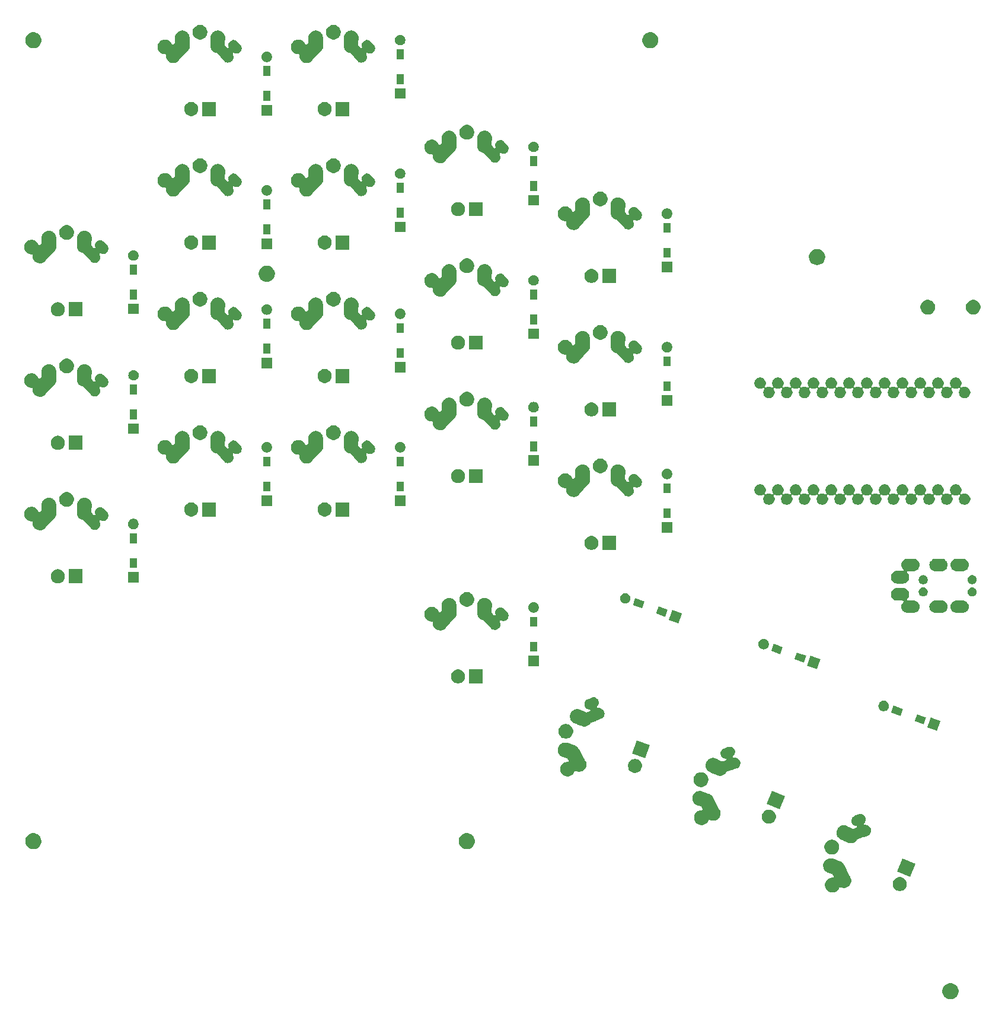
<source format=gts>
G04 #@! TF.GenerationSoftware,KiCad,Pcbnew,(5.1.5)-2*
G04 #@! TF.CreationDate,2020-11-21T23:22:43+09:00*
G04 #@! TF.ProjectId,42Key,34324b65-792e-46b6-9963-61645f706362,rev?*
G04 #@! TF.SameCoordinates,Original*
G04 #@! TF.FileFunction,Soldermask,Top*
G04 #@! TF.FilePolarity,Negative*
%FSLAX46Y46*%
G04 Gerber Fmt 4.6, Leading zero omitted, Abs format (unit mm)*
G04 Created by KiCad (PCBNEW (5.1.5)-2) date 2020-11-21 23:22:43*
%MOMM*%
%LPD*%
G04 APERTURE LIST*
%ADD10C,0.100000*%
G04 APERTURE END LIST*
D10*
G36*
X153980799Y-156244866D02*
G01*
X154091984Y-156266982D01*
X154301453Y-156353747D01*
X154489970Y-156479710D01*
X154650290Y-156640030D01*
X154776253Y-156828547D01*
X154863018Y-157038016D01*
X154907250Y-157260386D01*
X154907250Y-157487114D01*
X154863018Y-157709484D01*
X154776253Y-157918953D01*
X154650290Y-158107470D01*
X154489970Y-158267790D01*
X154301453Y-158393753D01*
X154091984Y-158480518D01*
X153980799Y-158502634D01*
X153869615Y-158524750D01*
X153642885Y-158524750D01*
X153531701Y-158502634D01*
X153420516Y-158480518D01*
X153211047Y-158393753D01*
X153022530Y-158267790D01*
X152862210Y-158107470D01*
X152736247Y-157918953D01*
X152649482Y-157709484D01*
X152605250Y-157487114D01*
X152605250Y-157260386D01*
X152649482Y-157038016D01*
X152736247Y-156828547D01*
X152862210Y-156640030D01*
X153022530Y-156479710D01*
X153211047Y-156353747D01*
X153420516Y-156266982D01*
X153531701Y-156244866D01*
X153642885Y-156222750D01*
X153869615Y-156222750D01*
X153980799Y-156244866D01*
G37*
G36*
X136613024Y-138400672D02*
G01*
X136629114Y-138401016D01*
X136631784Y-138401045D01*
X136721922Y-138401045D01*
X136722188Y-138401098D01*
X136743895Y-138403470D01*
X136745084Y-138403495D01*
X136745088Y-138403496D01*
X136745089Y-138403496D01*
X136840520Y-138424609D01*
X136843047Y-138425139D01*
X136924967Y-138441434D01*
X136924969Y-138441435D01*
X136924970Y-138441435D01*
X136976133Y-138462627D01*
X136985100Y-138465944D01*
X137428902Y-138611000D01*
X137443334Y-138614779D01*
X137477718Y-138621619D01*
X137477720Y-138621620D01*
X137477721Y-138621620D01*
X137511665Y-138635680D01*
X137534385Y-138645091D01*
X137543371Y-138648414D01*
X137546026Y-138649282D01*
X137569701Y-138659687D01*
X137572158Y-138660736D01*
X137668991Y-138700846D01*
X137670717Y-138701999D01*
X137686765Y-138710798D01*
X137746973Y-138752917D01*
X137749177Y-138754424D01*
X137758761Y-138760828D01*
X137780371Y-138772379D01*
X137799505Y-138778555D01*
X137855709Y-138791815D01*
X137860026Y-138792753D01*
X137941315Y-138808922D01*
X137949324Y-138812240D01*
X137968452Y-138818414D01*
X137976826Y-138820390D01*
X138051956Y-138854668D01*
X138055990Y-138856423D01*
X138132583Y-138888149D01*
X138139799Y-138892970D01*
X138157353Y-138902755D01*
X138165174Y-138906324D01*
X138232145Y-138954580D01*
X138235774Y-138957099D01*
X138304721Y-139003168D01*
X138310859Y-139009306D01*
X138326172Y-139022332D01*
X138333142Y-139027354D01*
X138389391Y-139087727D01*
X138392459Y-139090906D01*
X138451114Y-139149561D01*
X138455938Y-139156781D01*
X138468406Y-139172533D01*
X138474271Y-139178828D01*
X138517684Y-139249052D01*
X138520037Y-139252712D01*
X138544351Y-139289101D01*
X138566134Y-139321701D01*
X138591647Y-139383296D01*
X138594871Y-139390438D01*
X139275459Y-140779689D01*
X139334201Y-140899597D01*
X139347087Y-140920440D01*
X139348349Y-140921883D01*
X139351154Y-140926081D01*
X139452012Y-141077025D01*
X139466174Y-141098221D01*
X139545400Y-141289490D01*
X139585789Y-141492538D01*
X139585789Y-141699570D01*
X139545400Y-141902618D01*
X139467863Y-142089809D01*
X139466173Y-142093889D01*
X139351154Y-142266027D01*
X139204762Y-142412419D01*
X139032624Y-142527438D01*
X139032623Y-142527439D01*
X139032622Y-142527439D01*
X138841353Y-142606665D01*
X138638305Y-142647054D01*
X138431273Y-142647054D01*
X138228222Y-142606665D01*
X138185252Y-142588866D01*
X138166122Y-142582691D01*
X138155623Y-142580214D01*
X138071460Y-142541814D01*
X138067435Y-142540064D01*
X138027665Y-142523591D01*
X138004216Y-142516478D01*
X137979830Y-142514076D01*
X137955444Y-142516478D01*
X137931995Y-142523591D01*
X137910385Y-142535143D01*
X137891443Y-142550688D01*
X137875898Y-142569630D01*
X137864347Y-142591240D01*
X137815053Y-142710248D01*
X137714995Y-142859995D01*
X137700033Y-142882387D01*
X137553641Y-143028779D01*
X137381503Y-143143798D01*
X137381502Y-143143799D01*
X137381501Y-143143799D01*
X137190232Y-143223025D01*
X136987184Y-143263414D01*
X136780152Y-143263414D01*
X136577104Y-143223025D01*
X136385835Y-143143799D01*
X136385834Y-143143799D01*
X136385833Y-143143798D01*
X136213695Y-143028779D01*
X136067303Y-142882387D01*
X135952284Y-142710249D01*
X135902989Y-142591240D01*
X135873057Y-142518978D01*
X135832668Y-142315930D01*
X135832668Y-142108898D01*
X135873057Y-141905850D01*
X135952283Y-141714581D01*
X136067303Y-141542441D01*
X136213695Y-141396049D01*
X136341872Y-141310404D01*
X136385833Y-141281030D01*
X136385835Y-141281029D01*
X136577104Y-141201803D01*
X136780152Y-141161414D01*
X136921350Y-141161414D01*
X136945736Y-141159012D01*
X136969185Y-141151899D01*
X136990796Y-141140348D01*
X137009738Y-141124803D01*
X137025283Y-141105861D01*
X137036834Y-141084250D01*
X137043947Y-141060801D01*
X137046349Y-141036415D01*
X137043947Y-141012029D01*
X137033603Y-140981423D01*
X136889313Y-140686890D01*
X136876427Y-140666047D01*
X136859723Y-140648119D01*
X136839843Y-140633794D01*
X136824891Y-140626396D01*
X136813449Y-140621657D01*
X136804452Y-140618330D01*
X136481287Y-140512703D01*
X136360661Y-140473276D01*
X136346219Y-140469494D01*
X136311841Y-140462656D01*
X136255183Y-140439188D01*
X136246186Y-140435860D01*
X136243536Y-140434994D01*
X136219820Y-140424571D01*
X136217377Y-140423528D01*
X136120569Y-140383429D01*
X136118851Y-140382281D01*
X136102795Y-140373476D01*
X136101501Y-140372571D01*
X136101499Y-140372570D01*
X136042582Y-140331354D01*
X136040376Y-140329845D01*
X135948432Y-140268410D01*
X135946463Y-140266441D01*
X135933309Y-140255409D01*
X135931860Y-140253897D01*
X135885665Y-140205683D01*
X135883813Y-140203791D01*
X135802038Y-140122016D01*
X135800151Y-140119192D01*
X135789981Y-140106525D01*
X135788635Y-140104414D01*
X135788631Y-140104410D01*
X135754954Y-140051599D01*
X135753535Y-140049425D01*
X135687021Y-139949880D01*
X135685527Y-139946273D01*
X135678337Y-139932468D01*
X135674669Y-139923047D01*
X135655744Y-139874446D01*
X135654753Y-139871979D01*
X135607794Y-139758609D01*
X135606961Y-139754422D01*
X135602721Y-139739887D01*
X135602199Y-139736935D01*
X135602198Y-139736932D01*
X135592175Y-139680231D01*
X135591691Y-139677655D01*
X135567405Y-139555561D01*
X135567405Y-139551073D01*
X135566094Y-139536126D01*
X135567376Y-139476156D01*
X135567405Y-139473484D01*
X135567405Y-139348530D01*
X135568292Y-139344070D01*
X135569938Y-139329010D01*
X135571556Y-139321698D01*
X135583030Y-139269831D01*
X135583579Y-139267216D01*
X135607794Y-139145479D01*
X135609493Y-139141378D01*
X135614178Y-139126510D01*
X135616540Y-139121135D01*
X135639302Y-139069343D01*
X135640330Y-139066933D01*
X135687021Y-138954209D01*
X135689345Y-138950731D01*
X135697177Y-138936448D01*
X135734561Y-138883009D01*
X135736070Y-138880803D01*
X135802040Y-138782072D01*
X135804718Y-138779394D01*
X135815778Y-138766206D01*
X135865615Y-138718456D01*
X135867525Y-138716587D01*
X135948435Y-138635677D01*
X135951136Y-138633872D01*
X135965445Y-138622383D01*
X135966761Y-138621544D01*
X135966763Y-138621542D01*
X136027634Y-138582725D01*
X136029813Y-138581303D01*
X136120570Y-138520661D01*
X136122975Y-138519665D01*
X136140409Y-138510584D01*
X136159521Y-138503142D01*
X136214038Y-138481914D01*
X136216490Y-138480929D01*
X136311840Y-138441434D01*
X136313681Y-138441068D01*
X136333900Y-138435170D01*
X136334238Y-138435110D01*
X136334241Y-138435109D01*
X136417378Y-138420412D01*
X136419958Y-138419928D01*
X136514889Y-138401045D01*
X136515976Y-138401045D01*
X136537724Y-138399138D01*
X136538109Y-138399070D01*
X136538113Y-138399070D01*
X136613024Y-138400672D01*
G37*
G36*
X146640769Y-141082513D02*
G01*
X146807054Y-141115588D01*
X146989680Y-141191234D01*
X147154038Y-141301055D01*
X147293814Y-141440831D01*
X147403635Y-141605189D01*
X147479281Y-141787815D01*
X147517844Y-141981689D01*
X147517844Y-142179361D01*
X147479281Y-142373235D01*
X147403635Y-142555861D01*
X147293814Y-142720219D01*
X147154038Y-142859995D01*
X146989680Y-142969816D01*
X146807054Y-143045462D01*
X146640769Y-143078537D01*
X146613181Y-143084025D01*
X146415507Y-143084025D01*
X146387919Y-143078537D01*
X146221634Y-143045462D01*
X146039008Y-142969816D01*
X145874650Y-142859995D01*
X145734874Y-142720219D01*
X145625053Y-142555861D01*
X145549407Y-142373235D01*
X145510844Y-142179361D01*
X145510844Y-141981689D01*
X145549407Y-141787815D01*
X145625053Y-141605189D01*
X145734874Y-141440831D01*
X145874650Y-141301055D01*
X146039008Y-141191234D01*
X146221634Y-141115588D01*
X146387919Y-141082513D01*
X146415507Y-141077025D01*
X146613181Y-141077025D01*
X146640769Y-141082513D01*
G37*
G36*
X148772191Y-139170967D02*
G01*
X148020355Y-141031825D01*
X146159497Y-140279989D01*
X146911333Y-138419131D01*
X148772191Y-139170967D01*
G37*
G36*
X137116179Y-135779210D02*
G01*
X137236711Y-135829136D01*
X137307450Y-135858437D01*
X137479588Y-135973456D01*
X137625980Y-136119848D01*
X137731810Y-136278233D01*
X137741000Y-136291988D01*
X137820226Y-136483257D01*
X137860615Y-136686305D01*
X137860615Y-136893337D01*
X137820226Y-137096385D01*
X137741000Y-137287654D01*
X137740999Y-137287656D01*
X137625980Y-137459794D01*
X137479588Y-137606186D01*
X137307450Y-137721205D01*
X137307449Y-137721206D01*
X137307448Y-137721206D01*
X137116179Y-137800432D01*
X136913131Y-137840821D01*
X136706099Y-137840821D01*
X136503051Y-137800432D01*
X136311782Y-137721206D01*
X136311781Y-137721206D01*
X136311780Y-137721205D01*
X136139642Y-137606186D01*
X135993250Y-137459794D01*
X135878231Y-137287656D01*
X135878230Y-137287654D01*
X135799004Y-137096385D01*
X135758615Y-136893337D01*
X135758615Y-136686305D01*
X135799004Y-136483257D01*
X135878230Y-136291988D01*
X135887421Y-136278233D01*
X135993250Y-136119848D01*
X136139642Y-135973456D01*
X136311780Y-135858437D01*
X136382519Y-135829136D01*
X136503051Y-135779210D01*
X136706099Y-135738821D01*
X136913131Y-135738821D01*
X137116179Y-135779210D01*
G37*
G36*
X23012049Y-134813616D02*
G01*
X23123234Y-134835732D01*
X23332703Y-134922497D01*
X23521220Y-135048460D01*
X23681540Y-135208780D01*
X23807503Y-135397297D01*
X23894268Y-135606766D01*
X23912439Y-135698118D01*
X23938500Y-135829135D01*
X23938500Y-136055865D01*
X23926738Y-136114998D01*
X23894268Y-136278234D01*
X23807503Y-136487703D01*
X23681540Y-136676220D01*
X23521220Y-136836540D01*
X23332703Y-136962503D01*
X23123234Y-137049268D01*
X23012049Y-137071384D01*
X22900865Y-137093500D01*
X22674135Y-137093500D01*
X22562951Y-137071384D01*
X22451766Y-137049268D01*
X22242297Y-136962503D01*
X22053780Y-136836540D01*
X21893460Y-136676220D01*
X21767497Y-136487703D01*
X21680732Y-136278234D01*
X21648262Y-136114998D01*
X21636500Y-136055865D01*
X21636500Y-135829135D01*
X21662561Y-135698118D01*
X21680732Y-135606766D01*
X21767497Y-135397297D01*
X21893460Y-135208780D01*
X22053780Y-135048460D01*
X22242297Y-134922497D01*
X22451766Y-134835732D01*
X22562951Y-134813616D01*
X22674135Y-134791500D01*
X22900865Y-134791500D01*
X23012049Y-134813616D01*
G37*
G36*
X84924549Y-134813616D02*
G01*
X85035734Y-134835732D01*
X85245203Y-134922497D01*
X85433720Y-135048460D01*
X85594040Y-135208780D01*
X85720003Y-135397297D01*
X85806768Y-135606766D01*
X85824939Y-135698118D01*
X85851000Y-135829135D01*
X85851000Y-136055865D01*
X85839238Y-136114998D01*
X85806768Y-136278234D01*
X85720003Y-136487703D01*
X85594040Y-136676220D01*
X85433720Y-136836540D01*
X85245203Y-136962503D01*
X85035734Y-137049268D01*
X84924549Y-137071384D01*
X84813365Y-137093500D01*
X84586635Y-137093500D01*
X84475451Y-137071384D01*
X84364266Y-137049268D01*
X84154797Y-136962503D01*
X83966280Y-136836540D01*
X83805960Y-136676220D01*
X83679997Y-136487703D01*
X83593232Y-136278234D01*
X83560762Y-136114998D01*
X83549000Y-136055865D01*
X83549000Y-135829135D01*
X83575061Y-135698118D01*
X83593232Y-135606766D01*
X83679997Y-135397297D01*
X83805960Y-135208780D01*
X83966280Y-135048460D01*
X84154797Y-134922497D01*
X84364266Y-134835732D01*
X84475451Y-134813616D01*
X84586635Y-134791500D01*
X84813365Y-134791500D01*
X84924549Y-134813616D01*
G37*
G36*
X141051381Y-132099831D02*
G01*
X141092459Y-132105769D01*
X141092460Y-132105769D01*
X141092464Y-132105770D01*
X141231933Y-132155090D01*
X141231934Y-132155091D01*
X141231938Y-132155092D01*
X141359100Y-132230671D01*
X141469082Y-132329611D01*
X141539787Y-132424210D01*
X141557646Y-132448105D01*
X141572785Y-132479809D01*
X141621393Y-132581604D01*
X141657869Y-132724964D01*
X141657869Y-132724967D01*
X141665676Y-132872695D01*
X141651221Y-132972691D01*
X141646052Y-133008458D01*
X141644512Y-133019107D01*
X141638165Y-133037054D01*
X141595192Y-133158576D01*
X141561098Y-133215938D01*
X141519610Y-133285744D01*
X141452974Y-133359816D01*
X141420670Y-133395725D01*
X141402601Y-133409230D01*
X141384505Y-133425753D01*
X141369981Y-133445488D01*
X141359586Y-133467678D01*
X141353720Y-133491470D01*
X141352608Y-133515949D01*
X141356293Y-133540174D01*
X141364634Y-133563215D01*
X141377309Y-133584186D01*
X141393832Y-133602282D01*
X141413567Y-133616806D01*
X141435757Y-133627201D01*
X141459549Y-133633067D01*
X141484022Y-133634179D01*
X141623789Y-133626793D01*
X141623791Y-133626793D01*
X141779945Y-133649365D01*
X141779946Y-133649365D01*
X141779950Y-133649366D01*
X141928706Y-133701969D01*
X141928712Y-133701973D01*
X141931821Y-133703072D01*
X141948058Y-133710678D01*
X141965790Y-133716948D01*
X142101424Y-133797562D01*
X142218727Y-133903089D01*
X142313188Y-134029472D01*
X142381177Y-134171855D01*
X142420083Y-134324766D01*
X142427360Y-134462482D01*
X142428409Y-134482331D01*
X142405844Y-134638438D01*
X142405836Y-134638489D01*
X142353233Y-134787245D01*
X142272619Y-134922879D01*
X142167092Y-135040182D01*
X142040709Y-135134643D01*
X141965369Y-135170618D01*
X141933998Y-135185598D01*
X141389872Y-135382569D01*
X141369438Y-135387768D01*
X141275271Y-135411728D01*
X141241778Y-135413498D01*
X141205833Y-135420787D01*
X140462886Y-135689730D01*
X140440773Y-135700289D01*
X140421146Y-135714959D01*
X140401500Y-135737819D01*
X140369413Y-135785840D01*
X140324146Y-135853587D01*
X140177754Y-135999979D01*
X140005616Y-136114998D01*
X140005615Y-136114999D01*
X140005614Y-136114999D01*
X139814345Y-136194225D01*
X139611297Y-136234614D01*
X139404265Y-136234614D01*
X139201217Y-136194225D01*
X139009947Y-136114999D01*
X138915742Y-136052053D01*
X138894131Y-136040502D01*
X138870685Y-136033389D01*
X138866654Y-136032587D01*
X138855954Y-136030459D01*
X138851218Y-136029612D01*
X138777193Y-136017855D01*
X138768482Y-136014637D01*
X138749558Y-136009295D01*
X138737624Y-136006921D01*
X138737622Y-136006920D01*
X138737621Y-136006920D01*
X138657630Y-135973787D01*
X138653109Y-135972017D01*
X138631664Y-135964095D01*
X138631660Y-135964093D01*
X138631657Y-135964092D01*
X138620088Y-135958474D01*
X138613331Y-135955438D01*
X138546356Y-135927696D01*
X138546355Y-135927696D01*
X138546354Y-135927695D01*
X138525970Y-135914075D01*
X138511131Y-135905568D01*
X138090154Y-135701153D01*
X138083400Y-135698118D01*
X138023574Y-135673337D01*
X138023573Y-135673337D01*
X138023572Y-135673336D01*
X137961354Y-135631763D01*
X137957294Y-135629163D01*
X137883534Y-135583919D01*
X137874617Y-135575669D01*
X137859172Y-135563488D01*
X137851436Y-135558319D01*
X137798370Y-135505253D01*
X137794871Y-135501888D01*
X137731570Y-135443322D01*
X137724474Y-135433546D01*
X137711703Y-135418586D01*
X137705040Y-135411923D01*
X137663102Y-135349158D01*
X137660351Y-135345209D01*
X137609954Y-135275780D01*
X137604948Y-135264908D01*
X137595345Y-135247753D01*
X137590023Y-135239789D01*
X137560891Y-135169456D01*
X137558946Y-135165008D01*
X137523361Y-135087732D01*
X137520613Y-135076261D01*
X137514538Y-135057550D01*
X137510796Y-135048517D01*
X137495786Y-134973054D01*
X137494757Y-134968360D01*
X137475118Y-134886399D01*
X137474668Y-134874814D01*
X137472361Y-134855293D01*
X137470407Y-134845469D01*
X137470407Y-134767578D01*
X137470313Y-134762724D01*
X137467080Y-134679525D01*
X137468859Y-134668324D01*
X137470407Y-134648716D01*
X137470407Y-134638438D01*
X137485811Y-134560998D01*
X137486660Y-134556251D01*
X137499555Y-134475062D01*
X137503396Y-134464665D01*
X137508736Y-134445744D01*
X137510796Y-134435388D01*
X137541449Y-134361385D01*
X137543219Y-134356865D01*
X137571295Y-134280862D01*
X137576938Y-134271663D01*
X137585871Y-134254140D01*
X137590023Y-134244116D01*
X137635165Y-134176556D01*
X137637783Y-134172469D01*
X137679545Y-134104386D01*
X137686679Y-134096675D01*
X137698858Y-134081232D01*
X137705038Y-134071983D01*
X137763307Y-134013714D01*
X137766672Y-134010215D01*
X137820142Y-133952422D01*
X137828415Y-133946417D01*
X137843375Y-133933646D01*
X137851436Y-133925585D01*
X137920843Y-133879209D01*
X137924788Y-133876461D01*
X137987684Y-133830806D01*
X137996743Y-133826635D01*
X138013894Y-133817034D01*
X138023570Y-133810569D01*
X138101584Y-133778254D01*
X138106030Y-133776310D01*
X138175730Y-133744215D01*
X138175729Y-133744215D01*
X138175734Y-133744213D01*
X138185207Y-133741943D01*
X138203907Y-133735871D01*
X138214842Y-133731341D01*
X138298466Y-133714707D01*
X138303206Y-133713668D01*
X138327712Y-133707796D01*
X138377065Y-133695970D01*
X138386603Y-133695599D01*
X138406122Y-133693294D01*
X138417893Y-133690952D01*
X138503786Y-133690952D01*
X138508640Y-133690858D01*
X138583934Y-133687932D01*
X138593208Y-133689405D01*
X138612816Y-133690952D01*
X138624923Y-133690952D01*
X138709605Y-133707796D01*
X138714382Y-133708650D01*
X138788399Y-133720406D01*
X138788401Y-133720407D01*
X138788402Y-133720407D01*
X138797120Y-133723628D01*
X138816041Y-133728968D01*
X138827972Y-133731341D01*
X138907960Y-133764473D01*
X138912468Y-133766239D01*
X138927451Y-133771774D01*
X138933941Y-133774171D01*
X138945504Y-133779786D01*
X138952265Y-133782825D01*
X139019245Y-133810569D01*
X139039624Y-133824186D01*
X139054463Y-133832693D01*
X139475457Y-134037116D01*
X139482208Y-134040150D01*
X139542022Y-134064926D01*
X139542024Y-134064927D01*
X139604241Y-134106499D01*
X139608260Y-134109073D01*
X139644558Y-134131338D01*
X139666589Y-134142035D01*
X139685518Y-134147378D01*
X139814348Y-134173004D01*
X139831087Y-134179937D01*
X139854536Y-134187050D01*
X139878922Y-134189452D01*
X139903308Y-134187050D01*
X139921468Y-134181988D01*
X140325017Y-134035905D01*
X140347130Y-134025346D01*
X140366757Y-134010676D01*
X140383146Y-133992459D01*
X140395665Y-133971394D01*
X140403835Y-133948292D01*
X140407340Y-133924040D01*
X140406047Y-133899570D01*
X140400005Y-133875823D01*
X140389446Y-133853710D01*
X140374776Y-133834083D01*
X140356559Y-133817694D01*
X140335494Y-133805175D01*
X140312392Y-133797005D01*
X140300364Y-133794659D01*
X140218494Y-133782825D01*
X140167007Y-133775383D01*
X140163580Y-133774171D01*
X140136155Y-133764473D01*
X140027532Y-133726062D01*
X139900368Y-133650481D01*
X139900366Y-133650480D01*
X139790386Y-133551541D01*
X139701822Y-133433047D01*
X139666853Y-133359816D01*
X139638077Y-133299556D01*
X139601599Y-133156185D01*
X139598643Y-133100247D01*
X139593792Y-133008458D01*
X139608533Y-132906478D01*
X139614955Y-132862049D01*
X139664276Y-132722574D01*
X139739857Y-132595410D01*
X139739858Y-132595408D01*
X139838797Y-132485428D01*
X139957291Y-132396864D01*
X139989524Y-132381472D01*
X140057334Y-132349091D01*
X140690881Y-132119750D01*
X140798321Y-132092413D01*
X140816847Y-132091434D01*
X140946051Y-132084606D01*
X141051381Y-132099831D01*
G37*
G36*
X117933024Y-128790672D02*
G01*
X117949114Y-128791016D01*
X117951784Y-128791045D01*
X118041922Y-128791045D01*
X118042188Y-128791098D01*
X118063895Y-128793470D01*
X118065084Y-128793495D01*
X118065088Y-128793496D01*
X118065089Y-128793496D01*
X118160520Y-128814609D01*
X118163047Y-128815139D01*
X118244967Y-128831434D01*
X118244969Y-128831435D01*
X118244970Y-128831435D01*
X118296133Y-128852627D01*
X118305100Y-128855944D01*
X118748902Y-129001000D01*
X118763334Y-129004779D01*
X118797718Y-129011619D01*
X118797720Y-129011620D01*
X118797721Y-129011620D01*
X118831665Y-129025680D01*
X118854385Y-129035091D01*
X118863371Y-129038414D01*
X118866026Y-129039282D01*
X118889701Y-129049687D01*
X118892158Y-129050736D01*
X118988991Y-129090846D01*
X118990717Y-129091999D01*
X119006765Y-129100798D01*
X119066973Y-129142917D01*
X119069177Y-129144424D01*
X119078761Y-129150828D01*
X119100371Y-129162379D01*
X119119505Y-129168555D01*
X119175709Y-129181815D01*
X119180026Y-129182753D01*
X119261315Y-129198922D01*
X119269324Y-129202240D01*
X119288452Y-129208414D01*
X119296826Y-129210390D01*
X119371956Y-129244668D01*
X119375990Y-129246423D01*
X119452583Y-129278149D01*
X119459799Y-129282970D01*
X119477353Y-129292755D01*
X119485174Y-129296324D01*
X119552145Y-129344580D01*
X119555774Y-129347099D01*
X119624721Y-129393168D01*
X119630859Y-129399306D01*
X119646172Y-129412332D01*
X119653142Y-129417354D01*
X119709391Y-129477727D01*
X119712459Y-129480906D01*
X119771114Y-129539561D01*
X119775938Y-129546781D01*
X119788406Y-129562533D01*
X119794271Y-129568828D01*
X119837684Y-129639052D01*
X119840037Y-129642712D01*
X119864351Y-129679101D01*
X119886134Y-129711701D01*
X119911647Y-129773296D01*
X119914871Y-129780438D01*
X120595459Y-131169689D01*
X120654201Y-131289597D01*
X120667087Y-131310440D01*
X120668349Y-131311883D01*
X120671154Y-131316081D01*
X120772012Y-131467025D01*
X120786174Y-131488221D01*
X120865400Y-131679490D01*
X120905789Y-131882538D01*
X120905789Y-132089570D01*
X120865400Y-132292618D01*
X120822220Y-132396863D01*
X120786173Y-132483889D01*
X120671154Y-132656027D01*
X120524762Y-132802419D01*
X120352624Y-132917438D01*
X120352623Y-132917439D01*
X120352622Y-132917439D01*
X120161353Y-132996665D01*
X119958305Y-133037054D01*
X119751273Y-133037054D01*
X119548222Y-132996665D01*
X119505252Y-132978866D01*
X119486122Y-132972691D01*
X119475623Y-132970214D01*
X119391460Y-132931814D01*
X119387435Y-132930064D01*
X119347665Y-132913591D01*
X119324216Y-132906478D01*
X119299830Y-132904076D01*
X119275444Y-132906478D01*
X119251995Y-132913591D01*
X119230385Y-132925143D01*
X119211443Y-132940688D01*
X119195898Y-132959630D01*
X119184347Y-132981240D01*
X119135053Y-133100248D01*
X119097677Y-133156185D01*
X119020033Y-133272387D01*
X118873641Y-133418779D01*
X118701503Y-133533798D01*
X118701502Y-133533799D01*
X118701501Y-133533799D01*
X118510232Y-133613025D01*
X118307184Y-133653414D01*
X118100152Y-133653414D01*
X117897104Y-133613025D01*
X117705835Y-133533799D01*
X117705834Y-133533799D01*
X117705833Y-133533798D01*
X117533695Y-133418779D01*
X117387303Y-133272387D01*
X117272284Y-133100249D01*
X117222989Y-132981240D01*
X117193057Y-132908978D01*
X117152668Y-132705930D01*
X117152668Y-132498898D01*
X117193057Y-132295850D01*
X117272283Y-132104581D01*
X117387303Y-131932441D01*
X117533695Y-131786049D01*
X117661872Y-131700404D01*
X117705833Y-131671030D01*
X117705835Y-131671029D01*
X117897104Y-131591803D01*
X118100152Y-131551414D01*
X118241350Y-131551414D01*
X118265736Y-131549012D01*
X118289185Y-131541899D01*
X118310796Y-131530348D01*
X118329738Y-131514803D01*
X118345283Y-131495861D01*
X118356834Y-131474250D01*
X118363947Y-131450801D01*
X118366349Y-131426415D01*
X118363947Y-131402029D01*
X118353603Y-131371423D01*
X118209313Y-131076890D01*
X118196427Y-131056047D01*
X118179723Y-131038119D01*
X118159843Y-131023794D01*
X118144891Y-131016396D01*
X118133449Y-131011657D01*
X118124452Y-131008330D01*
X117801287Y-130902703D01*
X117680661Y-130863276D01*
X117666219Y-130859494D01*
X117631841Y-130852656D01*
X117575183Y-130829188D01*
X117566186Y-130825860D01*
X117563536Y-130824994D01*
X117539820Y-130814571D01*
X117537377Y-130813528D01*
X117440569Y-130773429D01*
X117438851Y-130772281D01*
X117422795Y-130763476D01*
X117421501Y-130762571D01*
X117421499Y-130762570D01*
X117362582Y-130721354D01*
X117360376Y-130719845D01*
X117268432Y-130658410D01*
X117266463Y-130656441D01*
X117253309Y-130645409D01*
X117251860Y-130643897D01*
X117205665Y-130595683D01*
X117203813Y-130593791D01*
X117122038Y-130512016D01*
X117120151Y-130509192D01*
X117109981Y-130496525D01*
X117108635Y-130494414D01*
X117108631Y-130494410D01*
X117074954Y-130441599D01*
X117073535Y-130439425D01*
X117007021Y-130339880D01*
X117005527Y-130336273D01*
X116998337Y-130322468D01*
X116994669Y-130313047D01*
X116975744Y-130264446D01*
X116974753Y-130261979D01*
X116927794Y-130148609D01*
X116926961Y-130144422D01*
X116922721Y-130129887D01*
X116922199Y-130126935D01*
X116922198Y-130126932D01*
X116912175Y-130070231D01*
X116911691Y-130067655D01*
X116887405Y-129945561D01*
X116887405Y-129941073D01*
X116886094Y-129926126D01*
X116887376Y-129866156D01*
X116887405Y-129863484D01*
X116887405Y-129738530D01*
X116888292Y-129734070D01*
X116889938Y-129719010D01*
X116891556Y-129711698D01*
X116903030Y-129659831D01*
X116903579Y-129657216D01*
X116927794Y-129535479D01*
X116929493Y-129531378D01*
X116934178Y-129516510D01*
X116936540Y-129511135D01*
X116959302Y-129459343D01*
X116960330Y-129456933D01*
X117007021Y-129344209D01*
X117009345Y-129340731D01*
X117017177Y-129326448D01*
X117054561Y-129273009D01*
X117056070Y-129270803D01*
X117122040Y-129172072D01*
X117124718Y-129169394D01*
X117135778Y-129156206D01*
X117185615Y-129108456D01*
X117187525Y-129106587D01*
X117268435Y-129025677D01*
X117271136Y-129023872D01*
X117285445Y-129012383D01*
X117286761Y-129011544D01*
X117286763Y-129011542D01*
X117347634Y-128972725D01*
X117349813Y-128971303D01*
X117440570Y-128910661D01*
X117442975Y-128909665D01*
X117460409Y-128900584D01*
X117479521Y-128893142D01*
X117534038Y-128871914D01*
X117536490Y-128870929D01*
X117631840Y-128831434D01*
X117633681Y-128831068D01*
X117653900Y-128825170D01*
X117654238Y-128825110D01*
X117654241Y-128825109D01*
X117737378Y-128810412D01*
X117739958Y-128809928D01*
X117834889Y-128791045D01*
X117835976Y-128791045D01*
X117857724Y-128789138D01*
X117858109Y-128789070D01*
X117858113Y-128789070D01*
X117933024Y-128790672D01*
G37*
G36*
X127960769Y-131472513D02*
G01*
X128127054Y-131505588D01*
X128309680Y-131581234D01*
X128474038Y-131691055D01*
X128613814Y-131830831D01*
X128723635Y-131995189D01*
X128799281Y-132177815D01*
X128837844Y-132371689D01*
X128837844Y-132569361D01*
X128799281Y-132763235D01*
X128723635Y-132945861D01*
X128613814Y-133110219D01*
X128474038Y-133249995D01*
X128309680Y-133359816D01*
X128127054Y-133435462D01*
X127965089Y-133467678D01*
X127933181Y-133474025D01*
X127735507Y-133474025D01*
X127703599Y-133467678D01*
X127541634Y-133435462D01*
X127359008Y-133359816D01*
X127194650Y-133249995D01*
X127054874Y-133110219D01*
X126945053Y-132945861D01*
X126869407Y-132763235D01*
X126830844Y-132569361D01*
X126830844Y-132371689D01*
X126869407Y-132177815D01*
X126945053Y-131995189D01*
X127054874Y-131830831D01*
X127194650Y-131691055D01*
X127359008Y-131581234D01*
X127541634Y-131505588D01*
X127707919Y-131472513D01*
X127735507Y-131467025D01*
X127933181Y-131467025D01*
X127960769Y-131472513D01*
G37*
G36*
X130092191Y-129560967D02*
G01*
X129340355Y-131421825D01*
X127479497Y-130669989D01*
X128231333Y-128809131D01*
X130092191Y-129560967D01*
G37*
G36*
X118436179Y-126169210D02*
G01*
X118615741Y-126243587D01*
X118627450Y-126248437D01*
X118799588Y-126363456D01*
X118945980Y-126509848D01*
X119019696Y-126620171D01*
X119061000Y-126681988D01*
X119140226Y-126873257D01*
X119180615Y-127076305D01*
X119180615Y-127283337D01*
X119140226Y-127486385D01*
X119061000Y-127677654D01*
X119060999Y-127677656D01*
X118945980Y-127849794D01*
X118799588Y-127996186D01*
X118627450Y-128111205D01*
X118627449Y-128111206D01*
X118627448Y-128111206D01*
X118436179Y-128190432D01*
X118233131Y-128230821D01*
X118026099Y-128230821D01*
X117823051Y-128190432D01*
X117631782Y-128111206D01*
X117631781Y-128111206D01*
X117631780Y-128111205D01*
X117459642Y-127996186D01*
X117313250Y-127849794D01*
X117198231Y-127677656D01*
X117198230Y-127677654D01*
X117119004Y-127486385D01*
X117078615Y-127283337D01*
X117078615Y-127076305D01*
X117119004Y-126873257D01*
X117198230Y-126681988D01*
X117239535Y-126620171D01*
X117313250Y-126509848D01*
X117459642Y-126363456D01*
X117631780Y-126248437D01*
X117643489Y-126243587D01*
X117823051Y-126169210D01*
X118026099Y-126128821D01*
X118233131Y-126128821D01*
X118436179Y-126169210D01*
G37*
G36*
X98826735Y-121887480D02*
G01*
X98913292Y-121904697D01*
X98914934Y-121905012D01*
X98932791Y-121908314D01*
X98970213Y-121915233D01*
X98973894Y-121916295D01*
X98984168Y-121918795D01*
X99034195Y-121928746D01*
X99067190Y-121942413D01*
X99080361Y-121947025D01*
X99434148Y-122049141D01*
X99527280Y-122076022D01*
X99537555Y-122078522D01*
X99592897Y-122089530D01*
X99701407Y-122134476D01*
X99702901Y-122135083D01*
X99770799Y-122162137D01*
X99770805Y-122162141D01*
X99775629Y-122164063D01*
X99782731Y-122167797D01*
X99840937Y-122206689D01*
X99862548Y-122218240D01*
X99885943Y-122225342D01*
X99953272Y-122238765D01*
X100062945Y-122260580D01*
X100063178Y-122260677D01*
X100063180Y-122260677D01*
X100149255Y-122296374D01*
X100254196Y-122339842D01*
X100254408Y-122339984D01*
X100254416Y-122339987D01*
X100330406Y-122390811D01*
X100426152Y-122454786D01*
X100426153Y-122454787D01*
X100426319Y-122454898D01*
X100489290Y-122517923D01*
X100489328Y-122517962D01*
X100572688Y-122601322D01*
X100594032Y-122633296D01*
X100622851Y-122676468D01*
X100664695Y-122739091D01*
X100687564Y-122773318D01*
X100705190Y-122815871D01*
X100710405Y-122826903D01*
X101285717Y-123904369D01*
X101497536Y-124301070D01*
X101511141Y-124321450D01*
X101519413Y-124330582D01*
X101534037Y-124345206D01*
X101646012Y-124512788D01*
X101649057Y-124517346D01*
X101728283Y-124708615D01*
X101768672Y-124911663D01*
X101768672Y-125118695D01*
X101728283Y-125321743D01*
X101650443Y-125509665D01*
X101649056Y-125513014D01*
X101534037Y-125685152D01*
X101387645Y-125831544D01*
X101215507Y-125946563D01*
X101215506Y-125946564D01*
X101215505Y-125946564D01*
X101024236Y-126025790D01*
X100821188Y-126066179D01*
X100614156Y-126066179D01*
X100411108Y-126025790D01*
X100393419Y-126018463D01*
X100375949Y-126013159D01*
X100373086Y-126011972D01*
X100373083Y-126011971D01*
X100261438Y-125965669D01*
X100249398Y-125960676D01*
X100225952Y-125953552D01*
X100201567Y-125951140D01*
X100177180Y-125953531D01*
X100153728Y-125960634D01*
X100132112Y-125972176D01*
X100113164Y-125987713D01*
X100097610Y-126006648D01*
X100086029Y-126028304D01*
X100027663Y-126169210D01*
X100020451Y-126186622D01*
X99905432Y-126358760D01*
X99759040Y-126505152D01*
X99586902Y-126620171D01*
X99586901Y-126620172D01*
X99586900Y-126620172D01*
X99395631Y-126699398D01*
X99192583Y-126739787D01*
X98985551Y-126739787D01*
X98782503Y-126699398D01*
X98591234Y-126620172D01*
X98591233Y-126620172D01*
X98591232Y-126620171D01*
X98419094Y-126505152D01*
X98272702Y-126358760D01*
X98157683Y-126186622D01*
X98123857Y-126104959D01*
X98078456Y-125995351D01*
X98038067Y-125792303D01*
X98038067Y-125585271D01*
X98078456Y-125382223D01*
X98157682Y-125190954D01*
X98163905Y-125181641D01*
X98272702Y-125018814D01*
X98419094Y-124872422D01*
X98591232Y-124757403D01*
X98591234Y-124757402D01*
X98782503Y-124678176D01*
X98985551Y-124637787D01*
X99086005Y-124637787D01*
X99110391Y-124635385D01*
X99133840Y-124628272D01*
X99155451Y-124616721D01*
X99174393Y-124601176D01*
X99189938Y-124582234D01*
X99201489Y-124560623D01*
X99208602Y-124537174D01*
X99211004Y-124512788D01*
X99208602Y-124488402D01*
X99196270Y-124453912D01*
X99043569Y-124167928D01*
X99029964Y-124147548D01*
X99012645Y-124130213D01*
X98992276Y-124116590D01*
X98981141Y-124111321D01*
X98946774Y-124097085D01*
X98933601Y-124092472D01*
X98486692Y-123963479D01*
X98476415Y-123960978D01*
X98421065Y-123949968D01*
X98318291Y-123907397D01*
X98312503Y-123904999D01*
X98311086Y-123904424D01*
X98243165Y-123877361D01*
X98243164Y-123877361D01*
X98238339Y-123875438D01*
X98231226Y-123871697D01*
X98210245Y-123857678D01*
X98124447Y-123800349D01*
X98123117Y-123799474D01*
X98069488Y-123764680D01*
X98069487Y-123764679D01*
X98064630Y-123761528D01*
X98058511Y-123756576D01*
X97962439Y-123660504D01*
X97961310Y-123659391D01*
X97921129Y-123620283D01*
X97921126Y-123620279D01*
X97916617Y-123615890D01*
X97911698Y-123609978D01*
X97832872Y-123492007D01*
X97831923Y-123490608D01*
X97803792Y-123449716D01*
X97803791Y-123449714D01*
X97799989Y-123444187D01*
X97796428Y-123437631D01*
X97740438Y-123302459D01*
X97739849Y-123301064D01*
X97721985Y-123259535D01*
X97721984Y-123259531D01*
X97719217Y-123253098D01*
X97717076Y-123246210D01*
X97688034Y-123100202D01*
X97687693Y-123098544D01*
X97677357Y-123050024D01*
X97676630Y-123043123D01*
X97676630Y-122893539D01*
X97676620Y-122892005D01*
X97676052Y-122850040D01*
X97676054Y-122850032D01*
X97675956Y-122842818D01*
X97676565Y-122836166D01*
X97705507Y-122690669D01*
X97705826Y-122689007D01*
X97714986Y-122639460D01*
X97716811Y-122633296D01*
X97772383Y-122499132D01*
X97772986Y-122497650D01*
X97790323Y-122454137D01*
X97790325Y-122454133D01*
X97792880Y-122447722D01*
X97795750Y-122442265D01*
X97830970Y-122389555D01*
X97873767Y-122325504D01*
X97874681Y-122324115D01*
X97906571Y-122274961D01*
X97910323Y-122270326D01*
X98005065Y-122175584D01*
X98006180Y-122174453D01*
X98047401Y-122132101D01*
X98047406Y-122132098D01*
X98051658Y-122127729D01*
X98056104Y-122124029D01*
X98161029Y-122053921D01*
X98162350Y-122053025D01*
X98217968Y-122014764D01*
X98217970Y-122014763D01*
X98222545Y-122011616D01*
X98227506Y-122008921D01*
X98335967Y-121963995D01*
X98337417Y-121963383D01*
X98408149Y-121932957D01*
X98408156Y-121932956D01*
X98412688Y-121931006D01*
X98417992Y-121929357D01*
X98523784Y-121908314D01*
X98525441Y-121907973D01*
X98614822Y-121888933D01*
X98620293Y-121888357D01*
X98718326Y-121888357D01*
X98719938Y-121888347D01*
X98817644Y-121887024D01*
X98817653Y-121887026D01*
X98821248Y-121886977D01*
X98826735Y-121887480D01*
G37*
G36*
X122371381Y-122489831D02*
G01*
X122412459Y-122495769D01*
X122412460Y-122495769D01*
X122412464Y-122495770D01*
X122551933Y-122545090D01*
X122551934Y-122545091D01*
X122551938Y-122545092D01*
X122679100Y-122620671D01*
X122789082Y-122719611D01*
X122844364Y-122793576D01*
X122877646Y-122838105D01*
X122904116Y-122893539D01*
X122941393Y-122971604D01*
X122977869Y-123114964D01*
X122977869Y-123114967D01*
X122985676Y-123262695D01*
X122980153Y-123300901D01*
X122966052Y-123398458D01*
X122964512Y-123409107D01*
X122950151Y-123449716D01*
X122915192Y-123548576D01*
X122885831Y-123597976D01*
X122839610Y-123675744D01*
X122799219Y-123720642D01*
X122740670Y-123785725D01*
X122722601Y-123799230D01*
X122704505Y-123815753D01*
X122689981Y-123835488D01*
X122679586Y-123857678D01*
X122673720Y-123881470D01*
X122672608Y-123905949D01*
X122676293Y-123930174D01*
X122684634Y-123953215D01*
X122697309Y-123974186D01*
X122713832Y-123992282D01*
X122733567Y-124006806D01*
X122755757Y-124017201D01*
X122779549Y-124023067D01*
X122804022Y-124024179D01*
X122943789Y-124016793D01*
X122943791Y-124016793D01*
X123099945Y-124039365D01*
X123099946Y-124039365D01*
X123099950Y-124039366D01*
X123248706Y-124091969D01*
X123248712Y-124091973D01*
X123251821Y-124093072D01*
X123268058Y-124100678D01*
X123285790Y-124106948D01*
X123421424Y-124187562D01*
X123538727Y-124293089D01*
X123633188Y-124419472D01*
X123701177Y-124561855D01*
X123740083Y-124714766D01*
X123747360Y-124852482D01*
X123748409Y-124872331D01*
X123725844Y-125028438D01*
X123725836Y-125028489D01*
X123673233Y-125177245D01*
X123592619Y-125312879D01*
X123487092Y-125430182D01*
X123360709Y-125524643D01*
X123285369Y-125560618D01*
X123253998Y-125575598D01*
X122709872Y-125772569D01*
X122689438Y-125777768D01*
X122595271Y-125801728D01*
X122561778Y-125803498D01*
X122525833Y-125810787D01*
X122463581Y-125833322D01*
X121782886Y-126079730D01*
X121760773Y-126090289D01*
X121741146Y-126104959D01*
X121721500Y-126127819D01*
X121689413Y-126175840D01*
X121644146Y-126243587D01*
X121497754Y-126389979D01*
X121325616Y-126504998D01*
X121325615Y-126504999D01*
X121325614Y-126504999D01*
X121134345Y-126584225D01*
X120931297Y-126624614D01*
X120724265Y-126624614D01*
X120521217Y-126584225D01*
X120329947Y-126504999D01*
X120235742Y-126442053D01*
X120214131Y-126430502D01*
X120190685Y-126423389D01*
X120186654Y-126422587D01*
X120175954Y-126420459D01*
X120171218Y-126419612D01*
X120097193Y-126407855D01*
X120088482Y-126404637D01*
X120069558Y-126399295D01*
X120057624Y-126396921D01*
X120057622Y-126396920D01*
X120057621Y-126396920D01*
X119977630Y-126363787D01*
X119973109Y-126362017D01*
X119951664Y-126354095D01*
X119951660Y-126354093D01*
X119951657Y-126354092D01*
X119940088Y-126348474D01*
X119933331Y-126345438D01*
X119866356Y-126317696D01*
X119866355Y-126317696D01*
X119866354Y-126317695D01*
X119845970Y-126304075D01*
X119831131Y-126295568D01*
X119410154Y-126091153D01*
X119403400Y-126088118D01*
X119343574Y-126063337D01*
X119343573Y-126063337D01*
X119343572Y-126063336D01*
X119281354Y-126021763D01*
X119277294Y-126019163D01*
X119203534Y-125973919D01*
X119194617Y-125965669D01*
X119179172Y-125953488D01*
X119171436Y-125948319D01*
X119118370Y-125895253D01*
X119114871Y-125891888D01*
X119051570Y-125833322D01*
X119044474Y-125823546D01*
X119031703Y-125808586D01*
X119025040Y-125801923D01*
X118983102Y-125739158D01*
X118980351Y-125735209D01*
X118929954Y-125665780D01*
X118924948Y-125654908D01*
X118915345Y-125637753D01*
X118910023Y-125629789D01*
X118880891Y-125559456D01*
X118878946Y-125555008D01*
X118843361Y-125477732D01*
X118840613Y-125466261D01*
X118834538Y-125447550D01*
X118830796Y-125438517D01*
X118815786Y-125363054D01*
X118814757Y-125358360D01*
X118795118Y-125276399D01*
X118794668Y-125264814D01*
X118792361Y-125245293D01*
X118790407Y-125235469D01*
X118790407Y-125157578D01*
X118790313Y-125152724D01*
X118787080Y-125069525D01*
X118788859Y-125058324D01*
X118790407Y-125038716D01*
X118790407Y-125028438D01*
X118805811Y-124950998D01*
X118806660Y-124946251D01*
X118819555Y-124865062D01*
X118823396Y-124854665D01*
X118828736Y-124835744D01*
X118830796Y-124825388D01*
X118861449Y-124751385D01*
X118863219Y-124746865D01*
X118891295Y-124670862D01*
X118896938Y-124661663D01*
X118905871Y-124644140D01*
X118910023Y-124634116D01*
X118955165Y-124566556D01*
X118957783Y-124562469D01*
X118999545Y-124494386D01*
X119006679Y-124486675D01*
X119018858Y-124471232D01*
X119025038Y-124461983D01*
X119083307Y-124403714D01*
X119086672Y-124400215D01*
X119140142Y-124342422D01*
X119148415Y-124336417D01*
X119163375Y-124323646D01*
X119171436Y-124315585D01*
X119240843Y-124269209D01*
X119244788Y-124266461D01*
X119307684Y-124220806D01*
X119316743Y-124216635D01*
X119333894Y-124207034D01*
X119343570Y-124200569D01*
X119421584Y-124168254D01*
X119426030Y-124166310D01*
X119495730Y-124134215D01*
X119495729Y-124134215D01*
X119495734Y-124134213D01*
X119505207Y-124131943D01*
X119523907Y-124125871D01*
X119534842Y-124121341D01*
X119618466Y-124104707D01*
X119623206Y-124103668D01*
X119650679Y-124097085D01*
X119697065Y-124085970D01*
X119706603Y-124085599D01*
X119726122Y-124083294D01*
X119737893Y-124080952D01*
X119823786Y-124080952D01*
X119828640Y-124080858D01*
X119903934Y-124077932D01*
X119913208Y-124079405D01*
X119932816Y-124080952D01*
X119944923Y-124080952D01*
X120029605Y-124097796D01*
X120034382Y-124098650D01*
X120108399Y-124110406D01*
X120108401Y-124110407D01*
X120108402Y-124110407D01*
X120117120Y-124113628D01*
X120136041Y-124118968D01*
X120147972Y-124121341D01*
X120227960Y-124154473D01*
X120232468Y-124156239D01*
X120247451Y-124161774D01*
X120253941Y-124164171D01*
X120265504Y-124169786D01*
X120272265Y-124172825D01*
X120339245Y-124200569D01*
X120359624Y-124214186D01*
X120374463Y-124222693D01*
X120795457Y-124427116D01*
X120802208Y-124430150D01*
X120829372Y-124441402D01*
X120862024Y-124454927D01*
X120924241Y-124496499D01*
X120928260Y-124499073D01*
X120964558Y-124521338D01*
X120986589Y-124532035D01*
X121005518Y-124537378D01*
X121134348Y-124563004D01*
X121151087Y-124569937D01*
X121174536Y-124577050D01*
X121198922Y-124579452D01*
X121223308Y-124577050D01*
X121241468Y-124571988D01*
X121645017Y-124425905D01*
X121667130Y-124415346D01*
X121686757Y-124400676D01*
X121703146Y-124382459D01*
X121715665Y-124361394D01*
X121723835Y-124338292D01*
X121727340Y-124314040D01*
X121726047Y-124289570D01*
X121720005Y-124265823D01*
X121709446Y-124243710D01*
X121694776Y-124224083D01*
X121676559Y-124207694D01*
X121655494Y-124195175D01*
X121632392Y-124187005D01*
X121620364Y-124184659D01*
X121538494Y-124172825D01*
X121487007Y-124165383D01*
X121483580Y-124164171D01*
X121450502Y-124152474D01*
X121347532Y-124116062D01*
X121220368Y-124040481D01*
X121220366Y-124040480D01*
X121110386Y-123941541D01*
X121021822Y-123823047D01*
X120992446Y-123761528D01*
X120958077Y-123689556D01*
X120921599Y-123546185D01*
X120918662Y-123490608D01*
X120913792Y-123398458D01*
X120927894Y-123300901D01*
X120934955Y-123252049D01*
X120984276Y-123112574D01*
X121059857Y-122985410D01*
X121059858Y-122985408D01*
X121158797Y-122875428D01*
X121277291Y-122786864D01*
X121309524Y-122771472D01*
X121377334Y-122739091D01*
X121913255Y-122545090D01*
X122010878Y-122509751D01*
X122010879Y-122509751D01*
X122010881Y-122509750D01*
X122118321Y-122482413D01*
X122136847Y-122481434D01*
X122266051Y-122474606D01*
X122371381Y-122489831D01*
G37*
G36*
X108834880Y-124222697D02*
G01*
X109001983Y-124255935D01*
X109184609Y-124331581D01*
X109348967Y-124441402D01*
X109488743Y-124581178D01*
X109598564Y-124745536D01*
X109674210Y-124928162D01*
X109702328Y-125069525D01*
X109712109Y-125118695D01*
X109712773Y-125122036D01*
X109712773Y-125319708D01*
X109674210Y-125513582D01*
X109598564Y-125696208D01*
X109488743Y-125860566D01*
X109348967Y-126000342D01*
X109184609Y-126110163D01*
X109001983Y-126185809D01*
X108835698Y-126218884D01*
X108808110Y-126224372D01*
X108610436Y-126224372D01*
X108582848Y-126218884D01*
X108416563Y-126185809D01*
X108233937Y-126110163D01*
X108069579Y-126000342D01*
X107929803Y-125860566D01*
X107819982Y-125696208D01*
X107744336Y-125513582D01*
X107705773Y-125319708D01*
X107705773Y-125122036D01*
X107706438Y-125118695D01*
X107716218Y-125069525D01*
X107744336Y-124928162D01*
X107819982Y-124745536D01*
X107929803Y-124581178D01*
X108069579Y-124441402D01*
X108233937Y-124331581D01*
X108416563Y-124255935D01*
X108583666Y-124222697D01*
X108610436Y-124217372D01*
X108808110Y-124217372D01*
X108834880Y-124222697D01*
G37*
G36*
X110864203Y-122234289D02*
G01*
X110177768Y-124120252D01*
X108291805Y-123433817D01*
X108978240Y-121547854D01*
X110864203Y-122234289D01*
G37*
G36*
X99132378Y-119261470D02*
G01*
X99305219Y-119333063D01*
X99323649Y-119340697D01*
X99387358Y-119383266D01*
X99495787Y-119455716D01*
X99642179Y-119602108D01*
X99757199Y-119774248D01*
X99836425Y-119965517D01*
X99876814Y-120168565D01*
X99876814Y-120375597D01*
X99836425Y-120578645D01*
X99757199Y-120769914D01*
X99757198Y-120769916D01*
X99642179Y-120942054D01*
X99495787Y-121088446D01*
X99323649Y-121203465D01*
X99323648Y-121203466D01*
X99323647Y-121203466D01*
X99132378Y-121282692D01*
X98929330Y-121323081D01*
X98722298Y-121323081D01*
X98519250Y-121282692D01*
X98327981Y-121203466D01*
X98327980Y-121203466D01*
X98327979Y-121203465D01*
X98155841Y-121088446D01*
X98009449Y-120942054D01*
X97894430Y-120769916D01*
X97894429Y-120769914D01*
X97815203Y-120578645D01*
X97774814Y-120375597D01*
X97774814Y-120168565D01*
X97815203Y-119965517D01*
X97894429Y-119774248D01*
X98009449Y-119602108D01*
X98155841Y-119455716D01*
X98264270Y-119383266D01*
X98327979Y-119340697D01*
X98346409Y-119333063D01*
X98519250Y-119261470D01*
X98722298Y-119221081D01*
X98929330Y-119221081D01*
X99132378Y-119261470D01*
G37*
G36*
X151262904Y-118435349D02*
G01*
X152335644Y-118825794D01*
X152335644Y-118825795D01*
X152239336Y-119090399D01*
X151822956Y-120234394D01*
X151822955Y-120234394D01*
X151447076Y-120097585D01*
X150414356Y-119721706D01*
X150450032Y-119623688D01*
X150593661Y-119229070D01*
X150927044Y-118313106D01*
X150927045Y-118313106D01*
X151262904Y-118435349D01*
G37*
G36*
X102942586Y-115441414D02*
G01*
X103083690Y-115485836D01*
X103142320Y-115517969D01*
X103213419Y-115556935D01*
X103326785Y-115651976D01*
X103419430Y-115767307D01*
X103455058Y-115835674D01*
X103487797Y-115898497D01*
X103529253Y-116040499D01*
X103529254Y-116040503D01*
X103535161Y-116107685D01*
X103542211Y-116187870D01*
X103526170Y-116334931D01*
X103481749Y-116476032D01*
X103410649Y-116605763D01*
X103315606Y-116719132D01*
X103298020Y-116733258D01*
X103280512Y-116750402D01*
X103266685Y-116770633D01*
X103257071Y-116793172D01*
X103252039Y-116817154D01*
X103251782Y-116841657D01*
X103256311Y-116865739D01*
X103265450Y-116888475D01*
X103278850Y-116908990D01*
X103295994Y-116926498D01*
X103316225Y-116940325D01*
X103338764Y-116949939D01*
X103362746Y-116954971D01*
X103387243Y-116955228D01*
X103526666Y-116942968D01*
X103526668Y-116942968D01*
X103683521Y-116960078D01*
X103837167Y-117008448D01*
X103853662Y-117015483D01*
X103871606Y-117021132D01*
X103947437Y-117062692D01*
X104009970Y-117096963D01*
X104067734Y-117145390D01*
X104130885Y-117198333D01*
X104229699Y-117321342D01*
X104279577Y-117417056D01*
X104302617Y-117461267D01*
X104323980Y-117534443D01*
X104346834Y-117612726D01*
X104359461Y-117756323D01*
X104360655Y-117769905D01*
X104357891Y-117795242D01*
X104343546Y-117926756D01*
X104296166Y-118077256D01*
X104279166Y-118108275D01*
X104227829Y-118201947D01*
X104220334Y-118215621D01*
X104118965Y-118336535D01*
X103995956Y-118435349D01*
X103891093Y-118489995D01*
X103751497Y-118546112D01*
X103354159Y-118705842D01*
X103240653Y-118738979D01*
X103207250Y-118741916D01*
X103171577Y-118750455D01*
X102441689Y-119043868D01*
X102419963Y-119055191D01*
X102400859Y-119070537D01*
X102384384Y-119090397D01*
X102282645Y-119242661D01*
X102136253Y-119389053D01*
X101964115Y-119504072D01*
X101964114Y-119504073D01*
X101964113Y-119504073D01*
X101772844Y-119583299D01*
X101569796Y-119623688D01*
X101362764Y-119623688D01*
X101159716Y-119583299D01*
X100968447Y-119504073D01*
X100968446Y-119504073D01*
X100968445Y-119504072D01*
X100911609Y-119466095D01*
X100890001Y-119454546D01*
X100866556Y-119447434D01*
X100831000Y-119440361D01*
X100821923Y-119438901D01*
X100765251Y-119431918D01*
X100737239Y-119422667D01*
X100722437Y-119418767D01*
X100689872Y-119412290D01*
X100647178Y-119394605D01*
X100631431Y-119388083D01*
X100622801Y-119384875D01*
X100620644Y-119384163D01*
X100617929Y-119383267D01*
X100592465Y-119371983D01*
X100589659Y-119370781D01*
X100516211Y-119340357D01*
X100498599Y-119333062D01*
X100495669Y-119331104D01*
X100476872Y-119320759D01*
X100043721Y-119128814D01*
X100040951Y-119127627D01*
X99967257Y-119097102D01*
X99919828Y-119065411D01*
X99912003Y-119060589D01*
X99856992Y-119029434D01*
X99856990Y-119029432D01*
X99856988Y-119029431D01*
X99831869Y-119007768D01*
X99819682Y-118998496D01*
X99795122Y-118982085D01*
X99754698Y-118941661D01*
X99747946Y-118935390D01*
X99700213Y-118894224D01*
X99679862Y-118868153D01*
X99669716Y-118856679D01*
X99648726Y-118835689D01*
X99616839Y-118787966D01*
X99611460Y-118780524D01*
X99572825Y-118731029D01*
X99558020Y-118701625D01*
X99550313Y-118688404D01*
X99533709Y-118663555D01*
X99511614Y-118610211D01*
X99507788Y-118601858D01*
X99479722Y-118546116D01*
X99471001Y-118514615D01*
X99466018Y-118500133D01*
X99454482Y-118472283D01*
X99443134Y-118415234D01*
X99441009Y-118406286D01*
X99424482Y-118346592D01*
X99422094Y-118314263D01*
X99420033Y-118299096D01*
X99414093Y-118269234D01*
X99414093Y-118210569D01*
X99413753Y-118201359D01*
X99409229Y-118140131D01*
X99413155Y-118108275D01*
X99414093Y-118092987D01*
X99414093Y-118062202D01*
X99425648Y-118004111D01*
X99427109Y-117995032D01*
X99434549Y-117934653D01*
X99444507Y-117904499D01*
X99448406Y-117889701D01*
X99454482Y-117859154D01*
X99477377Y-117803880D01*
X99480587Y-117795242D01*
X99499469Y-117738064D01*
X99514931Y-117710763D01*
X99521649Y-117696998D01*
X99533709Y-117667882D01*
X99567290Y-117617624D01*
X99572123Y-117609780D01*
X99585980Y-117585313D01*
X99601493Y-117557921D01*
X99621750Y-117534433D01*
X99631016Y-117522252D01*
X99648726Y-117495747D01*
X99691898Y-117452575D01*
X99698169Y-117445823D01*
X99736702Y-117401142D01*
X99760859Y-117382286D01*
X99772333Y-117372140D01*
X99795120Y-117349353D01*
X99846356Y-117315118D01*
X99853824Y-117309719D01*
X99899898Y-117273754D01*
X99900464Y-117273469D01*
X99926976Y-117260120D01*
X99940207Y-117252408D01*
X99967258Y-117234333D01*
X100024658Y-117210558D01*
X100033005Y-117206735D01*
X100084811Y-117180651D01*
X100113765Y-117172635D01*
X100128232Y-117167657D01*
X100131747Y-117166201D01*
X100158528Y-117155108D01*
X100158529Y-117155108D01*
X100158531Y-117155107D01*
X100219889Y-117142902D01*
X100228827Y-117140779D01*
X100284335Y-117125411D01*
X100314046Y-117123216D01*
X100329214Y-117121155D01*
X100361576Y-117114718D01*
X100424472Y-117114718D01*
X100433682Y-117114378D01*
X100490796Y-117110158D01*
X100514958Y-117113136D01*
X100520187Y-117113780D01*
X100535473Y-117114718D01*
X100568607Y-117114718D01*
X100630531Y-117127036D01*
X100639596Y-117128494D01*
X100696274Y-117135478D01*
X100724279Y-117144726D01*
X100739085Y-117148628D01*
X100771657Y-117155107D01*
X100830098Y-117179314D01*
X100838738Y-117182525D01*
X100843599Y-117184130D01*
X100869031Y-117195400D01*
X100871838Y-117196603D01*
X100962926Y-117234333D01*
X100962928Y-117234334D01*
X100965861Y-117236294D01*
X100984665Y-117246642D01*
X101417752Y-117438559D01*
X101420559Y-117439762D01*
X101494270Y-117470294D01*
X101541705Y-117501989D01*
X101549536Y-117506814D01*
X101561557Y-117513622D01*
X101583950Y-117523547D01*
X101598766Y-117527451D01*
X101776407Y-117562786D01*
X101800793Y-117565188D01*
X101825179Y-117562786D01*
X101847409Y-117556170D01*
X102242971Y-117397155D01*
X102264698Y-117385832D01*
X102283801Y-117370486D01*
X102299544Y-117351708D01*
X102311321Y-117330220D01*
X102318679Y-117306846D01*
X102321336Y-117282487D01*
X102319190Y-117258077D01*
X102312323Y-117234555D01*
X102300998Y-117212824D01*
X102285652Y-117193721D01*
X102266874Y-117177978D01*
X102245386Y-117166201D01*
X102209900Y-117156916D01*
X102117299Y-117146816D01*
X102075952Y-117142306D01*
X101934848Y-117097884D01*
X101876218Y-117065751D01*
X101805119Y-117026785D01*
X101691753Y-116931744D01*
X101599108Y-116816413D01*
X101530742Y-116685224D01*
X101530741Y-116685223D01*
X101489285Y-116543221D01*
X101489285Y-116543220D01*
X101489284Y-116543217D01*
X101476327Y-116395853D01*
X101492368Y-116248791D01*
X101492368Y-116248790D01*
X101536790Y-116107686D01*
X101573613Y-116040499D01*
X101607889Y-115977957D01*
X101702930Y-115864591D01*
X101818261Y-115771946D01*
X101916580Y-115720709D01*
X102541732Y-115469401D01*
X102648158Y-115438330D01*
X102795523Y-115425373D01*
X102795525Y-115425373D01*
X102942586Y-115441414D01*
G37*
G36*
X150153029Y-118269232D02*
G01*
X150301352Y-118323217D01*
X149941547Y-119311773D01*
X149941546Y-119311773D01*
X148624098Y-118832261D01*
X148659247Y-118735690D01*
X148983903Y-117843705D01*
X148983904Y-117843705D01*
X150153029Y-118269232D01*
G37*
G36*
X146894680Y-117083289D02*
G01*
X146965444Y-117109045D01*
X146605639Y-118097601D01*
X146605638Y-118097601D01*
X145288190Y-117618089D01*
X145295119Y-117599051D01*
X145647995Y-116629533D01*
X145647996Y-116629533D01*
X146894680Y-117083289D01*
G37*
G36*
X144308967Y-115922155D02*
G01*
X144433163Y-115946858D01*
X144569564Y-116003357D01*
X144692321Y-116085381D01*
X144796717Y-116189777D01*
X144878741Y-116312534D01*
X144935240Y-116448935D01*
X144953993Y-116543217D01*
X144964042Y-116593736D01*
X144964042Y-116741376D01*
X144959943Y-116761981D01*
X144935240Y-116886177D01*
X144878741Y-117022578D01*
X144796717Y-117145335D01*
X144692321Y-117249731D01*
X144569564Y-117331755D01*
X144433163Y-117388254D01*
X144308967Y-117412957D01*
X144288362Y-117417056D01*
X144140722Y-117417056D01*
X144120117Y-117412957D01*
X143995921Y-117388254D01*
X143859520Y-117331755D01*
X143736763Y-117249731D01*
X143632367Y-117145335D01*
X143550343Y-117022578D01*
X143493844Y-116886177D01*
X143469141Y-116761981D01*
X143465042Y-116741376D01*
X143465042Y-116593736D01*
X143475091Y-116543217D01*
X143493844Y-116448935D01*
X143550343Y-116312534D01*
X143632367Y-116189777D01*
X143736763Y-116085381D01*
X143859520Y-116003357D01*
X143995921Y-115946858D01*
X144120117Y-115922155D01*
X144140722Y-115918056D01*
X144288362Y-115918056D01*
X144308967Y-115922155D01*
G37*
G36*
X83556425Y-111449488D02*
G01*
X83722710Y-111482563D01*
X83905336Y-111558209D01*
X84069694Y-111668030D01*
X84209470Y-111807806D01*
X84319291Y-111972164D01*
X84394937Y-112154790D01*
X84433500Y-112348664D01*
X84433500Y-112546336D01*
X84394937Y-112740210D01*
X84319291Y-112922836D01*
X84209470Y-113087194D01*
X84069694Y-113226970D01*
X83905336Y-113336791D01*
X83722710Y-113412437D01*
X83556425Y-113445512D01*
X83528837Y-113451000D01*
X83331163Y-113451000D01*
X83303575Y-113445512D01*
X83137290Y-113412437D01*
X82954664Y-113336791D01*
X82790306Y-113226970D01*
X82650530Y-113087194D01*
X82540709Y-112922836D01*
X82465063Y-112740210D01*
X82426500Y-112546336D01*
X82426500Y-112348664D01*
X82465063Y-112154790D01*
X82540709Y-111972164D01*
X82650530Y-111807806D01*
X82790306Y-111668030D01*
X82954664Y-111558209D01*
X83137290Y-111482563D01*
X83303575Y-111449488D01*
X83331163Y-111444000D01*
X83528837Y-111444000D01*
X83556425Y-111449488D01*
G37*
G36*
X86973500Y-113451000D02*
G01*
X84966500Y-113451000D01*
X84966500Y-111444000D01*
X86973500Y-111444000D01*
X86973500Y-113451000D01*
G37*
G36*
X134165199Y-109620926D02*
G01*
X135197919Y-109996805D01*
X135197919Y-109996806D01*
X135061110Y-110372685D01*
X134685231Y-111405405D01*
X134685230Y-111405405D01*
X134309351Y-111268596D01*
X133276631Y-110892717D01*
X133789319Y-109484117D01*
X133789320Y-109484117D01*
X134165199Y-109620926D01*
G37*
G36*
X94974500Y-110974500D02*
G01*
X93475500Y-110974500D01*
X93475500Y-109475500D01*
X94974500Y-109475500D01*
X94974500Y-110974500D01*
G37*
G36*
X132543752Y-109268612D02*
G01*
X133163627Y-109494228D01*
X132803822Y-110482784D01*
X132803821Y-110482784D01*
X131486373Y-110003272D01*
X131671650Y-109494228D01*
X131846178Y-109014716D01*
X131846179Y-109014716D01*
X132543752Y-109268612D01*
G37*
G36*
X129215394Y-108057188D02*
G01*
X129827719Y-108280056D01*
X129467914Y-109268612D01*
X129467913Y-109268612D01*
X128150465Y-108789100D01*
X128234118Y-108559265D01*
X128510270Y-107800544D01*
X128510271Y-107800544D01*
X129215394Y-108057188D01*
G37*
G36*
X94751000Y-108891000D02*
G01*
X93699000Y-108891000D01*
X93699000Y-107489000D01*
X94751000Y-107489000D01*
X94751000Y-108891000D01*
G37*
G36*
X127171242Y-107093166D02*
G01*
X127295438Y-107117869D01*
X127431839Y-107174368D01*
X127554596Y-107256392D01*
X127658992Y-107360788D01*
X127741016Y-107483545D01*
X127797515Y-107619946D01*
X127826317Y-107764748D01*
X127826317Y-107912386D01*
X127797515Y-108057188D01*
X127741016Y-108193589D01*
X127658992Y-108316346D01*
X127554596Y-108420742D01*
X127431839Y-108502766D01*
X127295438Y-108559265D01*
X127171242Y-108583968D01*
X127150637Y-108588067D01*
X127002997Y-108588067D01*
X126982392Y-108583968D01*
X126858196Y-108559265D01*
X126721795Y-108502766D01*
X126599038Y-108420742D01*
X126494642Y-108316346D01*
X126412618Y-108193589D01*
X126356119Y-108057188D01*
X126327317Y-107912386D01*
X126327317Y-107764748D01*
X126356119Y-107619946D01*
X126412618Y-107483545D01*
X126494642Y-107360788D01*
X126599038Y-107256392D01*
X126721795Y-107174368D01*
X126858196Y-107117869D01*
X126982392Y-107093166D01*
X127002997Y-107089067D01*
X127150637Y-107089067D01*
X127171242Y-107093166D01*
G37*
G36*
X82173563Y-101236446D02*
G01*
X82177228Y-101236500D01*
X82263515Y-101236500D01*
X82268498Y-101237491D01*
X82289213Y-101239838D01*
X82292650Y-101239939D01*
X82294283Y-101239987D01*
X82378355Y-101259289D01*
X82381925Y-101260053D01*
X82466567Y-101276889D01*
X82471259Y-101278833D01*
X82491122Y-101285178D01*
X82496062Y-101286312D01*
X82574746Y-101321641D01*
X82578111Y-101323093D01*
X82623570Y-101341923D01*
X82657833Y-101356115D01*
X82657837Y-101356117D01*
X82662055Y-101358935D01*
X82680296Y-101369033D01*
X82684927Y-101371112D01*
X82755232Y-101421131D01*
X82758225Y-101423194D01*
X82829971Y-101471133D01*
X82833565Y-101474727D01*
X82849474Y-101488178D01*
X82853620Y-101491128D01*
X82912833Y-101553920D01*
X82915335Y-101556497D01*
X82976365Y-101617527D01*
X82979185Y-101621747D01*
X82979185Y-101621748D01*
X82992170Y-101638052D01*
X82995657Y-101641749D01*
X83041450Y-101714836D01*
X83043441Y-101717912D01*
X83091383Y-101789663D01*
X83093325Y-101794351D01*
X83102888Y-101812891D01*
X83105579Y-101817185D01*
X83105579Y-101817186D01*
X83136246Y-101897832D01*
X83137596Y-101901231D01*
X83170610Y-101980932D01*
X83171599Y-101985907D01*
X83177359Y-102005946D01*
X83179165Y-102010696D01*
X83193521Y-102095850D01*
X83194169Y-102099372D01*
X83211000Y-102183986D01*
X83211000Y-102246997D01*
X83211296Y-102255585D01*
X83223648Y-102434709D01*
X83243343Y-102720291D01*
X83245449Y-102736077D01*
X83251000Y-102763984D01*
X83251000Y-102827015D01*
X83251296Y-102835615D01*
X83252061Y-102846705D01*
X83251054Y-102881029D01*
X83251000Y-102884694D01*
X83251000Y-102971014D01*
X83250007Y-102976005D01*
X83247660Y-102996725D01*
X83247512Y-103001781D01*
X83228684Y-103083791D01*
X83225569Y-103108096D01*
X83226960Y-103130711D01*
X83234891Y-103182390D01*
X83235836Y-103187755D01*
X83244446Y-103231038D01*
X83251000Y-103263986D01*
X83251000Y-103277821D01*
X83252445Y-103296775D01*
X83254534Y-103310384D01*
X83251120Y-103387805D01*
X83251000Y-103393274D01*
X83251000Y-103471014D01*
X83248299Y-103484592D01*
X83246021Y-103503449D01*
X83245414Y-103517213D01*
X83226964Y-103592467D01*
X83225781Y-103597801D01*
X83210611Y-103674062D01*
X83205312Y-103686856D01*
X83199395Y-103704922D01*
X83196118Y-103718287D01*
X83163341Y-103788498D01*
X83161139Y-103793500D01*
X83139941Y-103844676D01*
X83131384Y-103865335D01*
X83125551Y-103874064D01*
X83123693Y-103876845D01*
X83114362Y-103893415D01*
X83108542Y-103905881D01*
X83079010Y-103946120D01*
X83062719Y-103968318D01*
X83059559Y-103972829D01*
X83016365Y-104037473D01*
X82965586Y-104088252D01*
X82960936Y-104093162D01*
X81728202Y-105467065D01*
X81717307Y-105481098D01*
X81706367Y-105497471D01*
X81655740Y-105548098D01*
X81651100Y-105552996D01*
X81637796Y-105567824D01*
X81637791Y-105567829D01*
X81618741Y-105585270D01*
X81614761Y-105589077D01*
X81559971Y-105643867D01*
X81548531Y-105651511D01*
X81533569Y-105663248D01*
X81523362Y-105672592D01*
X81456890Y-105712889D01*
X81452264Y-105715834D01*
X81387835Y-105758884D01*
X81387834Y-105758885D01*
X81387833Y-105758885D01*
X81375115Y-105764153D01*
X81358151Y-105772746D01*
X81346325Y-105779915D01*
X81273297Y-105806459D01*
X81268163Y-105808454D01*
X81196565Y-105838111D01*
X81183056Y-105840798D01*
X81164745Y-105845915D01*
X81151753Y-105850637D01*
X81151750Y-105850638D01*
X81074931Y-105862427D01*
X81069543Y-105863377D01*
X80993514Y-105878500D01*
X80979738Y-105878500D01*
X80960776Y-105879947D01*
X80947120Y-105882043D01*
X80947116Y-105882043D01*
X80869508Y-105878621D01*
X80864023Y-105878500D01*
X80786483Y-105878500D01*
X80772964Y-105875811D01*
X80754093Y-105873531D01*
X80740289Y-105872922D01*
X80687621Y-105860010D01*
X80664889Y-105854437D01*
X80659513Y-105853244D01*
X80583437Y-105838111D01*
X80570695Y-105832833D01*
X80552621Y-105826913D01*
X80539217Y-105823627D01*
X80525611Y-105817275D01*
X80468883Y-105790793D01*
X80463854Y-105788579D01*
X80392164Y-105758884D01*
X80380688Y-105751216D01*
X80364131Y-105741891D01*
X80351621Y-105736051D01*
X80289055Y-105690134D01*
X80284568Y-105686990D01*
X80220029Y-105643867D01*
X80210264Y-105634102D01*
X80195833Y-105621717D01*
X80184717Y-105613559D01*
X80132344Y-105556354D01*
X80128536Y-105552374D01*
X80073634Y-105497472D01*
X80065962Y-105485990D01*
X80054225Y-105471029D01*
X80044918Y-105460863D01*
X80004722Y-105394557D01*
X80001764Y-105389912D01*
X79958617Y-105325337D01*
X79953326Y-105312564D01*
X79944734Y-105295602D01*
X79937593Y-105283822D01*
X79911118Y-105210983D01*
X79909123Y-105205848D01*
X79879389Y-105134064D01*
X79876691Y-105120501D01*
X79871573Y-105102186D01*
X79866872Y-105089253D01*
X79866871Y-105089249D01*
X79855113Y-105012632D01*
X79854163Y-105007242D01*
X79839000Y-104931014D01*
X79839000Y-104917179D01*
X79837554Y-104898218D01*
X79835466Y-104884615D01*
X79838879Y-104807233D01*
X79839000Y-104801726D01*
X79839000Y-104743499D01*
X79836598Y-104719113D01*
X79829485Y-104695664D01*
X79817934Y-104674053D01*
X79802389Y-104655111D01*
X79783447Y-104639566D01*
X79761836Y-104628015D01*
X79738387Y-104620902D01*
X79714001Y-104618500D01*
X79596484Y-104618500D01*
X79393436Y-104578111D01*
X79202167Y-104498885D01*
X79202166Y-104498885D01*
X79202165Y-104498884D01*
X79030027Y-104383865D01*
X78883635Y-104237473D01*
X78768616Y-104065335D01*
X78740458Y-103997355D01*
X78689389Y-103874064D01*
X78649000Y-103671016D01*
X78649000Y-103463984D01*
X78689389Y-103260936D01*
X78768615Y-103069667D01*
X78774450Y-103060935D01*
X78883635Y-102897527D01*
X79030027Y-102751135D01*
X79202165Y-102636116D01*
X79211083Y-102632422D01*
X79393436Y-102556889D01*
X79596484Y-102516500D01*
X79803516Y-102516500D01*
X80006564Y-102556889D01*
X80188917Y-102632422D01*
X80197835Y-102636116D01*
X80369973Y-102751135D01*
X80516365Y-102897527D01*
X80625551Y-103060935D01*
X80631385Y-103069667D01*
X80689276Y-103209427D01*
X80700827Y-103231038D01*
X80716373Y-103249980D01*
X80735315Y-103265525D01*
X80756925Y-103277076D01*
X80780374Y-103284189D01*
X80804760Y-103286591D01*
X80829146Y-103284189D01*
X80852595Y-103277076D01*
X80874206Y-103265525D01*
X80897798Y-103245070D01*
X81117039Y-103000721D01*
X81131537Y-102980966D01*
X81141903Y-102958763D01*
X81147738Y-102934963D01*
X81149000Y-102917243D01*
X81149000Y-102908003D01*
X81148704Y-102899403D01*
X81148575Y-102897527D01*
X81120470Y-102490000D01*
X81116657Y-102434709D01*
X81114551Y-102418923D01*
X81109000Y-102391016D01*
X81109000Y-102327985D01*
X81108704Y-102319385D01*
X81107939Y-102308295D01*
X81108946Y-102273971D01*
X81109000Y-102270306D01*
X81109000Y-102183986D01*
X81109993Y-102178995D01*
X81112340Y-102158275D01*
X81112488Y-102153221D01*
X81112488Y-102153218D01*
X81131782Y-102069182D01*
X81132545Y-102065615D01*
X81149389Y-101980936D01*
X81151335Y-101976238D01*
X81157682Y-101956369D01*
X81158814Y-101951437D01*
X81194124Y-101872796D01*
X81195576Y-101869431D01*
X81228616Y-101789665D01*
X81231442Y-101785435D01*
X81241538Y-101767194D01*
X81243612Y-101762574D01*
X81293586Y-101692332D01*
X81295666Y-101689315D01*
X81343631Y-101617531D01*
X81347233Y-101613929D01*
X81360689Y-101598014D01*
X81363629Y-101593881D01*
X81426385Y-101534701D01*
X81428963Y-101532199D01*
X81490027Y-101471135D01*
X81494260Y-101468307D01*
X81510560Y-101455324D01*
X81514250Y-101451844D01*
X81587322Y-101406060D01*
X81590373Y-101404085D01*
X81662163Y-101356117D01*
X81662168Y-101356115D01*
X81664268Y-101355245D01*
X81666865Y-101354169D01*
X81685392Y-101344612D01*
X81689684Y-101341923D01*
X81770285Y-101311273D01*
X81773691Y-101309920D01*
X81853434Y-101276890D01*
X81858419Y-101275898D01*
X81878456Y-101270139D01*
X81883197Y-101268336D01*
X81909627Y-101263880D01*
X81968244Y-101253997D01*
X81971848Y-101253335D01*
X82056484Y-101236500D01*
X82061562Y-101236500D01*
X82082344Y-101234760D01*
X82087344Y-101233917D01*
X82173563Y-101236446D01*
G37*
G36*
X87317656Y-101234760D02*
G01*
X87338438Y-101236500D01*
X87343516Y-101236500D01*
X87428152Y-101253335D01*
X87431756Y-101253997D01*
X87516804Y-101268336D01*
X87521550Y-101270141D01*
X87541581Y-101275898D01*
X87546568Y-101276890D01*
X87626294Y-101309913D01*
X87629699Y-101311266D01*
X87710314Y-101341921D01*
X87714610Y-101344613D01*
X87733141Y-101354171D01*
X87737835Y-101356115D01*
X87809603Y-101404069D01*
X87812679Y-101406060D01*
X87836703Y-101421113D01*
X87885750Y-101451844D01*
X87889443Y-101455327D01*
X87905743Y-101468309D01*
X87909973Y-101471135D01*
X87971030Y-101532192D01*
X87973622Y-101534708D01*
X88036371Y-101593881D01*
X88039311Y-101598014D01*
X88052767Y-101613929D01*
X88056369Y-101617531D01*
X88104334Y-101689315D01*
X88106414Y-101692332D01*
X88156388Y-101762574D01*
X88158462Y-101767194D01*
X88168558Y-101785435D01*
X88171384Y-101789665D01*
X88204424Y-101869431D01*
X88205876Y-101872796D01*
X88241186Y-101951437D01*
X88242318Y-101956369D01*
X88248665Y-101976238D01*
X88250611Y-101980936D01*
X88267455Y-102065615D01*
X88268215Y-102069167D01*
X88287512Y-102153217D01*
X88287512Y-102153221D01*
X88287660Y-102158275D01*
X88290007Y-102178995D01*
X88291000Y-102183986D01*
X88291000Y-102270306D01*
X88291054Y-102273971D01*
X88292061Y-102308295D01*
X88291296Y-102319385D01*
X88291000Y-102327985D01*
X88291000Y-102391016D01*
X88285449Y-102418923D01*
X88283343Y-102434709D01*
X88279530Y-102490000D01*
X88251426Y-102897527D01*
X88251296Y-102899403D01*
X88251000Y-102908003D01*
X88251000Y-102971014D01*
X88234169Y-103055628D01*
X88233521Y-103059150D01*
X88226664Y-103099823D01*
X88224980Y-103124257D01*
X88227328Y-103144978D01*
X88251000Y-103263984D01*
X88251000Y-103291590D01*
X88253402Y-103315976D01*
X88260515Y-103339425D01*
X88272066Y-103361036D01*
X88282961Y-103375068D01*
X88410501Y-103517214D01*
X88559981Y-103683811D01*
X88570280Y-103695290D01*
X88588353Y-103711837D01*
X88609308Y-103724540D01*
X88632338Y-103732911D01*
X88656558Y-103736628D01*
X88681039Y-103735549D01*
X88704838Y-103729714D01*
X88727042Y-103719348D01*
X88746796Y-103704850D01*
X88763343Y-103686777D01*
X88776046Y-103665822D01*
X88784417Y-103642792D01*
X88788134Y-103618572D01*
X88787055Y-103594091D01*
X88784725Y-103582063D01*
X88752639Y-103451188D01*
X88748853Y-103365335D01*
X88746121Y-103303395D01*
X88768561Y-103157178D01*
X88819097Y-103018143D01*
X88844646Y-102975998D01*
X88895786Y-102891639D01*
X88995681Y-102782526D01*
X89114944Y-102694999D01*
X89248990Y-102632421D01*
X89392669Y-102597196D01*
X89472059Y-102593695D01*
X89540462Y-102590678D01*
X89686679Y-102613118D01*
X89825714Y-102663654D01*
X89952218Y-102740343D01*
X89952219Y-102740344D01*
X90001362Y-102785335D01*
X90033992Y-102815209D01*
X90161720Y-102957564D01*
X90483961Y-103316705D01*
X90549560Y-103406089D01*
X90579870Y-103471016D01*
X90612137Y-103540132D01*
X90647361Y-103683811D01*
X90649385Y-103729714D01*
X90653879Y-103831606D01*
X90631439Y-103977819D01*
X90631438Y-103977823D01*
X90580903Y-104116858D01*
X90580902Y-104116860D01*
X90504213Y-104243363D01*
X90404319Y-104352474D01*
X90285058Y-104440001D01*
X90217917Y-104471345D01*
X90151010Y-104502580D01*
X90007331Y-104537804D01*
X89929680Y-104541228D01*
X89859537Y-104544322D01*
X89713323Y-104521882D01*
X89713320Y-104521881D01*
X89574285Y-104471346D01*
X89574283Y-104471345D01*
X89554999Y-104459655D01*
X89532901Y-104449067D01*
X89509161Y-104442994D01*
X89484693Y-104441668D01*
X89460436Y-104445142D01*
X89437323Y-104453281D01*
X89416242Y-104465773D01*
X89398004Y-104482138D01*
X89383308Y-104501746D01*
X89372720Y-104523844D01*
X89366647Y-104547584D01*
X89365321Y-104572052D01*
X89368795Y-104596309D01*
X89376932Y-104619414D01*
X89436134Y-104746229D01*
X89473704Y-104899475D01*
X89478456Y-105007242D01*
X89480655Y-105057108D01*
X89456721Y-105213062D01*
X89402821Y-105361353D01*
X89385508Y-105389912D01*
X89321025Y-105496280D01*
X89214479Y-105612656D01*
X89214475Y-105612659D01*
X89214474Y-105612660D01*
X89087274Y-105706013D01*
X88944303Y-105772758D01*
X88894531Y-105784960D01*
X88791057Y-105810328D01*
X88633427Y-105817279D01*
X88633424Y-105817279D01*
X88477470Y-105793345D01*
X88329179Y-105739445D01*
X88242652Y-105686990D01*
X88194252Y-105657649D01*
X88179196Y-105643865D01*
X88107036Y-105577801D01*
X87088228Y-104442321D01*
X87070155Y-104425774D01*
X87049200Y-104413071D01*
X87019576Y-104403202D01*
X86893436Y-104378111D01*
X86702167Y-104298885D01*
X86702166Y-104298885D01*
X86702165Y-104298884D01*
X86530027Y-104183865D01*
X86383635Y-104037473D01*
X86268616Y-103865335D01*
X86260059Y-103844676D01*
X86189389Y-103674064D01*
X86149000Y-103471016D01*
X86149000Y-103263984D01*
X86173287Y-103141886D01*
X86175689Y-103117500D01*
X86173286Y-103093106D01*
X86172544Y-103089377D01*
X86171778Y-103085801D01*
X86152488Y-103001782D01*
X86152340Y-102996721D01*
X86149993Y-102976005D01*
X86149000Y-102971014D01*
X86149000Y-102884694D01*
X86148946Y-102881029D01*
X86147939Y-102846705D01*
X86148704Y-102835615D01*
X86149000Y-102827015D01*
X86149000Y-102763984D01*
X86154551Y-102736077D01*
X86156657Y-102720291D01*
X86176352Y-102434709D01*
X86188704Y-102255585D01*
X86189000Y-102246997D01*
X86189000Y-102183986D01*
X86205831Y-102099372D01*
X86206483Y-102095825D01*
X86220836Y-102010695D01*
X86222640Y-102005952D01*
X86228401Y-101985907D01*
X86229391Y-101980932D01*
X86262401Y-101901238D01*
X86263754Y-101897832D01*
X86263757Y-101897825D01*
X86294421Y-101817185D01*
X86297114Y-101812887D01*
X86306676Y-101794349D01*
X86308617Y-101789662D01*
X86356549Y-101717927D01*
X86358540Y-101714851D01*
X86363412Y-101707075D01*
X86404343Y-101641749D01*
X86407826Y-101638056D01*
X86420814Y-101621747D01*
X86423631Y-101617531D01*
X86484649Y-101556513D01*
X86487183Y-101553903D01*
X86546380Y-101491128D01*
X86550516Y-101488185D01*
X86566438Y-101474724D01*
X86570028Y-101471134D01*
X86641766Y-101423200D01*
X86644736Y-101421152D01*
X86715073Y-101371111D01*
X86719713Y-101369028D01*
X86737945Y-101358935D01*
X86742163Y-101356117D01*
X86742168Y-101356115D01*
X86776430Y-101341923D01*
X86821872Y-101323100D01*
X86825237Y-101321648D01*
X86903934Y-101286313D01*
X86908878Y-101285178D01*
X86908883Y-101285177D01*
X86928746Y-101278831D01*
X86933433Y-101276889D01*
X87018061Y-101260056D01*
X87021612Y-101259296D01*
X87105717Y-101239987D01*
X87107198Y-101239944D01*
X87110787Y-101239838D01*
X87131502Y-101237491D01*
X87136485Y-101236500D01*
X87222772Y-101236500D01*
X87226437Y-101236446D01*
X87312656Y-101233917D01*
X87317656Y-101234760D01*
G37*
G36*
X94751000Y-105341000D02*
G01*
X93699000Y-105341000D01*
X93699000Y-103939000D01*
X94751000Y-103939000D01*
X94751000Y-105341000D01*
G37*
G36*
X114323232Y-103055628D02*
G01*
X115434623Y-103460141D01*
X115434623Y-103460142D01*
X115315125Y-103788459D01*
X114921935Y-104868741D01*
X114921934Y-104868741D01*
X114510835Y-104719113D01*
X113513335Y-104356053D01*
X113514638Y-104352474D01*
X113681721Y-103893416D01*
X114026023Y-102947453D01*
X114026024Y-102947453D01*
X114323232Y-103055628D01*
G37*
G36*
X113235381Y-102897527D02*
G01*
X113400331Y-102957564D01*
X113040526Y-103946120D01*
X113040525Y-103946120D01*
X111723077Y-103466608D01*
X111774364Y-103325698D01*
X112082882Y-102478052D01*
X112082883Y-102478052D01*
X113235381Y-102897527D01*
G37*
G36*
X147060442Y-99845518D02*
G01*
X147126627Y-99852037D01*
X147296466Y-99903557D01*
X147452991Y-99987222D01*
X147488729Y-100016552D01*
X147590186Y-100099814D01*
X147672496Y-100200110D01*
X147702778Y-100237009D01*
X147786443Y-100393534D01*
X147837963Y-100563373D01*
X147855359Y-100740000D01*
X147837963Y-100916627D01*
X147786443Y-101086466D01*
X147702778Y-101242991D01*
X147668156Y-101285178D01*
X147586478Y-101384703D01*
X147572865Y-101405077D01*
X147563487Y-101427716D01*
X147558707Y-101451749D01*
X147558707Y-101476253D01*
X147563487Y-101500286D01*
X147572865Y-101522925D01*
X147586479Y-101543300D01*
X147603806Y-101560627D01*
X147624180Y-101574240D01*
X147646819Y-101583618D01*
X147683104Y-101589000D01*
X148494260Y-101589000D01*
X148560443Y-101595519D01*
X148626627Y-101602037D01*
X148796466Y-101653557D01*
X148796468Y-101653558D01*
X148858472Y-101686700D01*
X148952991Y-101737222D01*
X148983882Y-101762574D01*
X149090186Y-101849814D01*
X149161011Y-101936116D01*
X149202778Y-101987009D01*
X149215439Y-102010696D01*
X149277724Y-102127221D01*
X149286443Y-102143534D01*
X149337963Y-102313373D01*
X149355359Y-102490000D01*
X149337963Y-102666627D01*
X149286443Y-102836466D01*
X149202778Y-102992991D01*
X149182136Y-103018143D01*
X149090186Y-103130186D01*
X148993629Y-103209427D01*
X148952991Y-103242778D01*
X148952989Y-103242779D01*
X148839586Y-103303395D01*
X148796466Y-103326443D01*
X148626627Y-103377963D01*
X148560442Y-103384482D01*
X148494260Y-103391000D01*
X147605740Y-103391000D01*
X147539557Y-103384481D01*
X147473373Y-103377963D01*
X147303534Y-103326443D01*
X147260415Y-103303395D01*
X147147011Y-103242779D01*
X147147009Y-103242778D01*
X147106371Y-103209427D01*
X147009814Y-103130186D01*
X146917864Y-103018143D01*
X146897222Y-102992991D01*
X146813557Y-102836466D01*
X146762037Y-102666627D01*
X146744641Y-102490000D01*
X146762037Y-102313373D01*
X146813557Y-102143534D01*
X146822277Y-102127221D01*
X146884561Y-102010696D01*
X146897222Y-101987009D01*
X146967613Y-101901238D01*
X147013522Y-101845297D01*
X147027135Y-101824923D01*
X147036513Y-101802284D01*
X147041293Y-101778251D01*
X147041293Y-101753747D01*
X147036513Y-101729714D01*
X147027135Y-101707075D01*
X147013521Y-101686700D01*
X146996194Y-101669373D01*
X146975820Y-101655760D01*
X146953181Y-101646382D01*
X146916896Y-101641000D01*
X146105740Y-101641000D01*
X146039558Y-101634482D01*
X145973373Y-101627963D01*
X145803534Y-101576443D01*
X145799413Y-101574240D01*
X145647011Y-101492779D01*
X145647009Y-101492778D01*
X145601363Y-101455317D01*
X145509814Y-101380186D01*
X145418022Y-101268336D01*
X145397222Y-101242991D01*
X145313557Y-101086466D01*
X145262037Y-100916627D01*
X145244641Y-100740000D01*
X145262037Y-100563373D01*
X145313557Y-100393534D01*
X145397222Y-100237009D01*
X145427504Y-100200110D01*
X145509814Y-100099814D01*
X145611271Y-100016552D01*
X145647009Y-99987222D01*
X145803534Y-99903557D01*
X145973373Y-99852037D01*
X146039558Y-99845518D01*
X146105740Y-99839000D01*
X146994260Y-99839000D01*
X147060442Y-99845518D01*
G37*
G36*
X152560443Y-101595519D02*
G01*
X152626627Y-101602037D01*
X152796466Y-101653557D01*
X152796468Y-101653558D01*
X152858472Y-101686700D01*
X152952991Y-101737222D01*
X152983882Y-101762574D01*
X153090186Y-101849814D01*
X153161011Y-101936116D01*
X153202778Y-101987009D01*
X153215439Y-102010696D01*
X153277724Y-102127221D01*
X153286443Y-102143534D01*
X153337963Y-102313373D01*
X153355359Y-102490000D01*
X153337963Y-102666627D01*
X153286443Y-102836466D01*
X153202778Y-102992991D01*
X153182136Y-103018143D01*
X153090186Y-103130186D01*
X152993629Y-103209427D01*
X152952991Y-103242778D01*
X152952989Y-103242779D01*
X152839586Y-103303395D01*
X152796466Y-103326443D01*
X152626627Y-103377963D01*
X152560442Y-103384482D01*
X152494260Y-103391000D01*
X151605740Y-103391000D01*
X151539557Y-103384481D01*
X151473373Y-103377963D01*
X151303534Y-103326443D01*
X151260415Y-103303395D01*
X151147011Y-103242779D01*
X151147009Y-103242778D01*
X151106371Y-103209427D01*
X151009814Y-103130186D01*
X150917864Y-103018143D01*
X150897222Y-102992991D01*
X150813557Y-102836466D01*
X150762037Y-102666627D01*
X150744641Y-102490000D01*
X150762037Y-102313373D01*
X150813557Y-102143534D01*
X150822277Y-102127221D01*
X150884561Y-102010696D01*
X150897222Y-101987009D01*
X150938989Y-101936116D01*
X151009814Y-101849814D01*
X151116118Y-101762574D01*
X151147009Y-101737222D01*
X151241528Y-101686700D01*
X151303532Y-101653558D01*
X151303534Y-101653557D01*
X151473373Y-101602037D01*
X151539557Y-101595519D01*
X151605740Y-101589000D01*
X152494260Y-101589000D01*
X152560443Y-101595519D01*
G37*
G36*
X155560443Y-101595519D02*
G01*
X155626627Y-101602037D01*
X155796466Y-101653557D01*
X155796468Y-101653558D01*
X155858472Y-101686700D01*
X155952991Y-101737222D01*
X155983882Y-101762574D01*
X156090186Y-101849814D01*
X156161011Y-101936116D01*
X156202778Y-101987009D01*
X156215439Y-102010696D01*
X156277724Y-102127221D01*
X156286443Y-102143534D01*
X156337963Y-102313373D01*
X156355359Y-102490000D01*
X156337963Y-102666627D01*
X156286443Y-102836466D01*
X156202778Y-102992991D01*
X156182136Y-103018143D01*
X156090186Y-103130186D01*
X155993629Y-103209427D01*
X155952991Y-103242778D01*
X155952989Y-103242779D01*
X155839586Y-103303395D01*
X155796466Y-103326443D01*
X155626627Y-103377963D01*
X155560442Y-103384482D01*
X155494260Y-103391000D01*
X154605740Y-103391000D01*
X154539557Y-103384481D01*
X154473373Y-103377963D01*
X154303534Y-103326443D01*
X154260415Y-103303395D01*
X154147011Y-103242779D01*
X154147009Y-103242778D01*
X154106371Y-103209427D01*
X154009814Y-103130186D01*
X153917864Y-103018143D01*
X153897222Y-102992991D01*
X153813557Y-102836466D01*
X153762037Y-102666627D01*
X153744641Y-102490000D01*
X153762037Y-102313373D01*
X153813557Y-102143534D01*
X153822277Y-102127221D01*
X153884561Y-102010696D01*
X153897222Y-101987009D01*
X153938989Y-101936116D01*
X154009814Y-101849814D01*
X154116118Y-101762574D01*
X154147009Y-101737222D01*
X154241528Y-101686700D01*
X154303532Y-101653558D01*
X154303534Y-101653557D01*
X154473373Y-101602037D01*
X154539557Y-101595519D01*
X154605740Y-101589000D01*
X155494260Y-101589000D01*
X155560443Y-101595519D01*
G37*
G36*
X94319425Y-101859599D02*
G01*
X94443621Y-101884302D01*
X94580022Y-101940801D01*
X94702779Y-102022825D01*
X94807175Y-102127221D01*
X94889199Y-102249978D01*
X94945698Y-102386379D01*
X94974500Y-102531181D01*
X94974500Y-102678819D01*
X94945698Y-102823621D01*
X94889199Y-102960022D01*
X94807175Y-103082779D01*
X94702779Y-103187175D01*
X94580022Y-103269199D01*
X94443621Y-103325698D01*
X94319425Y-103350401D01*
X94298820Y-103354500D01*
X94151180Y-103354500D01*
X94130575Y-103350401D01*
X94006379Y-103325698D01*
X93869978Y-103269199D01*
X93747221Y-103187175D01*
X93642825Y-103082779D01*
X93560801Y-102960022D01*
X93504302Y-102823621D01*
X93475500Y-102678819D01*
X93475500Y-102531181D01*
X93504302Y-102386379D01*
X93560801Y-102249978D01*
X93642825Y-102127221D01*
X93747221Y-102022825D01*
X93869978Y-101940801D01*
X94006379Y-101884302D01*
X94130575Y-101859599D01*
X94151180Y-101855500D01*
X94298820Y-101855500D01*
X94319425Y-101859599D01*
G37*
G36*
X110026843Y-101729714D02*
G01*
X110064423Y-101743392D01*
X109704618Y-102731948D01*
X109704617Y-102731948D01*
X108387169Y-102252436D01*
X108423280Y-102153221D01*
X108746974Y-101263880D01*
X108746975Y-101263880D01*
X110026843Y-101729714D01*
G37*
G36*
X85006564Y-100456889D02*
G01*
X85197833Y-100536115D01*
X85197835Y-100536116D01*
X85222210Y-100552403D01*
X85369973Y-100651135D01*
X85516365Y-100797527D01*
X85631385Y-100969667D01*
X85710611Y-101160936D01*
X85751000Y-101363984D01*
X85751000Y-101571016D01*
X85710611Y-101774064D01*
X85657937Y-101901231D01*
X85631384Y-101965335D01*
X85516365Y-102137473D01*
X85369973Y-102283865D01*
X85197835Y-102398884D01*
X85197834Y-102398885D01*
X85197833Y-102398885D01*
X85006564Y-102478111D01*
X84803516Y-102518500D01*
X84596484Y-102518500D01*
X84393436Y-102478111D01*
X84202167Y-102398885D01*
X84202166Y-102398885D01*
X84202165Y-102398884D01*
X84030027Y-102283865D01*
X83883635Y-102137473D01*
X83768616Y-101965335D01*
X83742063Y-101901231D01*
X83689389Y-101774064D01*
X83649000Y-101571016D01*
X83649000Y-101363984D01*
X83689389Y-101160936D01*
X83768615Y-100969667D01*
X83883635Y-100797527D01*
X84030027Y-100651135D01*
X84177790Y-100552403D01*
X84202165Y-100536116D01*
X84202167Y-100536115D01*
X84393436Y-100456889D01*
X84596484Y-100416500D01*
X84803516Y-100416500D01*
X85006564Y-100456889D01*
G37*
G36*
X107407946Y-100556502D02*
G01*
X107532142Y-100581205D01*
X107668543Y-100637704D01*
X107791300Y-100719728D01*
X107895696Y-100824124D01*
X107977720Y-100946881D01*
X108034219Y-101083282D01*
X108063021Y-101228084D01*
X108063021Y-101375722D01*
X108034219Y-101520524D01*
X107977720Y-101656925D01*
X107895696Y-101779682D01*
X107791300Y-101884078D01*
X107668543Y-101966102D01*
X107532142Y-102022601D01*
X107407946Y-102047304D01*
X107387341Y-102051403D01*
X107239701Y-102051403D01*
X107219096Y-102047304D01*
X107094900Y-102022601D01*
X106958499Y-101966102D01*
X106835742Y-101884078D01*
X106731346Y-101779682D01*
X106649322Y-101656925D01*
X106592823Y-101520524D01*
X106564021Y-101375722D01*
X106564021Y-101228084D01*
X106592823Y-101083282D01*
X106649322Y-100946881D01*
X106731346Y-100824124D01*
X106835742Y-100719728D01*
X106958499Y-100637704D01*
X107094900Y-100581205D01*
X107219096Y-100556502D01*
X107239701Y-100552403D01*
X107387341Y-100552403D01*
X107407946Y-100556502D01*
G37*
G36*
X157039890Y-99764017D02*
G01*
X157158364Y-99813091D01*
X157264988Y-99884335D01*
X157355665Y-99975012D01*
X157426910Y-100081638D01*
X157475983Y-100200110D01*
X157501000Y-100325881D01*
X157501000Y-100454119D01*
X157475983Y-100579890D01*
X157452036Y-100637704D01*
X157426909Y-100698364D01*
X157355665Y-100804988D01*
X157264988Y-100895665D01*
X157158364Y-100966909D01*
X157158363Y-100966910D01*
X157158362Y-100966910D01*
X157039890Y-101015983D01*
X156914119Y-101041000D01*
X156785881Y-101041000D01*
X156660110Y-101015983D01*
X156541638Y-100966910D01*
X156541637Y-100966910D01*
X156541636Y-100966909D01*
X156435012Y-100895665D01*
X156344335Y-100804988D01*
X156273091Y-100698364D01*
X156247965Y-100637704D01*
X156224017Y-100579890D01*
X156199000Y-100454119D01*
X156199000Y-100325881D01*
X156224017Y-100200110D01*
X156273090Y-100081638D01*
X156344335Y-99975012D01*
X156435012Y-99884335D01*
X156541636Y-99813091D01*
X156660110Y-99764017D01*
X156785881Y-99739000D01*
X156914119Y-99739000D01*
X157039890Y-99764017D01*
G37*
G36*
X150039890Y-99764017D02*
G01*
X150158364Y-99813091D01*
X150264988Y-99884335D01*
X150355665Y-99975012D01*
X150426910Y-100081638D01*
X150475983Y-100200110D01*
X150501000Y-100325881D01*
X150501000Y-100454119D01*
X150475983Y-100579890D01*
X150452036Y-100637704D01*
X150426909Y-100698364D01*
X150355665Y-100804988D01*
X150264988Y-100895665D01*
X150158364Y-100966909D01*
X150158363Y-100966910D01*
X150158362Y-100966910D01*
X150039890Y-101015983D01*
X149914119Y-101041000D01*
X149785881Y-101041000D01*
X149660110Y-101015983D01*
X149541638Y-100966910D01*
X149541637Y-100966910D01*
X149541636Y-100966909D01*
X149435012Y-100895665D01*
X149344335Y-100804988D01*
X149273091Y-100698364D01*
X149247965Y-100637704D01*
X149224017Y-100579890D01*
X149199000Y-100454119D01*
X149199000Y-100325881D01*
X149224017Y-100200110D01*
X149273090Y-100081638D01*
X149344335Y-99975012D01*
X149435012Y-99884335D01*
X149541636Y-99813091D01*
X149660110Y-99764017D01*
X149785881Y-99739000D01*
X149914119Y-99739000D01*
X150039890Y-99764017D01*
G37*
G36*
X157039890Y-98014017D02*
G01*
X157153710Y-98061163D01*
X157158364Y-98063091D01*
X157264988Y-98134335D01*
X157355665Y-98225012D01*
X157399089Y-98290000D01*
X157426910Y-98331638D01*
X157475983Y-98450110D01*
X157501000Y-98575881D01*
X157501000Y-98704119D01*
X157481990Y-98799692D01*
X157475983Y-98829890D01*
X157426909Y-98948364D01*
X157355665Y-99054988D01*
X157264988Y-99145665D01*
X157158364Y-99216909D01*
X157158363Y-99216910D01*
X157158362Y-99216910D01*
X157039890Y-99265983D01*
X156914119Y-99291000D01*
X156785881Y-99291000D01*
X156660110Y-99265983D01*
X156541638Y-99216910D01*
X156541637Y-99216910D01*
X156541636Y-99216909D01*
X156435012Y-99145665D01*
X156344335Y-99054988D01*
X156273091Y-98948364D01*
X156224017Y-98829890D01*
X156218010Y-98799692D01*
X156199000Y-98704119D01*
X156199000Y-98575881D01*
X156224017Y-98450110D01*
X156273090Y-98331638D01*
X156300912Y-98290000D01*
X156344335Y-98225012D01*
X156435012Y-98134335D01*
X156541636Y-98063091D01*
X156546291Y-98061163D01*
X156660110Y-98014017D01*
X156785881Y-97989000D01*
X156914119Y-97989000D01*
X157039890Y-98014017D01*
G37*
G36*
X150039890Y-98014017D02*
G01*
X150153710Y-98061163D01*
X150158364Y-98063091D01*
X150264988Y-98134335D01*
X150355665Y-98225012D01*
X150399089Y-98290000D01*
X150426910Y-98331638D01*
X150475983Y-98450110D01*
X150501000Y-98575881D01*
X150501000Y-98704119D01*
X150481990Y-98799692D01*
X150475983Y-98829890D01*
X150426909Y-98948364D01*
X150355665Y-99054988D01*
X150264988Y-99145665D01*
X150158364Y-99216909D01*
X150158363Y-99216910D01*
X150158362Y-99216910D01*
X150039890Y-99265983D01*
X149914119Y-99291000D01*
X149785881Y-99291000D01*
X149660110Y-99265983D01*
X149541638Y-99216910D01*
X149541637Y-99216910D01*
X149541636Y-99216909D01*
X149435012Y-99145665D01*
X149344335Y-99054988D01*
X149273091Y-98948364D01*
X149224017Y-98829890D01*
X149218010Y-98799692D01*
X149199000Y-98704119D01*
X149199000Y-98575881D01*
X149224017Y-98450110D01*
X149273090Y-98331638D01*
X149300912Y-98290000D01*
X149344335Y-98225012D01*
X149435012Y-98134335D01*
X149541636Y-98063091D01*
X149546291Y-98061163D01*
X149660110Y-98014017D01*
X149785881Y-97989000D01*
X149914119Y-97989000D01*
X150039890Y-98014017D01*
G37*
G36*
X148560443Y-95645519D02*
G01*
X148626627Y-95652037D01*
X148796466Y-95703557D01*
X148952991Y-95787222D01*
X148988729Y-95816552D01*
X149090186Y-95899814D01*
X149173448Y-96001271D01*
X149202778Y-96037009D01*
X149286443Y-96193534D01*
X149337963Y-96363373D01*
X149355359Y-96540000D01*
X149337963Y-96716627D01*
X149286443Y-96886466D01*
X149202778Y-97042991D01*
X149173448Y-97078729D01*
X149090186Y-97180186D01*
X149017770Y-97239615D01*
X148952991Y-97292778D01*
X148796466Y-97376443D01*
X148626627Y-97427963D01*
X148560443Y-97434481D01*
X148494260Y-97441000D01*
X147683104Y-97441000D01*
X147658718Y-97443402D01*
X147635269Y-97450515D01*
X147613658Y-97462066D01*
X147594716Y-97477611D01*
X147579171Y-97496553D01*
X147567620Y-97518164D01*
X147560507Y-97541613D01*
X147558105Y-97565999D01*
X147560507Y-97590385D01*
X147567620Y-97613834D01*
X147586478Y-97645297D01*
X147618785Y-97684664D01*
X147702778Y-97787009D01*
X147786443Y-97943534D01*
X147837963Y-98113373D01*
X147855359Y-98290000D01*
X147837963Y-98466627D01*
X147786443Y-98636466D01*
X147702778Y-98792991D01*
X147673448Y-98828729D01*
X147590186Y-98930186D01*
X147488729Y-99013448D01*
X147452991Y-99042778D01*
X147452989Y-99042779D01*
X147299286Y-99124936D01*
X147296466Y-99126443D01*
X147126627Y-99177963D01*
X147060443Y-99184481D01*
X146994260Y-99191000D01*
X146105740Y-99191000D01*
X146039557Y-99184481D01*
X145973373Y-99177963D01*
X145803534Y-99126443D01*
X145800715Y-99124936D01*
X145647011Y-99042779D01*
X145647009Y-99042778D01*
X145611271Y-99013448D01*
X145509814Y-98930186D01*
X145426552Y-98828729D01*
X145397222Y-98792991D01*
X145313557Y-98636466D01*
X145262037Y-98466627D01*
X145244641Y-98290000D01*
X145262037Y-98113373D01*
X145313557Y-97943534D01*
X145397222Y-97787009D01*
X145426552Y-97751271D01*
X145509814Y-97649814D01*
X145641659Y-97541613D01*
X145647009Y-97537222D01*
X145803534Y-97453557D01*
X145973373Y-97402037D01*
X146039558Y-97395518D01*
X146105740Y-97389000D01*
X146916896Y-97389000D01*
X146941282Y-97386598D01*
X146964731Y-97379485D01*
X146986342Y-97367934D01*
X147005284Y-97352389D01*
X147020829Y-97333447D01*
X147032380Y-97311836D01*
X147039493Y-97288387D01*
X147041895Y-97264001D01*
X147039493Y-97239615D01*
X147032380Y-97216166D01*
X147013522Y-97184703D01*
X146947139Y-97103814D01*
X146897222Y-97042991D01*
X146813557Y-96886466D01*
X146762037Y-96716627D01*
X146744641Y-96540000D01*
X146762037Y-96363373D01*
X146813557Y-96193534D01*
X146897222Y-96037009D01*
X146926552Y-96001271D01*
X147009814Y-95899814D01*
X147111271Y-95816552D01*
X147147009Y-95787222D01*
X147303534Y-95703557D01*
X147473373Y-95652037D01*
X147539557Y-95645519D01*
X147605740Y-95639000D01*
X148494260Y-95639000D01*
X148560443Y-95645519D01*
G37*
G36*
X29823500Y-99163500D02*
G01*
X27816500Y-99163500D01*
X27816500Y-97156500D01*
X29823500Y-97156500D01*
X29823500Y-99163500D01*
G37*
G36*
X26406425Y-97161988D02*
G01*
X26572710Y-97195063D01*
X26755336Y-97270709D01*
X26919694Y-97380530D01*
X27059470Y-97520306D01*
X27169291Y-97684664D01*
X27244937Y-97867290D01*
X27283500Y-98061164D01*
X27283500Y-98258836D01*
X27244937Y-98452710D01*
X27169291Y-98635336D01*
X27059470Y-98799694D01*
X26919694Y-98939470D01*
X26755336Y-99049291D01*
X26572710Y-99124937D01*
X26406425Y-99158012D01*
X26378837Y-99163500D01*
X26181163Y-99163500D01*
X26153575Y-99158012D01*
X25987290Y-99124937D01*
X25804664Y-99049291D01*
X25640306Y-98939470D01*
X25500530Y-98799694D01*
X25390709Y-98635336D01*
X25315063Y-98452710D01*
X25276500Y-98258836D01*
X25276500Y-98061164D01*
X25315063Y-97867290D01*
X25390709Y-97684664D01*
X25500530Y-97520306D01*
X25640306Y-97380530D01*
X25804664Y-97270709D01*
X25987290Y-97195063D01*
X26153575Y-97161988D01*
X26181163Y-97156500D01*
X26378837Y-97156500D01*
X26406425Y-97161988D01*
G37*
G36*
X37824500Y-99068250D02*
G01*
X36325500Y-99068250D01*
X36325500Y-97569250D01*
X37824500Y-97569250D01*
X37824500Y-99068250D01*
G37*
G36*
X155560443Y-95645519D02*
G01*
X155626627Y-95652037D01*
X155796466Y-95703557D01*
X155952991Y-95787222D01*
X155988729Y-95816552D01*
X156090186Y-95899814D01*
X156173448Y-96001271D01*
X156202778Y-96037009D01*
X156286443Y-96193534D01*
X156337963Y-96363373D01*
X156355359Y-96540000D01*
X156337963Y-96716627D01*
X156286443Y-96886466D01*
X156202778Y-97042991D01*
X156173448Y-97078729D01*
X156090186Y-97180186D01*
X156017770Y-97239615D01*
X155952991Y-97292778D01*
X155796466Y-97376443D01*
X155626627Y-97427963D01*
X155560443Y-97434481D01*
X155494260Y-97441000D01*
X154605740Y-97441000D01*
X154539557Y-97434481D01*
X154473373Y-97427963D01*
X154303534Y-97376443D01*
X154147009Y-97292778D01*
X154082230Y-97239615D01*
X154009814Y-97180186D01*
X153926552Y-97078729D01*
X153897222Y-97042991D01*
X153813557Y-96886466D01*
X153762037Y-96716627D01*
X153744641Y-96540000D01*
X153762037Y-96363373D01*
X153813557Y-96193534D01*
X153897222Y-96037009D01*
X153926552Y-96001271D01*
X154009814Y-95899814D01*
X154111271Y-95816552D01*
X154147009Y-95787222D01*
X154303534Y-95703557D01*
X154473373Y-95652037D01*
X154539557Y-95645519D01*
X154605740Y-95639000D01*
X155494260Y-95639000D01*
X155560443Y-95645519D01*
G37*
G36*
X152560443Y-95645519D02*
G01*
X152626627Y-95652037D01*
X152796466Y-95703557D01*
X152952991Y-95787222D01*
X152988729Y-95816552D01*
X153090186Y-95899814D01*
X153173448Y-96001271D01*
X153202778Y-96037009D01*
X153286443Y-96193534D01*
X153337963Y-96363373D01*
X153355359Y-96540000D01*
X153337963Y-96716627D01*
X153286443Y-96886466D01*
X153202778Y-97042991D01*
X153173448Y-97078729D01*
X153090186Y-97180186D01*
X153017770Y-97239615D01*
X152952991Y-97292778D01*
X152796466Y-97376443D01*
X152626627Y-97427963D01*
X152560443Y-97434481D01*
X152494260Y-97441000D01*
X151605740Y-97441000D01*
X151539557Y-97434481D01*
X151473373Y-97427963D01*
X151303534Y-97376443D01*
X151147009Y-97292778D01*
X151082230Y-97239615D01*
X151009814Y-97180186D01*
X150926552Y-97078729D01*
X150897222Y-97042991D01*
X150813557Y-96886466D01*
X150762037Y-96716627D01*
X150744641Y-96540000D01*
X150762037Y-96363373D01*
X150813557Y-96193534D01*
X150897222Y-96037009D01*
X150926552Y-96001271D01*
X151009814Y-95899814D01*
X151111271Y-95816552D01*
X151147009Y-95787222D01*
X151303534Y-95703557D01*
X151473373Y-95652037D01*
X151539557Y-95645519D01*
X151605740Y-95639000D01*
X152494260Y-95639000D01*
X152560443Y-95645519D01*
G37*
G36*
X37601000Y-96984750D02*
G01*
X36549000Y-96984750D01*
X36549000Y-95582750D01*
X37601000Y-95582750D01*
X37601000Y-96984750D01*
G37*
G36*
X106023500Y-94401000D02*
G01*
X104016500Y-94401000D01*
X104016500Y-92394000D01*
X106023500Y-92394000D01*
X106023500Y-94401000D01*
G37*
G36*
X102606425Y-92399488D02*
G01*
X102772710Y-92432563D01*
X102955336Y-92508209D01*
X103119694Y-92618030D01*
X103259470Y-92757806D01*
X103369291Y-92922164D01*
X103444937Y-93104790D01*
X103483500Y-93298664D01*
X103483500Y-93496336D01*
X103444937Y-93690210D01*
X103369291Y-93872836D01*
X103259470Y-94037194D01*
X103119694Y-94176970D01*
X102955336Y-94286791D01*
X102772710Y-94362437D01*
X102606425Y-94395512D01*
X102578837Y-94401000D01*
X102381163Y-94401000D01*
X102353575Y-94395512D01*
X102187290Y-94362437D01*
X102004664Y-94286791D01*
X101840306Y-94176970D01*
X101700530Y-94037194D01*
X101590709Y-93872836D01*
X101515063Y-93690210D01*
X101476500Y-93496336D01*
X101476500Y-93298664D01*
X101515063Y-93104790D01*
X101590709Y-92922164D01*
X101700530Y-92757806D01*
X101840306Y-92618030D01*
X102004664Y-92508209D01*
X102187290Y-92432563D01*
X102353575Y-92399488D01*
X102381163Y-92394000D01*
X102578837Y-92394000D01*
X102606425Y-92399488D01*
G37*
G36*
X37601000Y-93434750D02*
G01*
X36549000Y-93434750D01*
X36549000Y-92032750D01*
X37601000Y-92032750D01*
X37601000Y-93434750D01*
G37*
G36*
X114024500Y-91924500D02*
G01*
X112525500Y-91924500D01*
X112525500Y-90425500D01*
X114024500Y-90425500D01*
X114024500Y-91924500D01*
G37*
G36*
X25023563Y-86948946D02*
G01*
X25027228Y-86949000D01*
X25113515Y-86949000D01*
X25118498Y-86949991D01*
X25139213Y-86952338D01*
X25142650Y-86952439D01*
X25144283Y-86952487D01*
X25228355Y-86971789D01*
X25231925Y-86972553D01*
X25316567Y-86989389D01*
X25321259Y-86991333D01*
X25341122Y-86997678D01*
X25346062Y-86998812D01*
X25424746Y-87034141D01*
X25428111Y-87035593D01*
X25473570Y-87054423D01*
X25507833Y-87068615D01*
X25507837Y-87068617D01*
X25512055Y-87071435D01*
X25530296Y-87081533D01*
X25534927Y-87083612D01*
X25605232Y-87133631D01*
X25608225Y-87135694D01*
X25679971Y-87183633D01*
X25683565Y-87187227D01*
X25699474Y-87200678D01*
X25703620Y-87203628D01*
X25762833Y-87266420D01*
X25765335Y-87268997D01*
X25826365Y-87330027D01*
X25829185Y-87334247D01*
X25829185Y-87334248D01*
X25842170Y-87350552D01*
X25845657Y-87354249D01*
X25877350Y-87404832D01*
X25891450Y-87427336D01*
X25893441Y-87430412D01*
X25941383Y-87502163D01*
X25943325Y-87506851D01*
X25952888Y-87525391D01*
X25955579Y-87529685D01*
X25967816Y-87561865D01*
X25986246Y-87610332D01*
X25987596Y-87613731D01*
X26020610Y-87693432D01*
X26021599Y-87698407D01*
X26027359Y-87718446D01*
X26029165Y-87723196D01*
X26043521Y-87808350D01*
X26044169Y-87811872D01*
X26061000Y-87896486D01*
X26061000Y-87959497D01*
X26061296Y-87968085D01*
X26073648Y-88147209D01*
X26093343Y-88432791D01*
X26095449Y-88448577D01*
X26101000Y-88476484D01*
X26101000Y-88539515D01*
X26101296Y-88548115D01*
X26102061Y-88559205D01*
X26101054Y-88593529D01*
X26101000Y-88597194D01*
X26101000Y-88683514D01*
X26100007Y-88688505D01*
X26097660Y-88709221D01*
X26097512Y-88714283D01*
X26085150Y-88768128D01*
X26078684Y-88796291D01*
X26075569Y-88820596D01*
X26076960Y-88843211D01*
X26084891Y-88894890D01*
X26085836Y-88900255D01*
X26094446Y-88943538D01*
X26101000Y-88976486D01*
X26101000Y-88990321D01*
X26102445Y-89009275D01*
X26104534Y-89022884D01*
X26101120Y-89100305D01*
X26101000Y-89105774D01*
X26101000Y-89183514D01*
X26098299Y-89197092D01*
X26096021Y-89215949D01*
X26095414Y-89229713D01*
X26076964Y-89304967D01*
X26075781Y-89310301D01*
X26060611Y-89386562D01*
X26055312Y-89399356D01*
X26049395Y-89417422D01*
X26046118Y-89430787D01*
X26013341Y-89500998D01*
X26011139Y-89506000D01*
X25989941Y-89557176D01*
X25981384Y-89577835D01*
X25975551Y-89586564D01*
X25973693Y-89589345D01*
X25964362Y-89605915D01*
X25958542Y-89618381D01*
X25947386Y-89633582D01*
X25912719Y-89680818D01*
X25909559Y-89685329D01*
X25866365Y-89749973D01*
X25815586Y-89800752D01*
X25810936Y-89805662D01*
X24578202Y-91179565D01*
X24567307Y-91193598D01*
X24556367Y-91209971D01*
X24505740Y-91260598D01*
X24501100Y-91265496D01*
X24487796Y-91280324D01*
X24487791Y-91280329D01*
X24468741Y-91297770D01*
X24464761Y-91301577D01*
X24409971Y-91356367D01*
X24398531Y-91364011D01*
X24383569Y-91375748D01*
X24373362Y-91385092D01*
X24306890Y-91425389D01*
X24302264Y-91428334D01*
X24237835Y-91471384D01*
X24237834Y-91471385D01*
X24237833Y-91471385D01*
X24225115Y-91476653D01*
X24208151Y-91485246D01*
X24196325Y-91492415D01*
X24123297Y-91518959D01*
X24118163Y-91520954D01*
X24046565Y-91550611D01*
X24033056Y-91553298D01*
X24014745Y-91558415D01*
X24001753Y-91563137D01*
X24001750Y-91563138D01*
X23924931Y-91574927D01*
X23919543Y-91575877D01*
X23843514Y-91591000D01*
X23829738Y-91591000D01*
X23810776Y-91592447D01*
X23797120Y-91594543D01*
X23797116Y-91594543D01*
X23719508Y-91591121D01*
X23714023Y-91591000D01*
X23636483Y-91591000D01*
X23622964Y-91588311D01*
X23604093Y-91586031D01*
X23590289Y-91585422D01*
X23537621Y-91572510D01*
X23514889Y-91566937D01*
X23509513Y-91565744D01*
X23433437Y-91550611D01*
X23420695Y-91545333D01*
X23402621Y-91539413D01*
X23389217Y-91536127D01*
X23375611Y-91529775D01*
X23318883Y-91503293D01*
X23313854Y-91501079D01*
X23242164Y-91471384D01*
X23230688Y-91463716D01*
X23214131Y-91454391D01*
X23201621Y-91448551D01*
X23139055Y-91402634D01*
X23134568Y-91399490D01*
X23070029Y-91356367D01*
X23060264Y-91346602D01*
X23045833Y-91334217D01*
X23034717Y-91326059D01*
X22982344Y-91268854D01*
X22978536Y-91264874D01*
X22923634Y-91209972D01*
X22915962Y-91198490D01*
X22904225Y-91183529D01*
X22894918Y-91173363D01*
X22854722Y-91107057D01*
X22851764Y-91102412D01*
X22808617Y-91037837D01*
X22803326Y-91025064D01*
X22794734Y-91008102D01*
X22787593Y-90996322D01*
X22761118Y-90923483D01*
X22759123Y-90918348D01*
X22729389Y-90846564D01*
X22726691Y-90833001D01*
X22721573Y-90814686D01*
X22716872Y-90801753D01*
X22712393Y-90772569D01*
X22705113Y-90725132D01*
X22704163Y-90719742D01*
X22689000Y-90643514D01*
X22689000Y-90629679D01*
X22687554Y-90610718D01*
X22685466Y-90597115D01*
X22688879Y-90519733D01*
X22689000Y-90514226D01*
X22689000Y-90455999D01*
X22686598Y-90431613D01*
X22679485Y-90408164D01*
X22667934Y-90386553D01*
X22652389Y-90367611D01*
X22633447Y-90352066D01*
X22611836Y-90340515D01*
X22588387Y-90333402D01*
X22564001Y-90331000D01*
X22446484Y-90331000D01*
X22243436Y-90290611D01*
X22052167Y-90211385D01*
X22052166Y-90211385D01*
X22052165Y-90211384D01*
X21880027Y-90096365D01*
X21733635Y-89949973D01*
X21618616Y-89777835D01*
X21590458Y-89709855D01*
X21539389Y-89586564D01*
X21499000Y-89383516D01*
X21499000Y-89176484D01*
X21539389Y-88973436D01*
X21618615Y-88782167D01*
X21624450Y-88773435D01*
X21733635Y-88610027D01*
X21880027Y-88463635D01*
X22052165Y-88348616D01*
X22061083Y-88344922D01*
X22243436Y-88269389D01*
X22446484Y-88229000D01*
X22653516Y-88229000D01*
X22856564Y-88269389D01*
X23038917Y-88344922D01*
X23047835Y-88348616D01*
X23219973Y-88463635D01*
X23366365Y-88610027D01*
X23475551Y-88773435D01*
X23481385Y-88782167D01*
X23539276Y-88921927D01*
X23550827Y-88943538D01*
X23566373Y-88962480D01*
X23585315Y-88978025D01*
X23606925Y-88989576D01*
X23630374Y-88996689D01*
X23654760Y-88999091D01*
X23679146Y-88996689D01*
X23702595Y-88989576D01*
X23724206Y-88978025D01*
X23747798Y-88957570D01*
X23967039Y-88713221D01*
X23981537Y-88693466D01*
X23991903Y-88671263D01*
X23997738Y-88647463D01*
X23999000Y-88629743D01*
X23999000Y-88620503D01*
X23998704Y-88611903D01*
X23998575Y-88610027D01*
X23972298Y-88229000D01*
X23966657Y-88147209D01*
X23964551Y-88131423D01*
X23959000Y-88103516D01*
X23959000Y-88040485D01*
X23958704Y-88031885D01*
X23957939Y-88020795D01*
X23958946Y-87986471D01*
X23959000Y-87982806D01*
X23959000Y-87896486D01*
X23959993Y-87891495D01*
X23962340Y-87870775D01*
X23962488Y-87865721D01*
X23962488Y-87865718D01*
X23981782Y-87781682D01*
X23982545Y-87778115D01*
X23999389Y-87693436D01*
X24001335Y-87688738D01*
X24007682Y-87668869D01*
X24008814Y-87663937D01*
X24044124Y-87585296D01*
X24045576Y-87581931D01*
X24078616Y-87502165D01*
X24081442Y-87497935D01*
X24091538Y-87479694D01*
X24093612Y-87475074D01*
X24143586Y-87404832D01*
X24145666Y-87401815D01*
X24193631Y-87330031D01*
X24197233Y-87326429D01*
X24210689Y-87310514D01*
X24213629Y-87306381D01*
X24276385Y-87247201D01*
X24278963Y-87244699D01*
X24340027Y-87183635D01*
X24344260Y-87180807D01*
X24360560Y-87167824D01*
X24364250Y-87164344D01*
X24437322Y-87118560D01*
X24440373Y-87116585D01*
X24512163Y-87068617D01*
X24512168Y-87068615D01*
X24514268Y-87067745D01*
X24516865Y-87066669D01*
X24535392Y-87057112D01*
X24539684Y-87054423D01*
X24620285Y-87023773D01*
X24623691Y-87022420D01*
X24703434Y-86989390D01*
X24708419Y-86988398D01*
X24728456Y-86982639D01*
X24733197Y-86980836D01*
X24752634Y-86977559D01*
X24818244Y-86966497D01*
X24821848Y-86965835D01*
X24906484Y-86949000D01*
X24911562Y-86949000D01*
X24932344Y-86947260D01*
X24937344Y-86946417D01*
X25023563Y-86948946D01*
G37*
G36*
X30167656Y-86947260D02*
G01*
X30188438Y-86949000D01*
X30193516Y-86949000D01*
X30278152Y-86965835D01*
X30281756Y-86966497D01*
X30366804Y-86980836D01*
X30371550Y-86982641D01*
X30391581Y-86988398D01*
X30396568Y-86989390D01*
X30476294Y-87022413D01*
X30479699Y-87023766D01*
X30560314Y-87054421D01*
X30564610Y-87057113D01*
X30583141Y-87066671D01*
X30587835Y-87068615D01*
X30659603Y-87116569D01*
X30662679Y-87118560D01*
X30686703Y-87133613D01*
X30735750Y-87164344D01*
X30739443Y-87167827D01*
X30755743Y-87180809D01*
X30759973Y-87183635D01*
X30821030Y-87244692D01*
X30823622Y-87247208D01*
X30886371Y-87306381D01*
X30889311Y-87310514D01*
X30902767Y-87326429D01*
X30906369Y-87330031D01*
X30954334Y-87401815D01*
X30956414Y-87404832D01*
X31006388Y-87475074D01*
X31008462Y-87479694D01*
X31018558Y-87497935D01*
X31021384Y-87502165D01*
X31054424Y-87581931D01*
X31055876Y-87585296D01*
X31091186Y-87663937D01*
X31092318Y-87668869D01*
X31098665Y-87688738D01*
X31100611Y-87693436D01*
X31117455Y-87778115D01*
X31118215Y-87781667D01*
X31137512Y-87865717D01*
X31137512Y-87865721D01*
X31137660Y-87870775D01*
X31140007Y-87891495D01*
X31141000Y-87896486D01*
X31141000Y-87982806D01*
X31141054Y-87986471D01*
X31142061Y-88020795D01*
X31141296Y-88031885D01*
X31141000Y-88040485D01*
X31141000Y-88103516D01*
X31135449Y-88131423D01*
X31133343Y-88147209D01*
X31127702Y-88229000D01*
X31101426Y-88610027D01*
X31101296Y-88611903D01*
X31101000Y-88620503D01*
X31101000Y-88683514D01*
X31084169Y-88768128D01*
X31083521Y-88771650D01*
X31076664Y-88812323D01*
X31074980Y-88836757D01*
X31077328Y-88857478D01*
X31101000Y-88976484D01*
X31101000Y-89004090D01*
X31103402Y-89028476D01*
X31110515Y-89051925D01*
X31122066Y-89073536D01*
X31132961Y-89087568D01*
X31260501Y-89229714D01*
X31409981Y-89396311D01*
X31420280Y-89407790D01*
X31438353Y-89424337D01*
X31459308Y-89437040D01*
X31482338Y-89445411D01*
X31506558Y-89449128D01*
X31531039Y-89448049D01*
X31554838Y-89442214D01*
X31577042Y-89431848D01*
X31596796Y-89417350D01*
X31613343Y-89399277D01*
X31626046Y-89378322D01*
X31634417Y-89355292D01*
X31638134Y-89331072D01*
X31637055Y-89306591D01*
X31634725Y-89294563D01*
X31602639Y-89163688D01*
X31598853Y-89077835D01*
X31596121Y-89015895D01*
X31618561Y-88869678D01*
X31669097Y-88730643D01*
X31694646Y-88688498D01*
X31745786Y-88604139D01*
X31845681Y-88495026D01*
X31964944Y-88407499D01*
X32098990Y-88344921D01*
X32242669Y-88309696D01*
X32322059Y-88306195D01*
X32390462Y-88303178D01*
X32536679Y-88325618D01*
X32675714Y-88376154D01*
X32802218Y-88452843D01*
X32802219Y-88452844D01*
X32851362Y-88497835D01*
X32883992Y-88527709D01*
X33012796Y-88671263D01*
X33333961Y-89029205D01*
X33399560Y-89118589D01*
X33429870Y-89183516D01*
X33462137Y-89252632D01*
X33497361Y-89396311D01*
X33499385Y-89442214D01*
X33503879Y-89544106D01*
X33481439Y-89690319D01*
X33481438Y-89690323D01*
X33430903Y-89829358D01*
X33430902Y-89829360D01*
X33406249Y-89870027D01*
X33354214Y-89955862D01*
X33312321Y-90001620D01*
X33254319Y-90064974D01*
X33135058Y-90152501D01*
X33067917Y-90183845D01*
X33001010Y-90215080D01*
X32857331Y-90250304D01*
X32779680Y-90253728D01*
X32709537Y-90256822D01*
X32563323Y-90234382D01*
X32563320Y-90234381D01*
X32424285Y-90183846D01*
X32424283Y-90183845D01*
X32404999Y-90172155D01*
X32382901Y-90161567D01*
X32359161Y-90155494D01*
X32334693Y-90154168D01*
X32310436Y-90157642D01*
X32287323Y-90165781D01*
X32266242Y-90178273D01*
X32248004Y-90194638D01*
X32233308Y-90214246D01*
X32222720Y-90236344D01*
X32216647Y-90260084D01*
X32215321Y-90284552D01*
X32218795Y-90308809D01*
X32226932Y-90331914D01*
X32286134Y-90458729D01*
X32323704Y-90611975D01*
X32328456Y-90719742D01*
X32330655Y-90769608D01*
X32306721Y-90925562D01*
X32252821Y-91073853D01*
X32235508Y-91102412D01*
X32171025Y-91208780D01*
X32064479Y-91325156D01*
X32064475Y-91325159D01*
X32064474Y-91325160D01*
X31937274Y-91418513D01*
X31794303Y-91485258D01*
X31744531Y-91497460D01*
X31641057Y-91522828D01*
X31483427Y-91529779D01*
X31483424Y-91529779D01*
X31327470Y-91505845D01*
X31179179Y-91451945D01*
X31092652Y-91399490D01*
X31044252Y-91370149D01*
X31029196Y-91356365D01*
X30957036Y-91290301D01*
X29938228Y-90154821D01*
X29920155Y-90138274D01*
X29899200Y-90125571D01*
X29869576Y-90115702D01*
X29743436Y-90090611D01*
X29552167Y-90011385D01*
X29552166Y-90011385D01*
X29552165Y-90011384D01*
X29380027Y-89896365D01*
X29233635Y-89749973D01*
X29118616Y-89577835D01*
X29110059Y-89557176D01*
X29039389Y-89386564D01*
X28999000Y-89183516D01*
X28999000Y-88976484D01*
X29023287Y-88854386D01*
X29025689Y-88830000D01*
X29023286Y-88805606D01*
X29022544Y-88801877D01*
X29021778Y-88798301D01*
X29002488Y-88714282D01*
X29002340Y-88709221D01*
X28999993Y-88688505D01*
X28999000Y-88683514D01*
X28999000Y-88597194D01*
X28998946Y-88593529D01*
X28997939Y-88559205D01*
X28998704Y-88548115D01*
X28999000Y-88539515D01*
X28999000Y-88476484D01*
X29004551Y-88448577D01*
X29006657Y-88432791D01*
X29026352Y-88147209D01*
X29038704Y-87968085D01*
X29039000Y-87959497D01*
X29039000Y-87896486D01*
X29055831Y-87811872D01*
X29056483Y-87808325D01*
X29070836Y-87723195D01*
X29072640Y-87718452D01*
X29078401Y-87698407D01*
X29079391Y-87693432D01*
X29112401Y-87613738D01*
X29113754Y-87610332D01*
X29113757Y-87610325D01*
X29144421Y-87529685D01*
X29147114Y-87525387D01*
X29156676Y-87506849D01*
X29158617Y-87502162D01*
X29206549Y-87430427D01*
X29208540Y-87427351D01*
X29208549Y-87427336D01*
X29254343Y-87354249D01*
X29257826Y-87350556D01*
X29270814Y-87334247D01*
X29273631Y-87330031D01*
X29334649Y-87269013D01*
X29337183Y-87266403D01*
X29396380Y-87203628D01*
X29400516Y-87200685D01*
X29416438Y-87187224D01*
X29420028Y-87183634D01*
X29491766Y-87135700D01*
X29494736Y-87133652D01*
X29565073Y-87083611D01*
X29569713Y-87081528D01*
X29587945Y-87071435D01*
X29592163Y-87068617D01*
X29592168Y-87068615D01*
X29626430Y-87054423D01*
X29671872Y-87035600D01*
X29675237Y-87034148D01*
X29753934Y-86998813D01*
X29758878Y-86997678D01*
X29758883Y-86997677D01*
X29778746Y-86991331D01*
X29783433Y-86989389D01*
X29868061Y-86972556D01*
X29871612Y-86971796D01*
X29955717Y-86952487D01*
X29957198Y-86952444D01*
X29960787Y-86952338D01*
X29981502Y-86949991D01*
X29986485Y-86949000D01*
X30072772Y-86949000D01*
X30076437Y-86948946D01*
X30162656Y-86946417D01*
X30167656Y-86947260D01*
G37*
G36*
X37169425Y-89953349D02*
G01*
X37293621Y-89978052D01*
X37430022Y-90034551D01*
X37552779Y-90116575D01*
X37657175Y-90220971D01*
X37739199Y-90343728D01*
X37795698Y-90480129D01*
X37824500Y-90624931D01*
X37824500Y-90772569D01*
X37795698Y-90917371D01*
X37739199Y-91053772D01*
X37657175Y-91176529D01*
X37552779Y-91280925D01*
X37430022Y-91362949D01*
X37293621Y-91419448D01*
X37169425Y-91444151D01*
X37148820Y-91448250D01*
X37001180Y-91448250D01*
X36980575Y-91444151D01*
X36856379Y-91419448D01*
X36719978Y-91362949D01*
X36597221Y-91280925D01*
X36492825Y-91176529D01*
X36410801Y-91053772D01*
X36354302Y-90917371D01*
X36325500Y-90772569D01*
X36325500Y-90624931D01*
X36354302Y-90480129D01*
X36410801Y-90343728D01*
X36492825Y-90220971D01*
X36597221Y-90116575D01*
X36719978Y-90034551D01*
X36856379Y-89978052D01*
X36980575Y-89953349D01*
X37001180Y-89949250D01*
X37148820Y-89949250D01*
X37169425Y-89953349D01*
G37*
G36*
X113801000Y-89841000D02*
G01*
X112749000Y-89841000D01*
X112749000Y-88439000D01*
X113801000Y-88439000D01*
X113801000Y-89841000D01*
G37*
G36*
X64506425Y-87636988D02*
G01*
X64672710Y-87670063D01*
X64855336Y-87745709D01*
X65019694Y-87855530D01*
X65159470Y-87995306D01*
X65269291Y-88159664D01*
X65344937Y-88342290D01*
X65383500Y-88536164D01*
X65383500Y-88733836D01*
X65344937Y-88927710D01*
X65269291Y-89110336D01*
X65159470Y-89274694D01*
X65019694Y-89414470D01*
X64855336Y-89524291D01*
X64672710Y-89599937D01*
X64516542Y-89631000D01*
X64478837Y-89638500D01*
X64281163Y-89638500D01*
X64243458Y-89631000D01*
X64087290Y-89599937D01*
X63904664Y-89524291D01*
X63740306Y-89414470D01*
X63600530Y-89274694D01*
X63490709Y-89110336D01*
X63415063Y-88927710D01*
X63376500Y-88733836D01*
X63376500Y-88536164D01*
X63415063Y-88342290D01*
X63490709Y-88159664D01*
X63600530Y-87995306D01*
X63740306Y-87855530D01*
X63904664Y-87745709D01*
X64087290Y-87670063D01*
X64253575Y-87636988D01*
X64281163Y-87631500D01*
X64478837Y-87631500D01*
X64506425Y-87636988D01*
G37*
G36*
X45456425Y-87636988D02*
G01*
X45622710Y-87670063D01*
X45805336Y-87745709D01*
X45969694Y-87855530D01*
X46109470Y-87995306D01*
X46219291Y-88159664D01*
X46294937Y-88342290D01*
X46333500Y-88536164D01*
X46333500Y-88733836D01*
X46294937Y-88927710D01*
X46219291Y-89110336D01*
X46109470Y-89274694D01*
X45969694Y-89414470D01*
X45805336Y-89524291D01*
X45622710Y-89599937D01*
X45466542Y-89631000D01*
X45428837Y-89638500D01*
X45231163Y-89638500D01*
X45193458Y-89631000D01*
X45037290Y-89599937D01*
X44854664Y-89524291D01*
X44690306Y-89414470D01*
X44550530Y-89274694D01*
X44440709Y-89110336D01*
X44365063Y-88927710D01*
X44326500Y-88733836D01*
X44326500Y-88536164D01*
X44365063Y-88342290D01*
X44440709Y-88159664D01*
X44550530Y-87995306D01*
X44690306Y-87855530D01*
X44854664Y-87745709D01*
X45037290Y-87670063D01*
X45203575Y-87636988D01*
X45231163Y-87631500D01*
X45428837Y-87631500D01*
X45456425Y-87636988D01*
G37*
G36*
X48873500Y-89638500D02*
G01*
X46866500Y-89638500D01*
X46866500Y-87631500D01*
X48873500Y-87631500D01*
X48873500Y-89638500D01*
G37*
G36*
X67923500Y-89638500D02*
G01*
X65916500Y-89638500D01*
X65916500Y-87631500D01*
X67923500Y-87631500D01*
X67923500Y-89638500D01*
G37*
G36*
X27856564Y-86169389D02*
G01*
X28040559Y-86245602D01*
X28047835Y-86248616D01*
X28219973Y-86363635D01*
X28366365Y-86510027D01*
X28478238Y-86677456D01*
X28481385Y-86682167D01*
X28560611Y-86873436D01*
X28601000Y-87076484D01*
X28601000Y-87283516D01*
X28560611Y-87486564D01*
X28485098Y-87668869D01*
X28481384Y-87677835D01*
X28366365Y-87849973D01*
X28219973Y-87996365D01*
X28047835Y-88111384D01*
X28047834Y-88111385D01*
X28047833Y-88111385D01*
X27856564Y-88190611D01*
X27653516Y-88231000D01*
X27446484Y-88231000D01*
X27243436Y-88190611D01*
X27052167Y-88111385D01*
X27052166Y-88111385D01*
X27052165Y-88111384D01*
X26880027Y-87996365D01*
X26733635Y-87849973D01*
X26618616Y-87677835D01*
X26614902Y-87668869D01*
X26539389Y-87486564D01*
X26499000Y-87283516D01*
X26499000Y-87076484D01*
X26539389Y-86873436D01*
X26618615Y-86682167D01*
X26621763Y-86677456D01*
X26733635Y-86510027D01*
X26880027Y-86363635D01*
X27052165Y-86248616D01*
X27059441Y-86245602D01*
X27243436Y-86169389D01*
X27446484Y-86129000D01*
X27653516Y-86129000D01*
X27856564Y-86169389D01*
G37*
G36*
X75924500Y-88114500D02*
G01*
X74425500Y-88114500D01*
X74425500Y-86615500D01*
X75924500Y-86615500D01*
X75924500Y-88114500D01*
G37*
G36*
X56874500Y-88114500D02*
G01*
X55375500Y-88114500D01*
X55375500Y-86615500D01*
X56874500Y-86615500D01*
X56874500Y-88114500D01*
G37*
G36*
X126805142Y-85058242D02*
G01*
X126953101Y-85119529D01*
X127086255Y-85208499D01*
X127199501Y-85321745D01*
X127288471Y-85454899D01*
X127349758Y-85602858D01*
X127381000Y-85759925D01*
X127381000Y-85920075D01*
X127349758Y-86077142D01*
X127311547Y-86169390D01*
X127288471Y-86225100D01*
X127262555Y-86263886D01*
X127251004Y-86285497D01*
X127243891Y-86308946D01*
X127241489Y-86333332D01*
X127243891Y-86357718D01*
X127251004Y-86381167D01*
X127262555Y-86402778D01*
X127278101Y-86421720D01*
X127297042Y-86437265D01*
X127318653Y-86448816D01*
X127342102Y-86455929D01*
X127366488Y-86458331D01*
X127390874Y-86455929D01*
X127414323Y-86448816D01*
X127435932Y-86437266D01*
X127452900Y-86425929D01*
X127600858Y-86364642D01*
X127757925Y-86333400D01*
X127918075Y-86333400D01*
X128075142Y-86364642D01*
X128223100Y-86425929D01*
X128240068Y-86437266D01*
X128261678Y-86448817D01*
X128285127Y-86455929D01*
X128309513Y-86458331D01*
X128333900Y-86455929D01*
X128357348Y-86448815D01*
X128378959Y-86437264D01*
X128397901Y-86421719D01*
X128413446Y-86402776D01*
X128424997Y-86381166D01*
X128432109Y-86357717D01*
X128434511Y-86333331D01*
X128432109Y-86308944D01*
X128424995Y-86285496D01*
X128413445Y-86263886D01*
X128387529Y-86225100D01*
X128364453Y-86169390D01*
X128326242Y-86077142D01*
X128295000Y-85920075D01*
X128295000Y-85759925D01*
X128326242Y-85602858D01*
X128387529Y-85454899D01*
X128476499Y-85321745D01*
X128589745Y-85208499D01*
X128722899Y-85119529D01*
X128870858Y-85058242D01*
X129027925Y-85027000D01*
X129188075Y-85027000D01*
X129345142Y-85058242D01*
X129493101Y-85119529D01*
X129626255Y-85208499D01*
X129739501Y-85321745D01*
X129828471Y-85454899D01*
X129889758Y-85602858D01*
X129921000Y-85759925D01*
X129921000Y-85920075D01*
X129889758Y-86077142D01*
X129851547Y-86169390D01*
X129828471Y-86225100D01*
X129802555Y-86263886D01*
X129791004Y-86285497D01*
X129783891Y-86308946D01*
X129781489Y-86333332D01*
X129783891Y-86357718D01*
X129791004Y-86381167D01*
X129802555Y-86402778D01*
X129818101Y-86421720D01*
X129837042Y-86437265D01*
X129858653Y-86448816D01*
X129882102Y-86455929D01*
X129906488Y-86458331D01*
X129930874Y-86455929D01*
X129954323Y-86448816D01*
X129975932Y-86437266D01*
X129992900Y-86425929D01*
X130140858Y-86364642D01*
X130297925Y-86333400D01*
X130458075Y-86333400D01*
X130615142Y-86364642D01*
X130763100Y-86425929D01*
X130780068Y-86437266D01*
X130801678Y-86448817D01*
X130825127Y-86455929D01*
X130849513Y-86458331D01*
X130873900Y-86455929D01*
X130897348Y-86448815D01*
X130918959Y-86437264D01*
X130937901Y-86421719D01*
X130953446Y-86402776D01*
X130964997Y-86381166D01*
X130972109Y-86357717D01*
X130974511Y-86333331D01*
X130972109Y-86308944D01*
X130964995Y-86285496D01*
X130953445Y-86263886D01*
X130927529Y-86225100D01*
X130904453Y-86169390D01*
X130866242Y-86077142D01*
X130835000Y-85920075D01*
X130835000Y-85759925D01*
X130866242Y-85602858D01*
X130927529Y-85454899D01*
X131016499Y-85321745D01*
X131129745Y-85208499D01*
X131262899Y-85119529D01*
X131410858Y-85058242D01*
X131567925Y-85027000D01*
X131728075Y-85027000D01*
X131885142Y-85058242D01*
X132033101Y-85119529D01*
X132166255Y-85208499D01*
X132279501Y-85321745D01*
X132368471Y-85454899D01*
X132429758Y-85602858D01*
X132461000Y-85759925D01*
X132461000Y-85920075D01*
X132429758Y-86077142D01*
X132391547Y-86169390D01*
X132368471Y-86225100D01*
X132342555Y-86263886D01*
X132331004Y-86285497D01*
X132323891Y-86308946D01*
X132321489Y-86333332D01*
X132323891Y-86357718D01*
X132331004Y-86381167D01*
X132342555Y-86402778D01*
X132358101Y-86421720D01*
X132377042Y-86437265D01*
X132398653Y-86448816D01*
X132422102Y-86455929D01*
X132446488Y-86458331D01*
X132470874Y-86455929D01*
X132494323Y-86448816D01*
X132515932Y-86437266D01*
X132532900Y-86425929D01*
X132680858Y-86364642D01*
X132837925Y-86333400D01*
X132998075Y-86333400D01*
X133155142Y-86364642D01*
X133303100Y-86425929D01*
X133320068Y-86437266D01*
X133341678Y-86448817D01*
X133365127Y-86455929D01*
X133389513Y-86458331D01*
X133413900Y-86455929D01*
X133437348Y-86448815D01*
X133458959Y-86437264D01*
X133477901Y-86421719D01*
X133493446Y-86402776D01*
X133504997Y-86381166D01*
X133512109Y-86357717D01*
X133514511Y-86333331D01*
X133512109Y-86308944D01*
X133504995Y-86285496D01*
X133493445Y-86263886D01*
X133467529Y-86225100D01*
X133444453Y-86169390D01*
X133406242Y-86077142D01*
X133375000Y-85920075D01*
X133375000Y-85759925D01*
X133406242Y-85602858D01*
X133467529Y-85454899D01*
X133556499Y-85321745D01*
X133669745Y-85208499D01*
X133802899Y-85119529D01*
X133950858Y-85058242D01*
X134107925Y-85027000D01*
X134268075Y-85027000D01*
X134425142Y-85058242D01*
X134573101Y-85119529D01*
X134706255Y-85208499D01*
X134819501Y-85321745D01*
X134908471Y-85454899D01*
X134969758Y-85602858D01*
X135001000Y-85759925D01*
X135001000Y-85920075D01*
X134969758Y-86077142D01*
X134931547Y-86169390D01*
X134908471Y-86225100D01*
X134882555Y-86263886D01*
X134871004Y-86285497D01*
X134863891Y-86308946D01*
X134861489Y-86333332D01*
X134863891Y-86357718D01*
X134871004Y-86381167D01*
X134882555Y-86402778D01*
X134898101Y-86421720D01*
X134917042Y-86437265D01*
X134938653Y-86448816D01*
X134962102Y-86455929D01*
X134986488Y-86458331D01*
X135010874Y-86455929D01*
X135034323Y-86448816D01*
X135055932Y-86437266D01*
X135072900Y-86425929D01*
X135220858Y-86364642D01*
X135377925Y-86333400D01*
X135538075Y-86333400D01*
X135695142Y-86364642D01*
X135843100Y-86425929D01*
X135860068Y-86437266D01*
X135881678Y-86448817D01*
X135905127Y-86455929D01*
X135929513Y-86458331D01*
X135953900Y-86455929D01*
X135977348Y-86448815D01*
X135998959Y-86437264D01*
X136017901Y-86421719D01*
X136033446Y-86402776D01*
X136044997Y-86381166D01*
X136052109Y-86357717D01*
X136054511Y-86333331D01*
X136052109Y-86308944D01*
X136044995Y-86285496D01*
X136033445Y-86263886D01*
X136007529Y-86225100D01*
X135984453Y-86169390D01*
X135946242Y-86077142D01*
X135915000Y-85920075D01*
X135915000Y-85759925D01*
X135946242Y-85602858D01*
X136007529Y-85454899D01*
X136096499Y-85321745D01*
X136209745Y-85208499D01*
X136342899Y-85119529D01*
X136490858Y-85058242D01*
X136647925Y-85027000D01*
X136808075Y-85027000D01*
X136965142Y-85058242D01*
X137113101Y-85119529D01*
X137246255Y-85208499D01*
X137359501Y-85321745D01*
X137448471Y-85454899D01*
X137509758Y-85602858D01*
X137541000Y-85759925D01*
X137541000Y-85920075D01*
X137509758Y-86077142D01*
X137471547Y-86169390D01*
X137448471Y-86225100D01*
X137422555Y-86263886D01*
X137411004Y-86285497D01*
X137403891Y-86308946D01*
X137401489Y-86333332D01*
X137403891Y-86357718D01*
X137411004Y-86381167D01*
X137422555Y-86402778D01*
X137438101Y-86421720D01*
X137457042Y-86437265D01*
X137478653Y-86448816D01*
X137502102Y-86455929D01*
X137526488Y-86458331D01*
X137550874Y-86455929D01*
X137574323Y-86448816D01*
X137595932Y-86437266D01*
X137612900Y-86425929D01*
X137760858Y-86364642D01*
X137917925Y-86333400D01*
X138078075Y-86333400D01*
X138235142Y-86364642D01*
X138383100Y-86425929D01*
X138400068Y-86437266D01*
X138421678Y-86448817D01*
X138445127Y-86455929D01*
X138469513Y-86458331D01*
X138493900Y-86455929D01*
X138517348Y-86448815D01*
X138538959Y-86437264D01*
X138557901Y-86421719D01*
X138573446Y-86402776D01*
X138584997Y-86381166D01*
X138592109Y-86357717D01*
X138594511Y-86333331D01*
X138592109Y-86308944D01*
X138584995Y-86285496D01*
X138573445Y-86263886D01*
X138547529Y-86225100D01*
X138524453Y-86169390D01*
X138486242Y-86077142D01*
X138455000Y-85920075D01*
X138455000Y-85759925D01*
X138486242Y-85602858D01*
X138547529Y-85454899D01*
X138636499Y-85321745D01*
X138749745Y-85208499D01*
X138882899Y-85119529D01*
X139030858Y-85058242D01*
X139187925Y-85027000D01*
X139348075Y-85027000D01*
X139505142Y-85058242D01*
X139653101Y-85119529D01*
X139786255Y-85208499D01*
X139899501Y-85321745D01*
X139988471Y-85454899D01*
X140049758Y-85602858D01*
X140081000Y-85759925D01*
X140081000Y-85920075D01*
X140049758Y-86077142D01*
X140011547Y-86169390D01*
X139988471Y-86225100D01*
X139962555Y-86263886D01*
X139951004Y-86285497D01*
X139943891Y-86308946D01*
X139941489Y-86333332D01*
X139943891Y-86357718D01*
X139951004Y-86381167D01*
X139962555Y-86402778D01*
X139978101Y-86421720D01*
X139997042Y-86437265D01*
X140018653Y-86448816D01*
X140042102Y-86455929D01*
X140066488Y-86458331D01*
X140090874Y-86455929D01*
X140114323Y-86448816D01*
X140135932Y-86437266D01*
X140152900Y-86425929D01*
X140300858Y-86364642D01*
X140457925Y-86333400D01*
X140618075Y-86333400D01*
X140775142Y-86364642D01*
X140923100Y-86425929D01*
X140940068Y-86437266D01*
X140961678Y-86448817D01*
X140985127Y-86455929D01*
X141009513Y-86458331D01*
X141033900Y-86455929D01*
X141057348Y-86448815D01*
X141078959Y-86437264D01*
X141097901Y-86421719D01*
X141113446Y-86402776D01*
X141124997Y-86381166D01*
X141132109Y-86357717D01*
X141134511Y-86333331D01*
X141132109Y-86308944D01*
X141124995Y-86285496D01*
X141113445Y-86263886D01*
X141087529Y-86225100D01*
X141064453Y-86169390D01*
X141026242Y-86077142D01*
X140995000Y-85920075D01*
X140995000Y-85759925D01*
X141026242Y-85602858D01*
X141087529Y-85454899D01*
X141176499Y-85321745D01*
X141289745Y-85208499D01*
X141422899Y-85119529D01*
X141570858Y-85058242D01*
X141727925Y-85027000D01*
X141888075Y-85027000D01*
X142045142Y-85058242D01*
X142193101Y-85119529D01*
X142326255Y-85208499D01*
X142439501Y-85321745D01*
X142528471Y-85454899D01*
X142589758Y-85602858D01*
X142621000Y-85759925D01*
X142621000Y-85920075D01*
X142589758Y-86077142D01*
X142551547Y-86169390D01*
X142528471Y-86225100D01*
X142502555Y-86263886D01*
X142491004Y-86285497D01*
X142483891Y-86308946D01*
X142481489Y-86333332D01*
X142483891Y-86357718D01*
X142491004Y-86381167D01*
X142502555Y-86402778D01*
X142518101Y-86421720D01*
X142537042Y-86437265D01*
X142558653Y-86448816D01*
X142582102Y-86455929D01*
X142606488Y-86458331D01*
X142630874Y-86455929D01*
X142654323Y-86448816D01*
X142675932Y-86437266D01*
X142692900Y-86425929D01*
X142840858Y-86364642D01*
X142997925Y-86333400D01*
X143158075Y-86333400D01*
X143315142Y-86364642D01*
X143463100Y-86425929D01*
X143480068Y-86437266D01*
X143501678Y-86448817D01*
X143525127Y-86455929D01*
X143549513Y-86458331D01*
X143573900Y-86455929D01*
X143597348Y-86448815D01*
X143618959Y-86437264D01*
X143637901Y-86421719D01*
X143653446Y-86402776D01*
X143664997Y-86381166D01*
X143672109Y-86357717D01*
X143674511Y-86333331D01*
X143672109Y-86308944D01*
X143664995Y-86285496D01*
X143653445Y-86263886D01*
X143627529Y-86225100D01*
X143604453Y-86169390D01*
X143566242Y-86077142D01*
X143535000Y-85920075D01*
X143535000Y-85759925D01*
X143566242Y-85602858D01*
X143627529Y-85454899D01*
X143716499Y-85321745D01*
X143829745Y-85208499D01*
X143962899Y-85119529D01*
X144110858Y-85058242D01*
X144267925Y-85027000D01*
X144428075Y-85027000D01*
X144585142Y-85058242D01*
X144733101Y-85119529D01*
X144866255Y-85208499D01*
X144979501Y-85321745D01*
X145068471Y-85454899D01*
X145129758Y-85602858D01*
X145161000Y-85759925D01*
X145161000Y-85920075D01*
X145129758Y-86077142D01*
X145091547Y-86169390D01*
X145068471Y-86225100D01*
X145042555Y-86263886D01*
X145031004Y-86285497D01*
X145023891Y-86308946D01*
X145021489Y-86333332D01*
X145023891Y-86357718D01*
X145031004Y-86381167D01*
X145042555Y-86402778D01*
X145058101Y-86421720D01*
X145077042Y-86437265D01*
X145098653Y-86448816D01*
X145122102Y-86455929D01*
X145146488Y-86458331D01*
X145170874Y-86455929D01*
X145194323Y-86448816D01*
X145215932Y-86437266D01*
X145232900Y-86425929D01*
X145380858Y-86364642D01*
X145537925Y-86333400D01*
X145698075Y-86333400D01*
X145855142Y-86364642D01*
X146003100Y-86425929D01*
X146020068Y-86437266D01*
X146041678Y-86448817D01*
X146065127Y-86455929D01*
X146089513Y-86458331D01*
X146113900Y-86455929D01*
X146137348Y-86448815D01*
X146158959Y-86437264D01*
X146177901Y-86421719D01*
X146193446Y-86402776D01*
X146204997Y-86381166D01*
X146212109Y-86357717D01*
X146214511Y-86333331D01*
X146212109Y-86308944D01*
X146204995Y-86285496D01*
X146193445Y-86263886D01*
X146167529Y-86225100D01*
X146144453Y-86169390D01*
X146106242Y-86077142D01*
X146075000Y-85920075D01*
X146075000Y-85759925D01*
X146106242Y-85602858D01*
X146167529Y-85454899D01*
X146256499Y-85321745D01*
X146369745Y-85208499D01*
X146502899Y-85119529D01*
X146650858Y-85058242D01*
X146807925Y-85027000D01*
X146968075Y-85027000D01*
X147125142Y-85058242D01*
X147273101Y-85119529D01*
X147406255Y-85208499D01*
X147519501Y-85321745D01*
X147608471Y-85454899D01*
X147669758Y-85602858D01*
X147701000Y-85759925D01*
X147701000Y-85920075D01*
X147669758Y-86077142D01*
X147631547Y-86169390D01*
X147608471Y-86225100D01*
X147582555Y-86263886D01*
X147571004Y-86285497D01*
X147563891Y-86308946D01*
X147561489Y-86333332D01*
X147563891Y-86357718D01*
X147571004Y-86381167D01*
X147582555Y-86402778D01*
X147598101Y-86421720D01*
X147617042Y-86437265D01*
X147638653Y-86448816D01*
X147662102Y-86455929D01*
X147686488Y-86458331D01*
X147710874Y-86455929D01*
X147734323Y-86448816D01*
X147755932Y-86437266D01*
X147772900Y-86425929D01*
X147920858Y-86364642D01*
X148077925Y-86333400D01*
X148238075Y-86333400D01*
X148395142Y-86364642D01*
X148543100Y-86425929D01*
X148560068Y-86437266D01*
X148581678Y-86448817D01*
X148605127Y-86455929D01*
X148629513Y-86458331D01*
X148653900Y-86455929D01*
X148677348Y-86448815D01*
X148698959Y-86437264D01*
X148717901Y-86421719D01*
X148733446Y-86402776D01*
X148744997Y-86381166D01*
X148752109Y-86357717D01*
X148754511Y-86333331D01*
X148752109Y-86308944D01*
X148744995Y-86285496D01*
X148733445Y-86263886D01*
X148707529Y-86225100D01*
X148684453Y-86169390D01*
X148646242Y-86077142D01*
X148615000Y-85920075D01*
X148615000Y-85759925D01*
X148646242Y-85602858D01*
X148707529Y-85454899D01*
X148796499Y-85321745D01*
X148909745Y-85208499D01*
X149042899Y-85119529D01*
X149190858Y-85058242D01*
X149347925Y-85027000D01*
X149508075Y-85027000D01*
X149665142Y-85058242D01*
X149813101Y-85119529D01*
X149946255Y-85208499D01*
X150059501Y-85321745D01*
X150148471Y-85454899D01*
X150209758Y-85602858D01*
X150241000Y-85759925D01*
X150241000Y-85920075D01*
X150209758Y-86077142D01*
X150171547Y-86169390D01*
X150148471Y-86225100D01*
X150122555Y-86263886D01*
X150111004Y-86285497D01*
X150103891Y-86308946D01*
X150101489Y-86333332D01*
X150103891Y-86357718D01*
X150111004Y-86381167D01*
X150122555Y-86402778D01*
X150138101Y-86421720D01*
X150157042Y-86437265D01*
X150178653Y-86448816D01*
X150202102Y-86455929D01*
X150226488Y-86458331D01*
X150250874Y-86455929D01*
X150274323Y-86448816D01*
X150295932Y-86437266D01*
X150312900Y-86425929D01*
X150460858Y-86364642D01*
X150617925Y-86333400D01*
X150778075Y-86333400D01*
X150935142Y-86364642D01*
X151083100Y-86425929D01*
X151100068Y-86437266D01*
X151121678Y-86448817D01*
X151145127Y-86455929D01*
X151169513Y-86458331D01*
X151193900Y-86455929D01*
X151217348Y-86448815D01*
X151238959Y-86437264D01*
X151257901Y-86421719D01*
X151273446Y-86402776D01*
X151284997Y-86381166D01*
X151292109Y-86357717D01*
X151294511Y-86333331D01*
X151292109Y-86308944D01*
X151284995Y-86285496D01*
X151273445Y-86263886D01*
X151247529Y-86225100D01*
X151224453Y-86169390D01*
X151186242Y-86077142D01*
X151155000Y-85920075D01*
X151155000Y-85759925D01*
X151186242Y-85602858D01*
X151247529Y-85454899D01*
X151336499Y-85321745D01*
X151449745Y-85208499D01*
X151582899Y-85119529D01*
X151730858Y-85058242D01*
X151887925Y-85027000D01*
X152048075Y-85027000D01*
X152205142Y-85058242D01*
X152353101Y-85119529D01*
X152486255Y-85208499D01*
X152599501Y-85321745D01*
X152688471Y-85454899D01*
X152749758Y-85602858D01*
X152781000Y-85759925D01*
X152781000Y-85920075D01*
X152749758Y-86077142D01*
X152711547Y-86169390D01*
X152688471Y-86225100D01*
X152662555Y-86263886D01*
X152651004Y-86285497D01*
X152643891Y-86308946D01*
X152641489Y-86333332D01*
X152643891Y-86357718D01*
X152651004Y-86381167D01*
X152662555Y-86402778D01*
X152678101Y-86421720D01*
X152697042Y-86437265D01*
X152718653Y-86448816D01*
X152742102Y-86455929D01*
X152766488Y-86458331D01*
X152790874Y-86455929D01*
X152814323Y-86448816D01*
X152835932Y-86437266D01*
X152852900Y-86425929D01*
X153000858Y-86364642D01*
X153157925Y-86333400D01*
X153318075Y-86333400D01*
X153475142Y-86364642D01*
X153623100Y-86425929D01*
X153640068Y-86437266D01*
X153661678Y-86448817D01*
X153685127Y-86455929D01*
X153709513Y-86458331D01*
X153733900Y-86455929D01*
X153757348Y-86448815D01*
X153778959Y-86437264D01*
X153797901Y-86421719D01*
X153813446Y-86402776D01*
X153824997Y-86381166D01*
X153832109Y-86357717D01*
X153834511Y-86333331D01*
X153832109Y-86308944D01*
X153824995Y-86285496D01*
X153813445Y-86263886D01*
X153787529Y-86225100D01*
X153764453Y-86169390D01*
X153726242Y-86077142D01*
X153695000Y-85920075D01*
X153695000Y-85759925D01*
X153726242Y-85602858D01*
X153787529Y-85454899D01*
X153876499Y-85321745D01*
X153989745Y-85208499D01*
X154122899Y-85119529D01*
X154270858Y-85058242D01*
X154427925Y-85027000D01*
X154588075Y-85027000D01*
X154745142Y-85058242D01*
X154893101Y-85119529D01*
X155026255Y-85208499D01*
X155139501Y-85321745D01*
X155228471Y-85454899D01*
X155289758Y-85602858D01*
X155321000Y-85759925D01*
X155321000Y-85920075D01*
X155289758Y-86077142D01*
X155251547Y-86169390D01*
X155228471Y-86225100D01*
X155202555Y-86263886D01*
X155191004Y-86285497D01*
X155183891Y-86308946D01*
X155181489Y-86333332D01*
X155183891Y-86357718D01*
X155191004Y-86381167D01*
X155202555Y-86402778D01*
X155218101Y-86421720D01*
X155237042Y-86437265D01*
X155258653Y-86448816D01*
X155282102Y-86455929D01*
X155306488Y-86458331D01*
X155330874Y-86455929D01*
X155354323Y-86448816D01*
X155375932Y-86437266D01*
X155392900Y-86425929D01*
X155540858Y-86364642D01*
X155697925Y-86333400D01*
X155858075Y-86333400D01*
X156015142Y-86364642D01*
X156163101Y-86425929D01*
X156296255Y-86514899D01*
X156409501Y-86628145D01*
X156498471Y-86761299D01*
X156559758Y-86909258D01*
X156591000Y-87066325D01*
X156591000Y-87226475D01*
X156559758Y-87383542D01*
X156498471Y-87531501D01*
X156409501Y-87664655D01*
X156296255Y-87777901D01*
X156163101Y-87866871D01*
X156015142Y-87928158D01*
X155858075Y-87959400D01*
X155697925Y-87959400D01*
X155540858Y-87928158D01*
X155392899Y-87866871D01*
X155259745Y-87777901D01*
X155146499Y-87664655D01*
X155057529Y-87531501D01*
X154996242Y-87383542D01*
X154965000Y-87226475D01*
X154965000Y-87066325D01*
X154996242Y-86909258D01*
X155057528Y-86761302D01*
X155058179Y-86760328D01*
X155083446Y-86722512D01*
X155094996Y-86700903D01*
X155102109Y-86677454D01*
X155104511Y-86653068D01*
X155102109Y-86628682D01*
X155094996Y-86605233D01*
X155083445Y-86583622D01*
X155067899Y-86564680D01*
X155048958Y-86549135D01*
X155027347Y-86537584D01*
X155003898Y-86530471D01*
X154979512Y-86528069D01*
X154955126Y-86530471D01*
X154931677Y-86537584D01*
X154910068Y-86549134D01*
X154893100Y-86560471D01*
X154745142Y-86621758D01*
X154588075Y-86653000D01*
X154427925Y-86653000D01*
X154270858Y-86621758D01*
X154122900Y-86560471D01*
X154105932Y-86549134D01*
X154084322Y-86537583D01*
X154060873Y-86530471D01*
X154036487Y-86528069D01*
X154012100Y-86530471D01*
X153988652Y-86537585D01*
X153967041Y-86549136D01*
X153948099Y-86564681D01*
X153932554Y-86583624D01*
X153921003Y-86605234D01*
X153913891Y-86628683D01*
X153911489Y-86653069D01*
X153913891Y-86677456D01*
X153921005Y-86700904D01*
X153932554Y-86722512D01*
X153957822Y-86760328D01*
X153958472Y-86761302D01*
X154019758Y-86909258D01*
X154051000Y-87066325D01*
X154051000Y-87226475D01*
X154019758Y-87383542D01*
X153958471Y-87531501D01*
X153869501Y-87664655D01*
X153756255Y-87777901D01*
X153623101Y-87866871D01*
X153475142Y-87928158D01*
X153318075Y-87959400D01*
X153157925Y-87959400D01*
X153000858Y-87928158D01*
X152852899Y-87866871D01*
X152719745Y-87777901D01*
X152606499Y-87664655D01*
X152517529Y-87531501D01*
X152456242Y-87383542D01*
X152425000Y-87226475D01*
X152425000Y-87066325D01*
X152456242Y-86909258D01*
X152517528Y-86761302D01*
X152518179Y-86760328D01*
X152543446Y-86722512D01*
X152554996Y-86700903D01*
X152562109Y-86677454D01*
X152564511Y-86653068D01*
X152562109Y-86628682D01*
X152554996Y-86605233D01*
X152543445Y-86583622D01*
X152527899Y-86564680D01*
X152508958Y-86549135D01*
X152487347Y-86537584D01*
X152463898Y-86530471D01*
X152439512Y-86528069D01*
X152415126Y-86530471D01*
X152391677Y-86537584D01*
X152370068Y-86549134D01*
X152353100Y-86560471D01*
X152205142Y-86621758D01*
X152048075Y-86653000D01*
X151887925Y-86653000D01*
X151730858Y-86621758D01*
X151582900Y-86560471D01*
X151565932Y-86549134D01*
X151544322Y-86537583D01*
X151520873Y-86530471D01*
X151496487Y-86528069D01*
X151472100Y-86530471D01*
X151448652Y-86537585D01*
X151427041Y-86549136D01*
X151408099Y-86564681D01*
X151392554Y-86583624D01*
X151381003Y-86605234D01*
X151373891Y-86628683D01*
X151371489Y-86653069D01*
X151373891Y-86677456D01*
X151381005Y-86700904D01*
X151392554Y-86722512D01*
X151417822Y-86760328D01*
X151418472Y-86761302D01*
X151479758Y-86909258D01*
X151511000Y-87066325D01*
X151511000Y-87226475D01*
X151479758Y-87383542D01*
X151418471Y-87531501D01*
X151329501Y-87664655D01*
X151216255Y-87777901D01*
X151083101Y-87866871D01*
X150935142Y-87928158D01*
X150778075Y-87959400D01*
X150617925Y-87959400D01*
X150460858Y-87928158D01*
X150312899Y-87866871D01*
X150179745Y-87777901D01*
X150066499Y-87664655D01*
X149977529Y-87531501D01*
X149916242Y-87383542D01*
X149885000Y-87226475D01*
X149885000Y-87066325D01*
X149916242Y-86909258D01*
X149977528Y-86761302D01*
X149978179Y-86760328D01*
X150003446Y-86722512D01*
X150014996Y-86700903D01*
X150022109Y-86677454D01*
X150024511Y-86653068D01*
X150022109Y-86628682D01*
X150014996Y-86605233D01*
X150003445Y-86583622D01*
X149987899Y-86564680D01*
X149968958Y-86549135D01*
X149947347Y-86537584D01*
X149923898Y-86530471D01*
X149899512Y-86528069D01*
X149875126Y-86530471D01*
X149851677Y-86537584D01*
X149830068Y-86549134D01*
X149813100Y-86560471D01*
X149665142Y-86621758D01*
X149508075Y-86653000D01*
X149347925Y-86653000D01*
X149190858Y-86621758D01*
X149042900Y-86560471D01*
X149025932Y-86549134D01*
X149004322Y-86537583D01*
X148980873Y-86530471D01*
X148956487Y-86528069D01*
X148932100Y-86530471D01*
X148908652Y-86537585D01*
X148887041Y-86549136D01*
X148868099Y-86564681D01*
X148852554Y-86583624D01*
X148841003Y-86605234D01*
X148833891Y-86628683D01*
X148831489Y-86653069D01*
X148833891Y-86677456D01*
X148841005Y-86700904D01*
X148852554Y-86722512D01*
X148877822Y-86760328D01*
X148878472Y-86761302D01*
X148939758Y-86909258D01*
X148971000Y-87066325D01*
X148971000Y-87226475D01*
X148939758Y-87383542D01*
X148878471Y-87531501D01*
X148789501Y-87664655D01*
X148676255Y-87777901D01*
X148543101Y-87866871D01*
X148395142Y-87928158D01*
X148238075Y-87959400D01*
X148077925Y-87959400D01*
X147920858Y-87928158D01*
X147772899Y-87866871D01*
X147639745Y-87777901D01*
X147526499Y-87664655D01*
X147437529Y-87531501D01*
X147376242Y-87383542D01*
X147345000Y-87226475D01*
X147345000Y-87066325D01*
X147376242Y-86909258D01*
X147437528Y-86761302D01*
X147438179Y-86760328D01*
X147463446Y-86722512D01*
X147474996Y-86700903D01*
X147482109Y-86677454D01*
X147484511Y-86653068D01*
X147482109Y-86628682D01*
X147474996Y-86605233D01*
X147463445Y-86583622D01*
X147447899Y-86564680D01*
X147428958Y-86549135D01*
X147407347Y-86537584D01*
X147383898Y-86530471D01*
X147359512Y-86528069D01*
X147335126Y-86530471D01*
X147311677Y-86537584D01*
X147290068Y-86549134D01*
X147273100Y-86560471D01*
X147125142Y-86621758D01*
X146968075Y-86653000D01*
X146807925Y-86653000D01*
X146650858Y-86621758D01*
X146502900Y-86560471D01*
X146485932Y-86549134D01*
X146464322Y-86537583D01*
X146440873Y-86530471D01*
X146416487Y-86528069D01*
X146392100Y-86530471D01*
X146368652Y-86537585D01*
X146347041Y-86549136D01*
X146328099Y-86564681D01*
X146312554Y-86583624D01*
X146301003Y-86605234D01*
X146293891Y-86628683D01*
X146291489Y-86653069D01*
X146293891Y-86677456D01*
X146301005Y-86700904D01*
X146312554Y-86722512D01*
X146337822Y-86760328D01*
X146338472Y-86761302D01*
X146399758Y-86909258D01*
X146431000Y-87066325D01*
X146431000Y-87226475D01*
X146399758Y-87383542D01*
X146338471Y-87531501D01*
X146249501Y-87664655D01*
X146136255Y-87777901D01*
X146003101Y-87866871D01*
X145855142Y-87928158D01*
X145698075Y-87959400D01*
X145537925Y-87959400D01*
X145380858Y-87928158D01*
X145232899Y-87866871D01*
X145099745Y-87777901D01*
X144986499Y-87664655D01*
X144897529Y-87531501D01*
X144836242Y-87383542D01*
X144805000Y-87226475D01*
X144805000Y-87066325D01*
X144836242Y-86909258D01*
X144897528Y-86761302D01*
X144898179Y-86760328D01*
X144923446Y-86722512D01*
X144934996Y-86700903D01*
X144942109Y-86677454D01*
X144944511Y-86653068D01*
X144942109Y-86628682D01*
X144934996Y-86605233D01*
X144923445Y-86583622D01*
X144907899Y-86564680D01*
X144888958Y-86549135D01*
X144867347Y-86537584D01*
X144843898Y-86530471D01*
X144819512Y-86528069D01*
X144795126Y-86530471D01*
X144771677Y-86537584D01*
X144750068Y-86549134D01*
X144733100Y-86560471D01*
X144585142Y-86621758D01*
X144428075Y-86653000D01*
X144267925Y-86653000D01*
X144110858Y-86621758D01*
X143962900Y-86560471D01*
X143945932Y-86549134D01*
X143924322Y-86537583D01*
X143900873Y-86530471D01*
X143876487Y-86528069D01*
X143852100Y-86530471D01*
X143828652Y-86537585D01*
X143807041Y-86549136D01*
X143788099Y-86564681D01*
X143772554Y-86583624D01*
X143761003Y-86605234D01*
X143753891Y-86628683D01*
X143751489Y-86653069D01*
X143753891Y-86677456D01*
X143761005Y-86700904D01*
X143772554Y-86722512D01*
X143797822Y-86760328D01*
X143798472Y-86761302D01*
X143859758Y-86909258D01*
X143891000Y-87066325D01*
X143891000Y-87226475D01*
X143859758Y-87383542D01*
X143798471Y-87531501D01*
X143709501Y-87664655D01*
X143596255Y-87777901D01*
X143463101Y-87866871D01*
X143315142Y-87928158D01*
X143158075Y-87959400D01*
X142997925Y-87959400D01*
X142840858Y-87928158D01*
X142692899Y-87866871D01*
X142559745Y-87777901D01*
X142446499Y-87664655D01*
X142357529Y-87531501D01*
X142296242Y-87383542D01*
X142265000Y-87226475D01*
X142265000Y-87066325D01*
X142296242Y-86909258D01*
X142357528Y-86761302D01*
X142358179Y-86760328D01*
X142383446Y-86722512D01*
X142394996Y-86700903D01*
X142402109Y-86677454D01*
X142404511Y-86653068D01*
X142402109Y-86628682D01*
X142394996Y-86605233D01*
X142383445Y-86583622D01*
X142367899Y-86564680D01*
X142348958Y-86549135D01*
X142327347Y-86537584D01*
X142303898Y-86530471D01*
X142279512Y-86528069D01*
X142255126Y-86530471D01*
X142231677Y-86537584D01*
X142210068Y-86549134D01*
X142193100Y-86560471D01*
X142045142Y-86621758D01*
X141888075Y-86653000D01*
X141727925Y-86653000D01*
X141570858Y-86621758D01*
X141422900Y-86560471D01*
X141405932Y-86549134D01*
X141384322Y-86537583D01*
X141360873Y-86530471D01*
X141336487Y-86528069D01*
X141312100Y-86530471D01*
X141288652Y-86537585D01*
X141267041Y-86549136D01*
X141248099Y-86564681D01*
X141232554Y-86583624D01*
X141221003Y-86605234D01*
X141213891Y-86628683D01*
X141211489Y-86653069D01*
X141213891Y-86677456D01*
X141221005Y-86700904D01*
X141232554Y-86722512D01*
X141257822Y-86760328D01*
X141258472Y-86761302D01*
X141319758Y-86909258D01*
X141351000Y-87066325D01*
X141351000Y-87226475D01*
X141319758Y-87383542D01*
X141258471Y-87531501D01*
X141169501Y-87664655D01*
X141056255Y-87777901D01*
X140923101Y-87866871D01*
X140775142Y-87928158D01*
X140618075Y-87959400D01*
X140457925Y-87959400D01*
X140300858Y-87928158D01*
X140152899Y-87866871D01*
X140019745Y-87777901D01*
X139906499Y-87664655D01*
X139817529Y-87531501D01*
X139756242Y-87383542D01*
X139725000Y-87226475D01*
X139725000Y-87066325D01*
X139756242Y-86909258D01*
X139817528Y-86761302D01*
X139818179Y-86760328D01*
X139843446Y-86722512D01*
X139854996Y-86700903D01*
X139862109Y-86677454D01*
X139864511Y-86653068D01*
X139862109Y-86628682D01*
X139854996Y-86605233D01*
X139843445Y-86583622D01*
X139827899Y-86564680D01*
X139808958Y-86549135D01*
X139787347Y-86537584D01*
X139763898Y-86530471D01*
X139739512Y-86528069D01*
X139715126Y-86530471D01*
X139691677Y-86537584D01*
X139670068Y-86549134D01*
X139653100Y-86560471D01*
X139505142Y-86621758D01*
X139348075Y-86653000D01*
X139187925Y-86653000D01*
X139030858Y-86621758D01*
X138882900Y-86560471D01*
X138865932Y-86549134D01*
X138844322Y-86537583D01*
X138820873Y-86530471D01*
X138796487Y-86528069D01*
X138772100Y-86530471D01*
X138748652Y-86537585D01*
X138727041Y-86549136D01*
X138708099Y-86564681D01*
X138692554Y-86583624D01*
X138681003Y-86605234D01*
X138673891Y-86628683D01*
X138671489Y-86653069D01*
X138673891Y-86677456D01*
X138681005Y-86700904D01*
X138692554Y-86722512D01*
X138717822Y-86760328D01*
X138718472Y-86761302D01*
X138779758Y-86909258D01*
X138811000Y-87066325D01*
X138811000Y-87226475D01*
X138779758Y-87383542D01*
X138718471Y-87531501D01*
X138629501Y-87664655D01*
X138516255Y-87777901D01*
X138383101Y-87866871D01*
X138235142Y-87928158D01*
X138078075Y-87959400D01*
X137917925Y-87959400D01*
X137760858Y-87928158D01*
X137612899Y-87866871D01*
X137479745Y-87777901D01*
X137366499Y-87664655D01*
X137277529Y-87531501D01*
X137216242Y-87383542D01*
X137185000Y-87226475D01*
X137185000Y-87066325D01*
X137216242Y-86909258D01*
X137277528Y-86761302D01*
X137278179Y-86760328D01*
X137303446Y-86722512D01*
X137314996Y-86700903D01*
X137322109Y-86677454D01*
X137324511Y-86653068D01*
X137322109Y-86628682D01*
X137314996Y-86605233D01*
X137303445Y-86583622D01*
X137287899Y-86564680D01*
X137268958Y-86549135D01*
X137247347Y-86537584D01*
X137223898Y-86530471D01*
X137199512Y-86528069D01*
X137175126Y-86530471D01*
X137151677Y-86537584D01*
X137130068Y-86549134D01*
X137113100Y-86560471D01*
X136965142Y-86621758D01*
X136808075Y-86653000D01*
X136647925Y-86653000D01*
X136490858Y-86621758D01*
X136342900Y-86560471D01*
X136325932Y-86549134D01*
X136304322Y-86537583D01*
X136280873Y-86530471D01*
X136256487Y-86528069D01*
X136232100Y-86530471D01*
X136208652Y-86537585D01*
X136187041Y-86549136D01*
X136168099Y-86564681D01*
X136152554Y-86583624D01*
X136141003Y-86605234D01*
X136133891Y-86628683D01*
X136131489Y-86653069D01*
X136133891Y-86677456D01*
X136141005Y-86700904D01*
X136152554Y-86722512D01*
X136177822Y-86760328D01*
X136178472Y-86761302D01*
X136239758Y-86909258D01*
X136271000Y-87066325D01*
X136271000Y-87226475D01*
X136239758Y-87383542D01*
X136178471Y-87531501D01*
X136089501Y-87664655D01*
X135976255Y-87777901D01*
X135843101Y-87866871D01*
X135695142Y-87928158D01*
X135538075Y-87959400D01*
X135377925Y-87959400D01*
X135220858Y-87928158D01*
X135072899Y-87866871D01*
X134939745Y-87777901D01*
X134826499Y-87664655D01*
X134737529Y-87531501D01*
X134676242Y-87383542D01*
X134645000Y-87226475D01*
X134645000Y-87066325D01*
X134676242Y-86909258D01*
X134737528Y-86761302D01*
X134738179Y-86760328D01*
X134763446Y-86722512D01*
X134774996Y-86700903D01*
X134782109Y-86677454D01*
X134784511Y-86653068D01*
X134782109Y-86628682D01*
X134774996Y-86605233D01*
X134763445Y-86583622D01*
X134747899Y-86564680D01*
X134728958Y-86549135D01*
X134707347Y-86537584D01*
X134683898Y-86530471D01*
X134659512Y-86528069D01*
X134635126Y-86530471D01*
X134611677Y-86537584D01*
X134590068Y-86549134D01*
X134573100Y-86560471D01*
X134425142Y-86621758D01*
X134268075Y-86653000D01*
X134107925Y-86653000D01*
X133950858Y-86621758D01*
X133802900Y-86560471D01*
X133785932Y-86549134D01*
X133764322Y-86537583D01*
X133740873Y-86530471D01*
X133716487Y-86528069D01*
X133692100Y-86530471D01*
X133668652Y-86537585D01*
X133647041Y-86549136D01*
X133628099Y-86564681D01*
X133612554Y-86583624D01*
X133601003Y-86605234D01*
X133593891Y-86628683D01*
X133591489Y-86653069D01*
X133593891Y-86677456D01*
X133601005Y-86700904D01*
X133612554Y-86722512D01*
X133637822Y-86760328D01*
X133638472Y-86761302D01*
X133699758Y-86909258D01*
X133731000Y-87066325D01*
X133731000Y-87226475D01*
X133699758Y-87383542D01*
X133638471Y-87531501D01*
X133549501Y-87664655D01*
X133436255Y-87777901D01*
X133303101Y-87866871D01*
X133155142Y-87928158D01*
X132998075Y-87959400D01*
X132837925Y-87959400D01*
X132680858Y-87928158D01*
X132532899Y-87866871D01*
X132399745Y-87777901D01*
X132286499Y-87664655D01*
X132197529Y-87531501D01*
X132136242Y-87383542D01*
X132105000Y-87226475D01*
X132105000Y-87066325D01*
X132136242Y-86909258D01*
X132197528Y-86761302D01*
X132198179Y-86760328D01*
X132223446Y-86722512D01*
X132234996Y-86700903D01*
X132242109Y-86677454D01*
X132244511Y-86653068D01*
X132242109Y-86628682D01*
X132234996Y-86605233D01*
X132223445Y-86583622D01*
X132207899Y-86564680D01*
X132188958Y-86549135D01*
X132167347Y-86537584D01*
X132143898Y-86530471D01*
X132119512Y-86528069D01*
X132095126Y-86530471D01*
X132071677Y-86537584D01*
X132050068Y-86549134D01*
X132033100Y-86560471D01*
X131885142Y-86621758D01*
X131728075Y-86653000D01*
X131567925Y-86653000D01*
X131410858Y-86621758D01*
X131262900Y-86560471D01*
X131245932Y-86549134D01*
X131224322Y-86537583D01*
X131200873Y-86530471D01*
X131176487Y-86528069D01*
X131152100Y-86530471D01*
X131128652Y-86537585D01*
X131107041Y-86549136D01*
X131088099Y-86564681D01*
X131072554Y-86583624D01*
X131061003Y-86605234D01*
X131053891Y-86628683D01*
X131051489Y-86653069D01*
X131053891Y-86677456D01*
X131061005Y-86700904D01*
X131072554Y-86722512D01*
X131097822Y-86760328D01*
X131098472Y-86761302D01*
X131159758Y-86909258D01*
X131191000Y-87066325D01*
X131191000Y-87226475D01*
X131159758Y-87383542D01*
X131098471Y-87531501D01*
X131009501Y-87664655D01*
X130896255Y-87777901D01*
X130763101Y-87866871D01*
X130615142Y-87928158D01*
X130458075Y-87959400D01*
X130297925Y-87959400D01*
X130140858Y-87928158D01*
X129992899Y-87866871D01*
X129859745Y-87777901D01*
X129746499Y-87664655D01*
X129657529Y-87531501D01*
X129596242Y-87383542D01*
X129565000Y-87226475D01*
X129565000Y-87066325D01*
X129596242Y-86909258D01*
X129657528Y-86761302D01*
X129658179Y-86760328D01*
X129683446Y-86722512D01*
X129694996Y-86700903D01*
X129702109Y-86677454D01*
X129704511Y-86653068D01*
X129702109Y-86628682D01*
X129694996Y-86605233D01*
X129683445Y-86583622D01*
X129667899Y-86564680D01*
X129648958Y-86549135D01*
X129627347Y-86537584D01*
X129603898Y-86530471D01*
X129579512Y-86528069D01*
X129555126Y-86530471D01*
X129531677Y-86537584D01*
X129510068Y-86549134D01*
X129493100Y-86560471D01*
X129345142Y-86621758D01*
X129188075Y-86653000D01*
X129027925Y-86653000D01*
X128870858Y-86621758D01*
X128722900Y-86560471D01*
X128705932Y-86549134D01*
X128684322Y-86537583D01*
X128660873Y-86530471D01*
X128636487Y-86528069D01*
X128612100Y-86530471D01*
X128588652Y-86537585D01*
X128567041Y-86549136D01*
X128548099Y-86564681D01*
X128532554Y-86583624D01*
X128521003Y-86605234D01*
X128513891Y-86628683D01*
X128511489Y-86653069D01*
X128513891Y-86677456D01*
X128521005Y-86700904D01*
X128532554Y-86722512D01*
X128557822Y-86760328D01*
X128558472Y-86761302D01*
X128619758Y-86909258D01*
X128651000Y-87066325D01*
X128651000Y-87226475D01*
X128619758Y-87383542D01*
X128558471Y-87531501D01*
X128469501Y-87664655D01*
X128356255Y-87777901D01*
X128223101Y-87866871D01*
X128075142Y-87928158D01*
X127918075Y-87959400D01*
X127757925Y-87959400D01*
X127600858Y-87928158D01*
X127452899Y-87866871D01*
X127319745Y-87777901D01*
X127206499Y-87664655D01*
X127117529Y-87531501D01*
X127056242Y-87383542D01*
X127025000Y-87226475D01*
X127025000Y-87066325D01*
X127056242Y-86909258D01*
X127117528Y-86761302D01*
X127118179Y-86760328D01*
X127143446Y-86722512D01*
X127154996Y-86700903D01*
X127162109Y-86677454D01*
X127164511Y-86653068D01*
X127162109Y-86628682D01*
X127154996Y-86605233D01*
X127143445Y-86583622D01*
X127127899Y-86564680D01*
X127108958Y-86549135D01*
X127087347Y-86537584D01*
X127063898Y-86530471D01*
X127039512Y-86528069D01*
X127015126Y-86530471D01*
X126991677Y-86537584D01*
X126970068Y-86549134D01*
X126953100Y-86560471D01*
X126805142Y-86621758D01*
X126648075Y-86653000D01*
X126487925Y-86653000D01*
X126330858Y-86621758D01*
X126182899Y-86560471D01*
X126049745Y-86471501D01*
X125936499Y-86358255D01*
X125847529Y-86225101D01*
X125786242Y-86077142D01*
X125755000Y-85920075D01*
X125755000Y-85759925D01*
X125786242Y-85602858D01*
X125847529Y-85454899D01*
X125936499Y-85321745D01*
X126049745Y-85208499D01*
X126182899Y-85119529D01*
X126330858Y-85058242D01*
X126487925Y-85027000D01*
X126648075Y-85027000D01*
X126805142Y-85058242D01*
G37*
G36*
X101223563Y-82186446D02*
G01*
X101227228Y-82186500D01*
X101313515Y-82186500D01*
X101318498Y-82187491D01*
X101339213Y-82189838D01*
X101342650Y-82189939D01*
X101344283Y-82189987D01*
X101428355Y-82209289D01*
X101431925Y-82210053D01*
X101516567Y-82226889D01*
X101521259Y-82228833D01*
X101541122Y-82235178D01*
X101546062Y-82236312D01*
X101624746Y-82271641D01*
X101628111Y-82273093D01*
X101673570Y-82291923D01*
X101707833Y-82306115D01*
X101707837Y-82306117D01*
X101712055Y-82308935D01*
X101730296Y-82319033D01*
X101734927Y-82321112D01*
X101805232Y-82371131D01*
X101808225Y-82373194D01*
X101879971Y-82421133D01*
X101883565Y-82424727D01*
X101899474Y-82438178D01*
X101903620Y-82441128D01*
X101962833Y-82503920D01*
X101965335Y-82506497D01*
X102026365Y-82567527D01*
X102029185Y-82571747D01*
X102029185Y-82571748D01*
X102042170Y-82588052D01*
X102045657Y-82591749D01*
X102077350Y-82642332D01*
X102091450Y-82664836D01*
X102093441Y-82667912D01*
X102141383Y-82739663D01*
X102143325Y-82744351D01*
X102152888Y-82762891D01*
X102155579Y-82767185D01*
X102155579Y-82767186D01*
X102186246Y-82847832D01*
X102187596Y-82851231D01*
X102220610Y-82930932D01*
X102221599Y-82935907D01*
X102227359Y-82955946D01*
X102229165Y-82960696D01*
X102243521Y-83045850D01*
X102244169Y-83049372D01*
X102261000Y-83133986D01*
X102261000Y-83196997D01*
X102261296Y-83205585D01*
X102273648Y-83384709D01*
X102293343Y-83670291D01*
X102295449Y-83686077D01*
X102301000Y-83713984D01*
X102301000Y-83777015D01*
X102301296Y-83785615D01*
X102302061Y-83796705D01*
X102301054Y-83831029D01*
X102301000Y-83834694D01*
X102301000Y-83921014D01*
X102300007Y-83926005D01*
X102297660Y-83946721D01*
X102297512Y-83951783D01*
X102285150Y-84005628D01*
X102278684Y-84033791D01*
X102275569Y-84058096D01*
X102276960Y-84080711D01*
X102284891Y-84132390D01*
X102285836Y-84137755D01*
X102294446Y-84181038D01*
X102301000Y-84213986D01*
X102301000Y-84227821D01*
X102302445Y-84246775D01*
X102304534Y-84260384D01*
X102301120Y-84337805D01*
X102301000Y-84343274D01*
X102301000Y-84421014D01*
X102298299Y-84434592D01*
X102296021Y-84453449D01*
X102295414Y-84467213D01*
X102276964Y-84542467D01*
X102275781Y-84547801D01*
X102260611Y-84624062D01*
X102255312Y-84636856D01*
X102249395Y-84654922D01*
X102246118Y-84668287D01*
X102213341Y-84738498D01*
X102211139Y-84743500D01*
X102189941Y-84794676D01*
X102181384Y-84815335D01*
X102175551Y-84824064D01*
X102173693Y-84826845D01*
X102164362Y-84843415D01*
X102158542Y-84855881D01*
X102126904Y-84898990D01*
X102112719Y-84918318D01*
X102109559Y-84922829D01*
X102066365Y-84987473D01*
X102015586Y-85038252D01*
X102010936Y-85043162D01*
X100778202Y-86417065D01*
X100767307Y-86431098D01*
X100756367Y-86447471D01*
X100705740Y-86498098D01*
X100701100Y-86502996D01*
X100687796Y-86517824D01*
X100687791Y-86517829D01*
X100668741Y-86535270D01*
X100664761Y-86539077D01*
X100609971Y-86593867D01*
X100598531Y-86601511D01*
X100583569Y-86613248D01*
X100573362Y-86622592D01*
X100506890Y-86662889D01*
X100502264Y-86665834D01*
X100437835Y-86708884D01*
X100437834Y-86708885D01*
X100437833Y-86708885D01*
X100425115Y-86714153D01*
X100408151Y-86722746D01*
X100396325Y-86729915D01*
X100323297Y-86756459D01*
X100318163Y-86758454D01*
X100246565Y-86788111D01*
X100233056Y-86790798D01*
X100214745Y-86795915D01*
X100201753Y-86800637D01*
X100201750Y-86800638D01*
X100124931Y-86812427D01*
X100119543Y-86813377D01*
X100043514Y-86828500D01*
X100029738Y-86828500D01*
X100010776Y-86829947D01*
X99997120Y-86832043D01*
X99997116Y-86832043D01*
X99919508Y-86828621D01*
X99914023Y-86828500D01*
X99836483Y-86828500D01*
X99822964Y-86825811D01*
X99804093Y-86823531D01*
X99790289Y-86822922D01*
X99737621Y-86810010D01*
X99714889Y-86804437D01*
X99709513Y-86803244D01*
X99633437Y-86788111D01*
X99620695Y-86782833D01*
X99602621Y-86776913D01*
X99589217Y-86773627D01*
X99562812Y-86761300D01*
X99518883Y-86740793D01*
X99513854Y-86738579D01*
X99442164Y-86708884D01*
X99430688Y-86701216D01*
X99414131Y-86691891D01*
X99401621Y-86686051D01*
X99339055Y-86640134D01*
X99334568Y-86636990D01*
X99270029Y-86593867D01*
X99260264Y-86584102D01*
X99245833Y-86571717D01*
X99236246Y-86564681D01*
X99234718Y-86563560D01*
X99221511Y-86549134D01*
X99182344Y-86506354D01*
X99178536Y-86502374D01*
X99123634Y-86447472D01*
X99115962Y-86435990D01*
X99104225Y-86421029D01*
X99094918Y-86410863D01*
X99054722Y-86344557D01*
X99051764Y-86339912D01*
X99008617Y-86275337D01*
X99003326Y-86262564D01*
X98994734Y-86245602D01*
X98987593Y-86233822D01*
X98961118Y-86160983D01*
X98959123Y-86155848D01*
X98929389Y-86084064D01*
X98926691Y-86070501D01*
X98921573Y-86052186D01*
X98916872Y-86039253D01*
X98915605Y-86031000D01*
X98905113Y-85962632D01*
X98904163Y-85957242D01*
X98889000Y-85881014D01*
X98889000Y-85867179D01*
X98887554Y-85848218D01*
X98885466Y-85834615D01*
X98888879Y-85757233D01*
X98889000Y-85751726D01*
X98889000Y-85693499D01*
X98886598Y-85669113D01*
X98879485Y-85645664D01*
X98867934Y-85624053D01*
X98852389Y-85605111D01*
X98833447Y-85589566D01*
X98811836Y-85578015D01*
X98788387Y-85570902D01*
X98764001Y-85568500D01*
X98646484Y-85568500D01*
X98443436Y-85528111D01*
X98252167Y-85448885D01*
X98252166Y-85448885D01*
X98252165Y-85448884D01*
X98080027Y-85333865D01*
X97933635Y-85187473D01*
X97818616Y-85015335D01*
X97790458Y-84947355D01*
X97739389Y-84824064D01*
X97699000Y-84621016D01*
X97699000Y-84413984D01*
X97739389Y-84210936D01*
X97818615Y-84019667D01*
X97824450Y-84010935D01*
X97933635Y-83847527D01*
X98080027Y-83701135D01*
X98252165Y-83586116D01*
X98261083Y-83582422D01*
X98443436Y-83506889D01*
X98646484Y-83466500D01*
X98853516Y-83466500D01*
X99056564Y-83506889D01*
X99238917Y-83582422D01*
X99247835Y-83586116D01*
X99419973Y-83701135D01*
X99566365Y-83847527D01*
X99675551Y-84010935D01*
X99681385Y-84019667D01*
X99739276Y-84159427D01*
X99750827Y-84181038D01*
X99766373Y-84199980D01*
X99785315Y-84215525D01*
X99806925Y-84227076D01*
X99830374Y-84234189D01*
X99854760Y-84236591D01*
X99879146Y-84234189D01*
X99902595Y-84227076D01*
X99924206Y-84215525D01*
X99947798Y-84195070D01*
X100167039Y-83950721D01*
X100181537Y-83930966D01*
X100191903Y-83908763D01*
X100197738Y-83884963D01*
X100199000Y-83867243D01*
X100199000Y-83858003D01*
X100198704Y-83849403D01*
X100198575Y-83847527D01*
X100172298Y-83466500D01*
X100166657Y-83384709D01*
X100164551Y-83368923D01*
X100159000Y-83341016D01*
X100159000Y-83277985D01*
X100158704Y-83269385D01*
X100157939Y-83258295D01*
X100158946Y-83223971D01*
X100159000Y-83220306D01*
X100159000Y-83133986D01*
X100159993Y-83128995D01*
X100162340Y-83108275D01*
X100162488Y-83103221D01*
X100162488Y-83103218D01*
X100181782Y-83019182D01*
X100182545Y-83015615D01*
X100199389Y-82930936D01*
X100201335Y-82926238D01*
X100207682Y-82906369D01*
X100208814Y-82901437D01*
X100244124Y-82822796D01*
X100245576Y-82819431D01*
X100278616Y-82739665D01*
X100281442Y-82735435D01*
X100291538Y-82717194D01*
X100293612Y-82712574D01*
X100343586Y-82642332D01*
X100345666Y-82639315D01*
X100393631Y-82567531D01*
X100397233Y-82563929D01*
X100410689Y-82548014D01*
X100413629Y-82543881D01*
X100476385Y-82484701D01*
X100478963Y-82482199D01*
X100540027Y-82421135D01*
X100544260Y-82418307D01*
X100560560Y-82405324D01*
X100564250Y-82401844D01*
X100637322Y-82356060D01*
X100640373Y-82354085D01*
X100712163Y-82306117D01*
X100712168Y-82306115D01*
X100714268Y-82305245D01*
X100716865Y-82304169D01*
X100735392Y-82294612D01*
X100739684Y-82291923D01*
X100820285Y-82261273D01*
X100823691Y-82259920D01*
X100903434Y-82226890D01*
X100908419Y-82225898D01*
X100928456Y-82220139D01*
X100933197Y-82218336D01*
X100952634Y-82215059D01*
X101018244Y-82203997D01*
X101021848Y-82203335D01*
X101106484Y-82186500D01*
X101111562Y-82186500D01*
X101132344Y-82184760D01*
X101137344Y-82183917D01*
X101223563Y-82186446D01*
G37*
G36*
X106367656Y-82184760D02*
G01*
X106388438Y-82186500D01*
X106393516Y-82186500D01*
X106478152Y-82203335D01*
X106481756Y-82203997D01*
X106566804Y-82218336D01*
X106571550Y-82220141D01*
X106591581Y-82225898D01*
X106596568Y-82226890D01*
X106676294Y-82259913D01*
X106679699Y-82261266D01*
X106760314Y-82291921D01*
X106764610Y-82294613D01*
X106783141Y-82304171D01*
X106787835Y-82306115D01*
X106859603Y-82354069D01*
X106862679Y-82356060D01*
X106886703Y-82371113D01*
X106935750Y-82401844D01*
X106939443Y-82405327D01*
X106955743Y-82418309D01*
X106959973Y-82421135D01*
X107021030Y-82482192D01*
X107023622Y-82484708D01*
X107086371Y-82543881D01*
X107089311Y-82548014D01*
X107102767Y-82563929D01*
X107106369Y-82567531D01*
X107154334Y-82639315D01*
X107156414Y-82642332D01*
X107206388Y-82712574D01*
X107208462Y-82717194D01*
X107218558Y-82735435D01*
X107221384Y-82739665D01*
X107254424Y-82819431D01*
X107255876Y-82822796D01*
X107291186Y-82901437D01*
X107292318Y-82906369D01*
X107298665Y-82926238D01*
X107300611Y-82930936D01*
X107317455Y-83015615D01*
X107318215Y-83019167D01*
X107337512Y-83103217D01*
X107337512Y-83103221D01*
X107337660Y-83108275D01*
X107340007Y-83128995D01*
X107341000Y-83133986D01*
X107341000Y-83220306D01*
X107341054Y-83223971D01*
X107342061Y-83258295D01*
X107341296Y-83269385D01*
X107341000Y-83277985D01*
X107341000Y-83341016D01*
X107335449Y-83368923D01*
X107333343Y-83384709D01*
X107327702Y-83466500D01*
X107301426Y-83847527D01*
X107301296Y-83849403D01*
X107301000Y-83858003D01*
X107301000Y-83921014D01*
X107284169Y-84005628D01*
X107283521Y-84009150D01*
X107276664Y-84049823D01*
X107274980Y-84074257D01*
X107277328Y-84094978D01*
X107301000Y-84213984D01*
X107301000Y-84241590D01*
X107303402Y-84265976D01*
X107310515Y-84289425D01*
X107322066Y-84311036D01*
X107332961Y-84325068D01*
X107460501Y-84467214D01*
X107609981Y-84633811D01*
X107620280Y-84645290D01*
X107638353Y-84661837D01*
X107659308Y-84674540D01*
X107682338Y-84682911D01*
X107706558Y-84686628D01*
X107731039Y-84685549D01*
X107754838Y-84679714D01*
X107777042Y-84669348D01*
X107796796Y-84654850D01*
X107813343Y-84636777D01*
X107826046Y-84615822D01*
X107834417Y-84592792D01*
X107838134Y-84568572D01*
X107837055Y-84544091D01*
X107834725Y-84532063D01*
X107802639Y-84401188D01*
X107798853Y-84315335D01*
X107796121Y-84253395D01*
X107818561Y-84107178D01*
X107869097Y-83968143D01*
X107894646Y-83925998D01*
X107945786Y-83841639D01*
X108045681Y-83732526D01*
X108164944Y-83644999D01*
X108298990Y-83582421D01*
X108442669Y-83547196D01*
X108522059Y-83543695D01*
X108590462Y-83540678D01*
X108736679Y-83563118D01*
X108875714Y-83613654D01*
X109002218Y-83690343D01*
X109002219Y-83690344D01*
X109051362Y-83735335D01*
X109083992Y-83765209D01*
X109212796Y-83908763D01*
X109533961Y-84266705D01*
X109599560Y-84356089D01*
X109629870Y-84421016D01*
X109662137Y-84490132D01*
X109697361Y-84633811D01*
X109699385Y-84679714D01*
X109703879Y-84781606D01*
X109681439Y-84927819D01*
X109681438Y-84927823D01*
X109634034Y-85058243D01*
X109630902Y-85066860D01*
X109554213Y-85193363D01*
X109454319Y-85302474D01*
X109335058Y-85390001D01*
X109267917Y-85421345D01*
X109201010Y-85452580D01*
X109057331Y-85487804D01*
X108979680Y-85491228D01*
X108909537Y-85494322D01*
X108763323Y-85471882D01*
X108763320Y-85471881D01*
X108624285Y-85421346D01*
X108624283Y-85421345D01*
X108604999Y-85409655D01*
X108582901Y-85399067D01*
X108559161Y-85392994D01*
X108534693Y-85391668D01*
X108510436Y-85395142D01*
X108487323Y-85403281D01*
X108466242Y-85415773D01*
X108448004Y-85432138D01*
X108433308Y-85451746D01*
X108422720Y-85473844D01*
X108416647Y-85497584D01*
X108415321Y-85522052D01*
X108418795Y-85546309D01*
X108426932Y-85569414D01*
X108486134Y-85696229D01*
X108523704Y-85849475D01*
X108526817Y-85920074D01*
X108530655Y-86007108D01*
X108506721Y-86163062D01*
X108452821Y-86311353D01*
X108410498Y-86381167D01*
X108371025Y-86446280D01*
X108264479Y-86562656D01*
X108264475Y-86562659D01*
X108264474Y-86562660D01*
X108137274Y-86656013D01*
X107994303Y-86722758D01*
X107944531Y-86734960D01*
X107841057Y-86760328D01*
X107683427Y-86767279D01*
X107683424Y-86767279D01*
X107527470Y-86743345D01*
X107379179Y-86689445D01*
X107278949Y-86628683D01*
X107244252Y-86607649D01*
X107229196Y-86593865D01*
X107157036Y-86527801D01*
X106138228Y-85392321D01*
X106120155Y-85375774D01*
X106099200Y-85363071D01*
X106069576Y-85353202D01*
X105943436Y-85328111D01*
X105752167Y-85248885D01*
X105752166Y-85248885D01*
X105752165Y-85248884D01*
X105580027Y-85133865D01*
X105433635Y-84987473D01*
X105318616Y-84815335D01*
X105310059Y-84794676D01*
X105239389Y-84624064D01*
X105199000Y-84421016D01*
X105199000Y-84213984D01*
X105223287Y-84091886D01*
X105225689Y-84067500D01*
X105223286Y-84043106D01*
X105222544Y-84039377D01*
X105221778Y-84035801D01*
X105202488Y-83951782D01*
X105202340Y-83946721D01*
X105199993Y-83926005D01*
X105199000Y-83921014D01*
X105199000Y-83834694D01*
X105198946Y-83831029D01*
X105197939Y-83796705D01*
X105198704Y-83785615D01*
X105199000Y-83777015D01*
X105199000Y-83713984D01*
X105204551Y-83686077D01*
X105206657Y-83670291D01*
X105226352Y-83384709D01*
X105238704Y-83205585D01*
X105239000Y-83196997D01*
X105239000Y-83133986D01*
X105255831Y-83049372D01*
X105256483Y-83045825D01*
X105270836Y-82960695D01*
X105272640Y-82955952D01*
X105278401Y-82935907D01*
X105279391Y-82930932D01*
X105312401Y-82851238D01*
X105313754Y-82847832D01*
X105313757Y-82847825D01*
X105344421Y-82767185D01*
X105347114Y-82762887D01*
X105356676Y-82744349D01*
X105358617Y-82739662D01*
X105406549Y-82667927D01*
X105408540Y-82664851D01*
X105408549Y-82664836D01*
X105454343Y-82591749D01*
X105457826Y-82588056D01*
X105470814Y-82571747D01*
X105473631Y-82567531D01*
X105534649Y-82506513D01*
X105537183Y-82503903D01*
X105596380Y-82441128D01*
X105600516Y-82438185D01*
X105616438Y-82424724D01*
X105620028Y-82421134D01*
X105691766Y-82373200D01*
X105694736Y-82371152D01*
X105765073Y-82321111D01*
X105769713Y-82319028D01*
X105787945Y-82308935D01*
X105792163Y-82306117D01*
X105792168Y-82306115D01*
X105826430Y-82291923D01*
X105871872Y-82273100D01*
X105875237Y-82271648D01*
X105953934Y-82236313D01*
X105958878Y-82235178D01*
X105958883Y-82235177D01*
X105978746Y-82228831D01*
X105983433Y-82226889D01*
X106068061Y-82210056D01*
X106071612Y-82209296D01*
X106155717Y-82189987D01*
X106157198Y-82189944D01*
X106160787Y-82189838D01*
X106181502Y-82187491D01*
X106186485Y-82186500D01*
X106272772Y-82186500D01*
X106276437Y-82186446D01*
X106362656Y-82183917D01*
X106367656Y-82184760D01*
G37*
G36*
X113801000Y-86291000D02*
G01*
X112749000Y-86291000D01*
X112749000Y-84889000D01*
X113801000Y-84889000D01*
X113801000Y-86291000D01*
G37*
G36*
X75701000Y-86031000D02*
G01*
X74649000Y-86031000D01*
X74649000Y-84629000D01*
X75701000Y-84629000D01*
X75701000Y-86031000D01*
G37*
G36*
X56651000Y-86031000D02*
G01*
X55599000Y-86031000D01*
X55599000Y-84629000D01*
X56651000Y-84629000D01*
X56651000Y-86031000D01*
G37*
G36*
X83556425Y-82874488D02*
G01*
X83722710Y-82907563D01*
X83905336Y-82983209D01*
X84069694Y-83093030D01*
X84209470Y-83232806D01*
X84319291Y-83397164D01*
X84394937Y-83579790D01*
X84425317Y-83732526D01*
X84433492Y-83773621D01*
X84433500Y-83773664D01*
X84433500Y-83971336D01*
X84394937Y-84165210D01*
X84319291Y-84347836D01*
X84209470Y-84512194D01*
X84069694Y-84651970D01*
X83905336Y-84761791D01*
X83722710Y-84837437D01*
X83566542Y-84868500D01*
X83528837Y-84876000D01*
X83331163Y-84876000D01*
X83293458Y-84868500D01*
X83137290Y-84837437D01*
X82954664Y-84761791D01*
X82790306Y-84651970D01*
X82650530Y-84512194D01*
X82540709Y-84347836D01*
X82465063Y-84165210D01*
X82426500Y-83971336D01*
X82426500Y-83773664D01*
X82426509Y-83773621D01*
X82434683Y-83732526D01*
X82465063Y-83579790D01*
X82540709Y-83397164D01*
X82650530Y-83232806D01*
X82790306Y-83093030D01*
X82954664Y-82983209D01*
X83137290Y-82907563D01*
X83303575Y-82874488D01*
X83331163Y-82869000D01*
X83528837Y-82869000D01*
X83556425Y-82874488D01*
G37*
G36*
X86973500Y-84876000D02*
G01*
X84966500Y-84876000D01*
X84966500Y-82869000D01*
X86973500Y-82869000D01*
X86973500Y-84876000D01*
G37*
G36*
X113369425Y-82809599D02*
G01*
X113493621Y-82834302D01*
X113630022Y-82890801D01*
X113752779Y-82972825D01*
X113857175Y-83077221D01*
X113939199Y-83199978D01*
X113995698Y-83336379D01*
X114024500Y-83481181D01*
X114024500Y-83628819D01*
X113995698Y-83773621D01*
X113939199Y-83910022D01*
X113857175Y-84032779D01*
X113752779Y-84137175D01*
X113630022Y-84219199D01*
X113493621Y-84275698D01*
X113369425Y-84300401D01*
X113348820Y-84304500D01*
X113201180Y-84304500D01*
X113180575Y-84300401D01*
X113056379Y-84275698D01*
X112919978Y-84219199D01*
X112797221Y-84137175D01*
X112692825Y-84032779D01*
X112610801Y-83910022D01*
X112554302Y-83773621D01*
X112525500Y-83628819D01*
X112525500Y-83481181D01*
X112554302Y-83336379D01*
X112610801Y-83199978D01*
X112692825Y-83077221D01*
X112797221Y-82972825D01*
X112919978Y-82890801D01*
X113056379Y-82834302D01*
X113180575Y-82809599D01*
X113201180Y-82805500D01*
X113348820Y-82805500D01*
X113369425Y-82809599D01*
G37*
G36*
X104056564Y-81406889D02*
G01*
X104240559Y-81483102D01*
X104247835Y-81486116D01*
X104419973Y-81601135D01*
X104566365Y-81747527D01*
X104663910Y-81893513D01*
X104681385Y-81919667D01*
X104760611Y-82110936D01*
X104801000Y-82313984D01*
X104801000Y-82521016D01*
X104760611Y-82724064D01*
X104693487Y-82886116D01*
X104681384Y-82915335D01*
X104566365Y-83087473D01*
X104419973Y-83233865D01*
X104247835Y-83348884D01*
X104247834Y-83348885D01*
X104247833Y-83348885D01*
X104056564Y-83428111D01*
X103853516Y-83468500D01*
X103646484Y-83468500D01*
X103443436Y-83428111D01*
X103252167Y-83348885D01*
X103252166Y-83348885D01*
X103252165Y-83348884D01*
X103080027Y-83233865D01*
X102933635Y-83087473D01*
X102818616Y-82915335D01*
X102806513Y-82886116D01*
X102739389Y-82724064D01*
X102699000Y-82521016D01*
X102699000Y-82313984D01*
X102739389Y-82110936D01*
X102818615Y-81919667D01*
X102836091Y-81893513D01*
X102933635Y-81747527D01*
X103080027Y-81601135D01*
X103252165Y-81486116D01*
X103259441Y-81483102D01*
X103443436Y-81406889D01*
X103646484Y-81366500D01*
X103853516Y-81366500D01*
X104056564Y-81406889D01*
G37*
G36*
X56651000Y-82481000D02*
G01*
X55599000Y-82481000D01*
X55599000Y-81079000D01*
X56651000Y-81079000D01*
X56651000Y-82481000D01*
G37*
G36*
X75701000Y-82481000D02*
G01*
X74649000Y-82481000D01*
X74649000Y-81079000D01*
X75701000Y-81079000D01*
X75701000Y-82481000D01*
G37*
G36*
X94974500Y-82399500D02*
G01*
X93475500Y-82399500D01*
X93475500Y-80900500D01*
X94974500Y-80900500D01*
X94974500Y-82399500D01*
G37*
G36*
X63123563Y-77423946D02*
G01*
X63127228Y-77424000D01*
X63213515Y-77424000D01*
X63218498Y-77424991D01*
X63239213Y-77427338D01*
X63242650Y-77427439D01*
X63244283Y-77427487D01*
X63328355Y-77446789D01*
X63331925Y-77447553D01*
X63416567Y-77464389D01*
X63421259Y-77466333D01*
X63441122Y-77472678D01*
X63446062Y-77473812D01*
X63524746Y-77509141D01*
X63528111Y-77510593D01*
X63573570Y-77529423D01*
X63607833Y-77543615D01*
X63607837Y-77543617D01*
X63612055Y-77546435D01*
X63630296Y-77556533D01*
X63634927Y-77558612D01*
X63705232Y-77608631D01*
X63708225Y-77610694D01*
X63779971Y-77658633D01*
X63783565Y-77662227D01*
X63799474Y-77675678D01*
X63803620Y-77678628D01*
X63862833Y-77741420D01*
X63865335Y-77743997D01*
X63926365Y-77805027D01*
X63929185Y-77809247D01*
X63929185Y-77809248D01*
X63942170Y-77825552D01*
X63945657Y-77829249D01*
X63977350Y-77879832D01*
X63991450Y-77902336D01*
X63993441Y-77905412D01*
X64041383Y-77977163D01*
X64043325Y-77981851D01*
X64052888Y-78000391D01*
X64055579Y-78004685D01*
X64055579Y-78004686D01*
X64086246Y-78085332D01*
X64087596Y-78088731D01*
X64120610Y-78168432D01*
X64121599Y-78173407D01*
X64127359Y-78193446D01*
X64129165Y-78198196D01*
X64143521Y-78283350D01*
X64144169Y-78286872D01*
X64161000Y-78371486D01*
X64161000Y-78434497D01*
X64161296Y-78443085D01*
X64173648Y-78622209D01*
X64193343Y-78907791D01*
X64195449Y-78923577D01*
X64201000Y-78951484D01*
X64201000Y-79014515D01*
X64201296Y-79023115D01*
X64202061Y-79034205D01*
X64201054Y-79068529D01*
X64201000Y-79072194D01*
X64201000Y-79158514D01*
X64200007Y-79163505D01*
X64197660Y-79184221D01*
X64197512Y-79189283D01*
X64185150Y-79243128D01*
X64178684Y-79271291D01*
X64175569Y-79295596D01*
X64176960Y-79318211D01*
X64184891Y-79369890D01*
X64185836Y-79375255D01*
X64194446Y-79418538D01*
X64201000Y-79451486D01*
X64201000Y-79465321D01*
X64202445Y-79484275D01*
X64204534Y-79497884D01*
X64201120Y-79575305D01*
X64201000Y-79580774D01*
X64201000Y-79658514D01*
X64198481Y-79671180D01*
X64198299Y-79672092D01*
X64196021Y-79690949D01*
X64195414Y-79704713D01*
X64176964Y-79779967D01*
X64175781Y-79785301D01*
X64160611Y-79861562D01*
X64155312Y-79874356D01*
X64149395Y-79892422D01*
X64146118Y-79905787D01*
X64113341Y-79975998D01*
X64111139Y-79981000D01*
X64089941Y-80032176D01*
X64081384Y-80052835D01*
X64075551Y-80061564D01*
X64073693Y-80064345D01*
X64064362Y-80080915D01*
X64058542Y-80093381D01*
X64047386Y-80108582D01*
X64012719Y-80155818D01*
X64009559Y-80160329D01*
X63966365Y-80224973D01*
X63915586Y-80275752D01*
X63910936Y-80280662D01*
X62678202Y-81654565D01*
X62667307Y-81668598D01*
X62656367Y-81684971D01*
X62605740Y-81735598D01*
X62601100Y-81740496D01*
X62587796Y-81755324D01*
X62587791Y-81755329D01*
X62568741Y-81772770D01*
X62564761Y-81776577D01*
X62509971Y-81831367D01*
X62498531Y-81839011D01*
X62483569Y-81850748D01*
X62473362Y-81860092D01*
X62406890Y-81900389D01*
X62402264Y-81903334D01*
X62337835Y-81946384D01*
X62337834Y-81946385D01*
X62337833Y-81946385D01*
X62325115Y-81951653D01*
X62308151Y-81960246D01*
X62296325Y-81967415D01*
X62223297Y-81993959D01*
X62218163Y-81995954D01*
X62146565Y-82025611D01*
X62133056Y-82028298D01*
X62114745Y-82033415D01*
X62101753Y-82038137D01*
X62101750Y-82038138D01*
X62024931Y-82049927D01*
X62019543Y-82050877D01*
X61943514Y-82066000D01*
X61929738Y-82066000D01*
X61910776Y-82067447D01*
X61897120Y-82069543D01*
X61897116Y-82069543D01*
X61819508Y-82066121D01*
X61814023Y-82066000D01*
X61736483Y-82066000D01*
X61722964Y-82063311D01*
X61704093Y-82061031D01*
X61690289Y-82060422D01*
X61637621Y-82047510D01*
X61614889Y-82041937D01*
X61609513Y-82040744D01*
X61533437Y-82025611D01*
X61520695Y-82020333D01*
X61502621Y-82014413D01*
X61489217Y-82011127D01*
X61475611Y-82004775D01*
X61418883Y-81978293D01*
X61413854Y-81976079D01*
X61342164Y-81946384D01*
X61330688Y-81938716D01*
X61314131Y-81929391D01*
X61301621Y-81923551D01*
X61239055Y-81877634D01*
X61234568Y-81874490D01*
X61170029Y-81831367D01*
X61160264Y-81821602D01*
X61145833Y-81809217D01*
X61134717Y-81801059D01*
X61082344Y-81743854D01*
X61078536Y-81739874D01*
X61023634Y-81684972D01*
X61015962Y-81673490D01*
X61004225Y-81658529D01*
X60994918Y-81648363D01*
X60954722Y-81582057D01*
X60951764Y-81577412D01*
X60908617Y-81512837D01*
X60903326Y-81500064D01*
X60894734Y-81483102D01*
X60887593Y-81471322D01*
X60861118Y-81398483D01*
X60859123Y-81393348D01*
X60829389Y-81321564D01*
X60826691Y-81308001D01*
X60821573Y-81289686D01*
X60816872Y-81276753D01*
X60816871Y-81276749D01*
X60805113Y-81200132D01*
X60804163Y-81194742D01*
X60789000Y-81118514D01*
X60789000Y-81104679D01*
X60787554Y-81085718D01*
X60785466Y-81072115D01*
X60788879Y-80994733D01*
X60789000Y-80989226D01*
X60789000Y-80930999D01*
X60786598Y-80906613D01*
X60779485Y-80883164D01*
X60767934Y-80861553D01*
X60752389Y-80842611D01*
X60733447Y-80827066D01*
X60711836Y-80815515D01*
X60688387Y-80808402D01*
X60664001Y-80806000D01*
X60546484Y-80806000D01*
X60343436Y-80765611D01*
X60152167Y-80686385D01*
X60152166Y-80686385D01*
X60152165Y-80686384D01*
X59980027Y-80571365D01*
X59833635Y-80424973D01*
X59718616Y-80252835D01*
X59690458Y-80184855D01*
X59639389Y-80061564D01*
X59599000Y-79858516D01*
X59599000Y-79651484D01*
X59639389Y-79448436D01*
X59718615Y-79257167D01*
X59724450Y-79248435D01*
X59833635Y-79085027D01*
X59980027Y-78938635D01*
X60152165Y-78823616D01*
X60161083Y-78819922D01*
X60343436Y-78744389D01*
X60546484Y-78704000D01*
X60753516Y-78704000D01*
X60956564Y-78744389D01*
X61138917Y-78819922D01*
X61147835Y-78823616D01*
X61319973Y-78938635D01*
X61466365Y-79085027D01*
X61575551Y-79248435D01*
X61581385Y-79257167D01*
X61639276Y-79396927D01*
X61650827Y-79418538D01*
X61666373Y-79437480D01*
X61685315Y-79453025D01*
X61706925Y-79464576D01*
X61730374Y-79471689D01*
X61754760Y-79474091D01*
X61779146Y-79471689D01*
X61802595Y-79464576D01*
X61824206Y-79453025D01*
X61847798Y-79432570D01*
X62067039Y-79188221D01*
X62081537Y-79168466D01*
X62091903Y-79146263D01*
X62097738Y-79122463D01*
X62099000Y-79104743D01*
X62099000Y-79095503D01*
X62098704Y-79086903D01*
X62098575Y-79085027D01*
X62072298Y-78704000D01*
X62066657Y-78622209D01*
X62064551Y-78606423D01*
X62059000Y-78578516D01*
X62059000Y-78515485D01*
X62058704Y-78506885D01*
X62057939Y-78495795D01*
X62058946Y-78461471D01*
X62059000Y-78457806D01*
X62059000Y-78371486D01*
X62059993Y-78366495D01*
X62062340Y-78345775D01*
X62062488Y-78340721D01*
X62062488Y-78340718D01*
X62081782Y-78256682D01*
X62082545Y-78253115D01*
X62099389Y-78168436D01*
X62101335Y-78163738D01*
X62107682Y-78143869D01*
X62108814Y-78138937D01*
X62144124Y-78060296D01*
X62145576Y-78056931D01*
X62178616Y-77977165D01*
X62181442Y-77972935D01*
X62191538Y-77954694D01*
X62193612Y-77950074D01*
X62243586Y-77879832D01*
X62245666Y-77876815D01*
X62293631Y-77805031D01*
X62297233Y-77801429D01*
X62310689Y-77785514D01*
X62313629Y-77781381D01*
X62376385Y-77722201D01*
X62378963Y-77719699D01*
X62440027Y-77658635D01*
X62444260Y-77655807D01*
X62460560Y-77642824D01*
X62464250Y-77639344D01*
X62537322Y-77593560D01*
X62540373Y-77591585D01*
X62612163Y-77543617D01*
X62612168Y-77543615D01*
X62614268Y-77542745D01*
X62616865Y-77541669D01*
X62635392Y-77532112D01*
X62639684Y-77529423D01*
X62720285Y-77498773D01*
X62723691Y-77497420D01*
X62803434Y-77464390D01*
X62808419Y-77463398D01*
X62828456Y-77457639D01*
X62833197Y-77455836D01*
X62852634Y-77452559D01*
X62918244Y-77441497D01*
X62921848Y-77440835D01*
X63006484Y-77424000D01*
X63011562Y-77424000D01*
X63032344Y-77422260D01*
X63037344Y-77421417D01*
X63123563Y-77423946D01*
G37*
G36*
X44073563Y-77423946D02*
G01*
X44077228Y-77424000D01*
X44163515Y-77424000D01*
X44168498Y-77424991D01*
X44189213Y-77427338D01*
X44192650Y-77427439D01*
X44194283Y-77427487D01*
X44278355Y-77446789D01*
X44281925Y-77447553D01*
X44366567Y-77464389D01*
X44371259Y-77466333D01*
X44391122Y-77472678D01*
X44396062Y-77473812D01*
X44474746Y-77509141D01*
X44478111Y-77510593D01*
X44523570Y-77529423D01*
X44557833Y-77543615D01*
X44557837Y-77543617D01*
X44562055Y-77546435D01*
X44580296Y-77556533D01*
X44584927Y-77558612D01*
X44655232Y-77608631D01*
X44658225Y-77610694D01*
X44729971Y-77658633D01*
X44733565Y-77662227D01*
X44749474Y-77675678D01*
X44753620Y-77678628D01*
X44812833Y-77741420D01*
X44815335Y-77743997D01*
X44876365Y-77805027D01*
X44879185Y-77809247D01*
X44879185Y-77809248D01*
X44892170Y-77825552D01*
X44895657Y-77829249D01*
X44927350Y-77879832D01*
X44941450Y-77902336D01*
X44943441Y-77905412D01*
X44991383Y-77977163D01*
X44993325Y-77981851D01*
X45002888Y-78000391D01*
X45005579Y-78004685D01*
X45005579Y-78004686D01*
X45036246Y-78085332D01*
X45037596Y-78088731D01*
X45070610Y-78168432D01*
X45071599Y-78173407D01*
X45077359Y-78193446D01*
X45079165Y-78198196D01*
X45093521Y-78283350D01*
X45094169Y-78286872D01*
X45111000Y-78371486D01*
X45111000Y-78434497D01*
X45111296Y-78443085D01*
X45123648Y-78622209D01*
X45143343Y-78907791D01*
X45145449Y-78923577D01*
X45151000Y-78951484D01*
X45151000Y-79014515D01*
X45151296Y-79023115D01*
X45152061Y-79034205D01*
X45151054Y-79068529D01*
X45151000Y-79072194D01*
X45151000Y-79158514D01*
X45150007Y-79163505D01*
X45147660Y-79184221D01*
X45147512Y-79189283D01*
X45135150Y-79243128D01*
X45128684Y-79271291D01*
X45125569Y-79295596D01*
X45126960Y-79318211D01*
X45134891Y-79369890D01*
X45135836Y-79375255D01*
X45144446Y-79418538D01*
X45151000Y-79451486D01*
X45151000Y-79465321D01*
X45152445Y-79484275D01*
X45154534Y-79497884D01*
X45151120Y-79575305D01*
X45151000Y-79580774D01*
X45151000Y-79658514D01*
X45148481Y-79671180D01*
X45148299Y-79672092D01*
X45146021Y-79690949D01*
X45145414Y-79704713D01*
X45126964Y-79779967D01*
X45125781Y-79785301D01*
X45110611Y-79861562D01*
X45105312Y-79874356D01*
X45099395Y-79892422D01*
X45096118Y-79905787D01*
X45063341Y-79975998D01*
X45061139Y-79981000D01*
X45039941Y-80032176D01*
X45031384Y-80052835D01*
X45025551Y-80061564D01*
X45023693Y-80064345D01*
X45014362Y-80080915D01*
X45008542Y-80093381D01*
X44997386Y-80108582D01*
X44962719Y-80155818D01*
X44959559Y-80160329D01*
X44916365Y-80224973D01*
X44865586Y-80275752D01*
X44860936Y-80280662D01*
X43628202Y-81654565D01*
X43617307Y-81668598D01*
X43606367Y-81684971D01*
X43555740Y-81735598D01*
X43551100Y-81740496D01*
X43537796Y-81755324D01*
X43537791Y-81755329D01*
X43518741Y-81772770D01*
X43514761Y-81776577D01*
X43459971Y-81831367D01*
X43448531Y-81839011D01*
X43433569Y-81850748D01*
X43423362Y-81860092D01*
X43356890Y-81900389D01*
X43352264Y-81903334D01*
X43287835Y-81946384D01*
X43287834Y-81946385D01*
X43287833Y-81946385D01*
X43275115Y-81951653D01*
X43258151Y-81960246D01*
X43246325Y-81967415D01*
X43173297Y-81993959D01*
X43168163Y-81995954D01*
X43096565Y-82025611D01*
X43083056Y-82028298D01*
X43064745Y-82033415D01*
X43051753Y-82038137D01*
X43051750Y-82038138D01*
X42974931Y-82049927D01*
X42969543Y-82050877D01*
X42893514Y-82066000D01*
X42879738Y-82066000D01*
X42860776Y-82067447D01*
X42847120Y-82069543D01*
X42847116Y-82069543D01*
X42769508Y-82066121D01*
X42764023Y-82066000D01*
X42686483Y-82066000D01*
X42672964Y-82063311D01*
X42654093Y-82061031D01*
X42640289Y-82060422D01*
X42587621Y-82047510D01*
X42564889Y-82041937D01*
X42559513Y-82040744D01*
X42483437Y-82025611D01*
X42470695Y-82020333D01*
X42452621Y-82014413D01*
X42439217Y-82011127D01*
X42425611Y-82004775D01*
X42368883Y-81978293D01*
X42363854Y-81976079D01*
X42292164Y-81946384D01*
X42280688Y-81938716D01*
X42264131Y-81929391D01*
X42251621Y-81923551D01*
X42189055Y-81877634D01*
X42184568Y-81874490D01*
X42120029Y-81831367D01*
X42110264Y-81821602D01*
X42095833Y-81809217D01*
X42084717Y-81801059D01*
X42032344Y-81743854D01*
X42028536Y-81739874D01*
X41973634Y-81684972D01*
X41965962Y-81673490D01*
X41954225Y-81658529D01*
X41944918Y-81648363D01*
X41904722Y-81582057D01*
X41901764Y-81577412D01*
X41858617Y-81512837D01*
X41853326Y-81500064D01*
X41844734Y-81483102D01*
X41837593Y-81471322D01*
X41811118Y-81398483D01*
X41809123Y-81393348D01*
X41779389Y-81321564D01*
X41776691Y-81308001D01*
X41771573Y-81289686D01*
X41766872Y-81276753D01*
X41766871Y-81276749D01*
X41755113Y-81200132D01*
X41754163Y-81194742D01*
X41739000Y-81118514D01*
X41739000Y-81104679D01*
X41737554Y-81085718D01*
X41735466Y-81072115D01*
X41738879Y-80994733D01*
X41739000Y-80989226D01*
X41739000Y-80930999D01*
X41736598Y-80906613D01*
X41729485Y-80883164D01*
X41717934Y-80861553D01*
X41702389Y-80842611D01*
X41683447Y-80827066D01*
X41661836Y-80815515D01*
X41638387Y-80808402D01*
X41614001Y-80806000D01*
X41496484Y-80806000D01*
X41293436Y-80765611D01*
X41102167Y-80686385D01*
X41102166Y-80686385D01*
X41102165Y-80686384D01*
X40930027Y-80571365D01*
X40783635Y-80424973D01*
X40668616Y-80252835D01*
X40640458Y-80184855D01*
X40589389Y-80061564D01*
X40549000Y-79858516D01*
X40549000Y-79651484D01*
X40589389Y-79448436D01*
X40668615Y-79257167D01*
X40674450Y-79248435D01*
X40783635Y-79085027D01*
X40930027Y-78938635D01*
X41102165Y-78823616D01*
X41111083Y-78819922D01*
X41293436Y-78744389D01*
X41496484Y-78704000D01*
X41703516Y-78704000D01*
X41906564Y-78744389D01*
X42088917Y-78819922D01*
X42097835Y-78823616D01*
X42269973Y-78938635D01*
X42416365Y-79085027D01*
X42525551Y-79248435D01*
X42531385Y-79257167D01*
X42589276Y-79396927D01*
X42600827Y-79418538D01*
X42616373Y-79437480D01*
X42635315Y-79453025D01*
X42656925Y-79464576D01*
X42680374Y-79471689D01*
X42704760Y-79474091D01*
X42729146Y-79471689D01*
X42752595Y-79464576D01*
X42774206Y-79453025D01*
X42797798Y-79432570D01*
X43017039Y-79188221D01*
X43031537Y-79168466D01*
X43041903Y-79146263D01*
X43047738Y-79122463D01*
X43049000Y-79104743D01*
X43049000Y-79095503D01*
X43048704Y-79086903D01*
X43048575Y-79085027D01*
X43022298Y-78704000D01*
X43016657Y-78622209D01*
X43014551Y-78606423D01*
X43009000Y-78578516D01*
X43009000Y-78515485D01*
X43008704Y-78506885D01*
X43007939Y-78495795D01*
X43008946Y-78461471D01*
X43009000Y-78457806D01*
X43009000Y-78371486D01*
X43009993Y-78366495D01*
X43012340Y-78345775D01*
X43012488Y-78340721D01*
X43012488Y-78340718D01*
X43031782Y-78256682D01*
X43032545Y-78253115D01*
X43049389Y-78168436D01*
X43051335Y-78163738D01*
X43057682Y-78143869D01*
X43058814Y-78138937D01*
X43094124Y-78060296D01*
X43095576Y-78056931D01*
X43128616Y-77977165D01*
X43131442Y-77972935D01*
X43141538Y-77954694D01*
X43143612Y-77950074D01*
X43193586Y-77879832D01*
X43195666Y-77876815D01*
X43243631Y-77805031D01*
X43247233Y-77801429D01*
X43260689Y-77785514D01*
X43263629Y-77781381D01*
X43326385Y-77722201D01*
X43328963Y-77719699D01*
X43390027Y-77658635D01*
X43394260Y-77655807D01*
X43410560Y-77642824D01*
X43414250Y-77639344D01*
X43487322Y-77593560D01*
X43490373Y-77591585D01*
X43562163Y-77543617D01*
X43562168Y-77543615D01*
X43564268Y-77542745D01*
X43566865Y-77541669D01*
X43585392Y-77532112D01*
X43589684Y-77529423D01*
X43670285Y-77498773D01*
X43673691Y-77497420D01*
X43753434Y-77464390D01*
X43758419Y-77463398D01*
X43778456Y-77457639D01*
X43783197Y-77455836D01*
X43802634Y-77452559D01*
X43868244Y-77441497D01*
X43871848Y-77440835D01*
X43956484Y-77424000D01*
X43961562Y-77424000D01*
X43982344Y-77422260D01*
X43987344Y-77421417D01*
X44073563Y-77423946D01*
G37*
G36*
X49217656Y-77422260D02*
G01*
X49238438Y-77424000D01*
X49243516Y-77424000D01*
X49328152Y-77440835D01*
X49331756Y-77441497D01*
X49416804Y-77455836D01*
X49421550Y-77457641D01*
X49441581Y-77463398D01*
X49446568Y-77464390D01*
X49526294Y-77497413D01*
X49529699Y-77498766D01*
X49610314Y-77529421D01*
X49614610Y-77532113D01*
X49633141Y-77541671D01*
X49637835Y-77543615D01*
X49709603Y-77591569D01*
X49712679Y-77593560D01*
X49736703Y-77608613D01*
X49785750Y-77639344D01*
X49789443Y-77642827D01*
X49805743Y-77655809D01*
X49809973Y-77658635D01*
X49871030Y-77719692D01*
X49873622Y-77722208D01*
X49936371Y-77781381D01*
X49939311Y-77785514D01*
X49952767Y-77801429D01*
X49956369Y-77805031D01*
X50004334Y-77876815D01*
X50006414Y-77879832D01*
X50056388Y-77950074D01*
X50058462Y-77954694D01*
X50068558Y-77972935D01*
X50071384Y-77977165D01*
X50104424Y-78056931D01*
X50105876Y-78060296D01*
X50141186Y-78138937D01*
X50142318Y-78143869D01*
X50148665Y-78163738D01*
X50150611Y-78168436D01*
X50167455Y-78253115D01*
X50168215Y-78256667D01*
X50187512Y-78340717D01*
X50187512Y-78340721D01*
X50187660Y-78345775D01*
X50190007Y-78366495D01*
X50191000Y-78371486D01*
X50191000Y-78457806D01*
X50191054Y-78461471D01*
X50192061Y-78495795D01*
X50191296Y-78506885D01*
X50191000Y-78515485D01*
X50191000Y-78578516D01*
X50185449Y-78606423D01*
X50183343Y-78622209D01*
X50177702Y-78704000D01*
X50151426Y-79085027D01*
X50151296Y-79086903D01*
X50151000Y-79095503D01*
X50151000Y-79158514D01*
X50134169Y-79243128D01*
X50133521Y-79246650D01*
X50126664Y-79287323D01*
X50124980Y-79311757D01*
X50127328Y-79332478D01*
X50151000Y-79451484D01*
X50151000Y-79479090D01*
X50153402Y-79503476D01*
X50160515Y-79526925D01*
X50172066Y-79548536D01*
X50182961Y-79562568D01*
X50310501Y-79704714D01*
X50459981Y-79871311D01*
X50470280Y-79882790D01*
X50488353Y-79899337D01*
X50509308Y-79912040D01*
X50532338Y-79920411D01*
X50556558Y-79924128D01*
X50581039Y-79923049D01*
X50604838Y-79917214D01*
X50627042Y-79906848D01*
X50646796Y-79892350D01*
X50663343Y-79874277D01*
X50676046Y-79853322D01*
X50684417Y-79830292D01*
X50688134Y-79806072D01*
X50687055Y-79781591D01*
X50684725Y-79769563D01*
X50652639Y-79638688D01*
X50648853Y-79552835D01*
X50646121Y-79490895D01*
X50668561Y-79344678D01*
X50719097Y-79205643D01*
X50745054Y-79162825D01*
X50795786Y-79079139D01*
X50895681Y-78970026D01*
X51014944Y-78882499D01*
X51148990Y-78819921D01*
X51292669Y-78784696D01*
X51372059Y-78781195D01*
X51440462Y-78778178D01*
X51586679Y-78800618D01*
X51725714Y-78851154D01*
X51852218Y-78927843D01*
X51852219Y-78927844D01*
X51901362Y-78972835D01*
X51933992Y-79002709D01*
X52062796Y-79146263D01*
X52383961Y-79504205D01*
X52449560Y-79593589D01*
X52479870Y-79658516D01*
X52512137Y-79727632D01*
X52547361Y-79871311D01*
X52549385Y-79917214D01*
X52553879Y-80019106D01*
X52531439Y-80165319D01*
X52531438Y-80165323D01*
X52480903Y-80304358D01*
X52480902Y-80304360D01*
X52467071Y-80327175D01*
X52417347Y-80409199D01*
X52404213Y-80430863D01*
X52304319Y-80539974D01*
X52185058Y-80627501D01*
X52117917Y-80658845D01*
X52051010Y-80690080D01*
X51907331Y-80725304D01*
X51829680Y-80728728D01*
X51759537Y-80731822D01*
X51613323Y-80709382D01*
X51613320Y-80709381D01*
X51474285Y-80658846D01*
X51474283Y-80658845D01*
X51454999Y-80647155D01*
X51432901Y-80636567D01*
X51409161Y-80630494D01*
X51384693Y-80629168D01*
X51360436Y-80632642D01*
X51337323Y-80640781D01*
X51316242Y-80653273D01*
X51298004Y-80669638D01*
X51283308Y-80689246D01*
X51272720Y-80711344D01*
X51266647Y-80735084D01*
X51265321Y-80759552D01*
X51268795Y-80783809D01*
X51276932Y-80806914D01*
X51336134Y-80933729D01*
X51373704Y-81086975D01*
X51378456Y-81194742D01*
X51380655Y-81244608D01*
X51356721Y-81400562D01*
X51302821Y-81548853D01*
X51285508Y-81577412D01*
X51221025Y-81683780D01*
X51114479Y-81800156D01*
X51114475Y-81800159D01*
X51114474Y-81800160D01*
X50987274Y-81893513D01*
X50844303Y-81960258D01*
X50794531Y-81972460D01*
X50691057Y-81997828D01*
X50533427Y-82004779D01*
X50533424Y-82004779D01*
X50377470Y-81980845D01*
X50229179Y-81926945D01*
X50142652Y-81874490D01*
X50094252Y-81845149D01*
X50079196Y-81831365D01*
X50007036Y-81765301D01*
X48988228Y-80629821D01*
X48970155Y-80613274D01*
X48949200Y-80600571D01*
X48919576Y-80590702D01*
X48793436Y-80565611D01*
X48602167Y-80486385D01*
X48602166Y-80486385D01*
X48602165Y-80486384D01*
X48430027Y-80371365D01*
X48283635Y-80224973D01*
X48168616Y-80052835D01*
X48160059Y-80032176D01*
X48089389Y-79861564D01*
X48049000Y-79658516D01*
X48049000Y-79451484D01*
X48073287Y-79329386D01*
X48075689Y-79305000D01*
X48073286Y-79280606D01*
X48072544Y-79276877D01*
X48071778Y-79273301D01*
X48052488Y-79189282D01*
X48052340Y-79184221D01*
X48049993Y-79163505D01*
X48049000Y-79158514D01*
X48049000Y-79072194D01*
X48048946Y-79068529D01*
X48047939Y-79034205D01*
X48048704Y-79023115D01*
X48049000Y-79014515D01*
X48049000Y-78951484D01*
X48054551Y-78923577D01*
X48056657Y-78907791D01*
X48076352Y-78622209D01*
X48088704Y-78443085D01*
X48089000Y-78434497D01*
X48089000Y-78371486D01*
X48105831Y-78286872D01*
X48106483Y-78283325D01*
X48120836Y-78198195D01*
X48122640Y-78193452D01*
X48128401Y-78173407D01*
X48129391Y-78168432D01*
X48162401Y-78088738D01*
X48163754Y-78085332D01*
X48163757Y-78085325D01*
X48194421Y-78004685D01*
X48197114Y-78000387D01*
X48206676Y-77981849D01*
X48208617Y-77977162D01*
X48256549Y-77905427D01*
X48258540Y-77902351D01*
X48258549Y-77902336D01*
X48304343Y-77829249D01*
X48307826Y-77825556D01*
X48320814Y-77809247D01*
X48323631Y-77805031D01*
X48384649Y-77744013D01*
X48387183Y-77741403D01*
X48446380Y-77678628D01*
X48450516Y-77675685D01*
X48466438Y-77662224D01*
X48470028Y-77658634D01*
X48541766Y-77610700D01*
X48544736Y-77608652D01*
X48615073Y-77558611D01*
X48619713Y-77556528D01*
X48637945Y-77546435D01*
X48642163Y-77543617D01*
X48642168Y-77543615D01*
X48676430Y-77529423D01*
X48721872Y-77510600D01*
X48725237Y-77509148D01*
X48803934Y-77473813D01*
X48808878Y-77472678D01*
X48808883Y-77472677D01*
X48828746Y-77466331D01*
X48833433Y-77464389D01*
X48918061Y-77447556D01*
X48921612Y-77446796D01*
X49005717Y-77427487D01*
X49007198Y-77427444D01*
X49010787Y-77427338D01*
X49031502Y-77424991D01*
X49036485Y-77424000D01*
X49122772Y-77424000D01*
X49126437Y-77423946D01*
X49212656Y-77421417D01*
X49217656Y-77422260D01*
G37*
G36*
X68267656Y-77422260D02*
G01*
X68288438Y-77424000D01*
X68293516Y-77424000D01*
X68378152Y-77440835D01*
X68381756Y-77441497D01*
X68466804Y-77455836D01*
X68471550Y-77457641D01*
X68491581Y-77463398D01*
X68496568Y-77464390D01*
X68576294Y-77497413D01*
X68579699Y-77498766D01*
X68660314Y-77529421D01*
X68664610Y-77532113D01*
X68683141Y-77541671D01*
X68687835Y-77543615D01*
X68759603Y-77591569D01*
X68762679Y-77593560D01*
X68786703Y-77608613D01*
X68835750Y-77639344D01*
X68839443Y-77642827D01*
X68855743Y-77655809D01*
X68859973Y-77658635D01*
X68921030Y-77719692D01*
X68923622Y-77722208D01*
X68986371Y-77781381D01*
X68989311Y-77785514D01*
X69002767Y-77801429D01*
X69006369Y-77805031D01*
X69054334Y-77876815D01*
X69056414Y-77879832D01*
X69106388Y-77950074D01*
X69108462Y-77954694D01*
X69118558Y-77972935D01*
X69121384Y-77977165D01*
X69154424Y-78056931D01*
X69155876Y-78060296D01*
X69191186Y-78138937D01*
X69192318Y-78143869D01*
X69198665Y-78163738D01*
X69200611Y-78168436D01*
X69217455Y-78253115D01*
X69218215Y-78256667D01*
X69237512Y-78340717D01*
X69237512Y-78340721D01*
X69237660Y-78345775D01*
X69240007Y-78366495D01*
X69241000Y-78371486D01*
X69241000Y-78457806D01*
X69241054Y-78461471D01*
X69242061Y-78495795D01*
X69241296Y-78506885D01*
X69241000Y-78515485D01*
X69241000Y-78578516D01*
X69235449Y-78606423D01*
X69233343Y-78622209D01*
X69227702Y-78704000D01*
X69201426Y-79085027D01*
X69201296Y-79086903D01*
X69201000Y-79095503D01*
X69201000Y-79158514D01*
X69184169Y-79243128D01*
X69183521Y-79246650D01*
X69176664Y-79287323D01*
X69174980Y-79311757D01*
X69177328Y-79332478D01*
X69201000Y-79451484D01*
X69201000Y-79479090D01*
X69203402Y-79503476D01*
X69210515Y-79526925D01*
X69222066Y-79548536D01*
X69232961Y-79562568D01*
X69360501Y-79704714D01*
X69509981Y-79871311D01*
X69520280Y-79882790D01*
X69538353Y-79899337D01*
X69559308Y-79912040D01*
X69582338Y-79920411D01*
X69606558Y-79924128D01*
X69631039Y-79923049D01*
X69654838Y-79917214D01*
X69677042Y-79906848D01*
X69696796Y-79892350D01*
X69713343Y-79874277D01*
X69726046Y-79853322D01*
X69734417Y-79830292D01*
X69738134Y-79806072D01*
X69737055Y-79781591D01*
X69734725Y-79769563D01*
X69702639Y-79638688D01*
X69698853Y-79552835D01*
X69696121Y-79490895D01*
X69718561Y-79344678D01*
X69769097Y-79205643D01*
X69795054Y-79162825D01*
X69845786Y-79079139D01*
X69945681Y-78970026D01*
X70064944Y-78882499D01*
X70198990Y-78819921D01*
X70342669Y-78784696D01*
X70422059Y-78781195D01*
X70490462Y-78778178D01*
X70636679Y-78800618D01*
X70775714Y-78851154D01*
X70902218Y-78927843D01*
X70902219Y-78927844D01*
X70951362Y-78972835D01*
X70983992Y-79002709D01*
X71112796Y-79146263D01*
X71433961Y-79504205D01*
X71499560Y-79593589D01*
X71529870Y-79658516D01*
X71562137Y-79727632D01*
X71597361Y-79871311D01*
X71599385Y-79917214D01*
X71603879Y-80019106D01*
X71581439Y-80165319D01*
X71581438Y-80165323D01*
X71530903Y-80304358D01*
X71530902Y-80304360D01*
X71517071Y-80327175D01*
X71467347Y-80409199D01*
X71454213Y-80430863D01*
X71354319Y-80539974D01*
X71235058Y-80627501D01*
X71167917Y-80658845D01*
X71101010Y-80690080D01*
X70957331Y-80725304D01*
X70879680Y-80728728D01*
X70809537Y-80731822D01*
X70663323Y-80709382D01*
X70663320Y-80709381D01*
X70524285Y-80658846D01*
X70524283Y-80658845D01*
X70504999Y-80647155D01*
X70482901Y-80636567D01*
X70459161Y-80630494D01*
X70434693Y-80629168D01*
X70410436Y-80632642D01*
X70387323Y-80640781D01*
X70366242Y-80653273D01*
X70348004Y-80669638D01*
X70333308Y-80689246D01*
X70322720Y-80711344D01*
X70316647Y-80735084D01*
X70315321Y-80759552D01*
X70318795Y-80783809D01*
X70326932Y-80806914D01*
X70386134Y-80933729D01*
X70423704Y-81086975D01*
X70428456Y-81194742D01*
X70430655Y-81244608D01*
X70406721Y-81400562D01*
X70352821Y-81548853D01*
X70335508Y-81577412D01*
X70271025Y-81683780D01*
X70164479Y-81800156D01*
X70164475Y-81800159D01*
X70164474Y-81800160D01*
X70037274Y-81893513D01*
X69894303Y-81960258D01*
X69844531Y-81972460D01*
X69741057Y-81997828D01*
X69583427Y-82004779D01*
X69583424Y-82004779D01*
X69427470Y-81980845D01*
X69279179Y-81926945D01*
X69192652Y-81874490D01*
X69144252Y-81845149D01*
X69129196Y-81831365D01*
X69057036Y-81765301D01*
X68038228Y-80629821D01*
X68020155Y-80613274D01*
X67999200Y-80600571D01*
X67969576Y-80590702D01*
X67843436Y-80565611D01*
X67652167Y-80486385D01*
X67652166Y-80486385D01*
X67652165Y-80486384D01*
X67480027Y-80371365D01*
X67333635Y-80224973D01*
X67218616Y-80052835D01*
X67210059Y-80032176D01*
X67139389Y-79861564D01*
X67099000Y-79658516D01*
X67099000Y-79451484D01*
X67123287Y-79329386D01*
X67125689Y-79305000D01*
X67123286Y-79280606D01*
X67122544Y-79276877D01*
X67121778Y-79273301D01*
X67102488Y-79189282D01*
X67102340Y-79184221D01*
X67099993Y-79163505D01*
X67099000Y-79158514D01*
X67099000Y-79072194D01*
X67098946Y-79068529D01*
X67097939Y-79034205D01*
X67098704Y-79023115D01*
X67099000Y-79014515D01*
X67099000Y-78951484D01*
X67104551Y-78923577D01*
X67106657Y-78907791D01*
X67126352Y-78622209D01*
X67138704Y-78443085D01*
X67139000Y-78434497D01*
X67139000Y-78371486D01*
X67155831Y-78286872D01*
X67156483Y-78283325D01*
X67170836Y-78198195D01*
X67172640Y-78193452D01*
X67178401Y-78173407D01*
X67179391Y-78168432D01*
X67212401Y-78088738D01*
X67213754Y-78085332D01*
X67213757Y-78085325D01*
X67244421Y-78004685D01*
X67247114Y-78000387D01*
X67256676Y-77981849D01*
X67258617Y-77977162D01*
X67306549Y-77905427D01*
X67308540Y-77902351D01*
X67308549Y-77902336D01*
X67354343Y-77829249D01*
X67357826Y-77825556D01*
X67370814Y-77809247D01*
X67373631Y-77805031D01*
X67434649Y-77744013D01*
X67437183Y-77741403D01*
X67496380Y-77678628D01*
X67500516Y-77675685D01*
X67516438Y-77662224D01*
X67520028Y-77658634D01*
X67591766Y-77610700D01*
X67594736Y-77608652D01*
X67665073Y-77558611D01*
X67669713Y-77556528D01*
X67687945Y-77546435D01*
X67692163Y-77543617D01*
X67692168Y-77543615D01*
X67726430Y-77529423D01*
X67771872Y-77510600D01*
X67775237Y-77509148D01*
X67853934Y-77473813D01*
X67858878Y-77472678D01*
X67858883Y-77472677D01*
X67878746Y-77466331D01*
X67883433Y-77464389D01*
X67968061Y-77447556D01*
X67971612Y-77446796D01*
X68055717Y-77427487D01*
X68057198Y-77427444D01*
X68060787Y-77427338D01*
X68081502Y-77424991D01*
X68086485Y-77424000D01*
X68172772Y-77424000D01*
X68176437Y-77423946D01*
X68262656Y-77421417D01*
X68267656Y-77422260D01*
G37*
G36*
X56219425Y-78999599D02*
G01*
X56343621Y-79024302D01*
X56480022Y-79080801D01*
X56602779Y-79162825D01*
X56707175Y-79267221D01*
X56789199Y-79389978D01*
X56845698Y-79526379D01*
X56859066Y-79593589D01*
X56871981Y-79658514D01*
X56874500Y-79671181D01*
X56874500Y-79818819D01*
X56845698Y-79963621D01*
X56789199Y-80100022D01*
X56707175Y-80222779D01*
X56602779Y-80327175D01*
X56480022Y-80409199D01*
X56343621Y-80465698D01*
X56219425Y-80490401D01*
X56198820Y-80494500D01*
X56051180Y-80494500D01*
X56030575Y-80490401D01*
X55906379Y-80465698D01*
X55769978Y-80409199D01*
X55647221Y-80327175D01*
X55542825Y-80222779D01*
X55460801Y-80100022D01*
X55404302Y-79963621D01*
X55375500Y-79818819D01*
X55375500Y-79671181D01*
X55378020Y-79658514D01*
X55390934Y-79593589D01*
X55404302Y-79526379D01*
X55460801Y-79389978D01*
X55542825Y-79267221D01*
X55647221Y-79162825D01*
X55769978Y-79080801D01*
X55906379Y-79024302D01*
X56030575Y-78999599D01*
X56051180Y-78995500D01*
X56198820Y-78995500D01*
X56219425Y-78999599D01*
G37*
G36*
X75269425Y-78999599D02*
G01*
X75393621Y-79024302D01*
X75530022Y-79080801D01*
X75652779Y-79162825D01*
X75757175Y-79267221D01*
X75839199Y-79389978D01*
X75895698Y-79526379D01*
X75909066Y-79593589D01*
X75921981Y-79658514D01*
X75924500Y-79671181D01*
X75924500Y-79818819D01*
X75895698Y-79963621D01*
X75839199Y-80100022D01*
X75757175Y-80222779D01*
X75652779Y-80327175D01*
X75530022Y-80409199D01*
X75393621Y-80465698D01*
X75269425Y-80490401D01*
X75248820Y-80494500D01*
X75101180Y-80494500D01*
X75080575Y-80490401D01*
X74956379Y-80465698D01*
X74819978Y-80409199D01*
X74697221Y-80327175D01*
X74592825Y-80222779D01*
X74510801Y-80100022D01*
X74454302Y-79963621D01*
X74425500Y-79818819D01*
X74425500Y-79671181D01*
X74428020Y-79658514D01*
X74440934Y-79593589D01*
X74454302Y-79526379D01*
X74510801Y-79389978D01*
X74592825Y-79267221D01*
X74697221Y-79162825D01*
X74819978Y-79080801D01*
X74956379Y-79024302D01*
X75080575Y-78999599D01*
X75101180Y-78995500D01*
X75248820Y-78995500D01*
X75269425Y-78999599D01*
G37*
G36*
X94751000Y-80316000D02*
G01*
X93699000Y-80316000D01*
X93699000Y-78914000D01*
X94751000Y-78914000D01*
X94751000Y-80316000D01*
G37*
G36*
X26406425Y-78111988D02*
G01*
X26572710Y-78145063D01*
X26755336Y-78220709D01*
X26919694Y-78330530D01*
X27059470Y-78470306D01*
X27169291Y-78634664D01*
X27244937Y-78817290D01*
X27283500Y-79011164D01*
X27283500Y-79208836D01*
X27244937Y-79402710D01*
X27169291Y-79585336D01*
X27059470Y-79749694D01*
X26919694Y-79889470D01*
X26755336Y-79999291D01*
X26572710Y-80074937D01*
X26416542Y-80106000D01*
X26378837Y-80113500D01*
X26181163Y-80113500D01*
X26143458Y-80106000D01*
X25987290Y-80074937D01*
X25804664Y-79999291D01*
X25640306Y-79889470D01*
X25500530Y-79749694D01*
X25390709Y-79585336D01*
X25315063Y-79402710D01*
X25276500Y-79208836D01*
X25276500Y-79011164D01*
X25315063Y-78817290D01*
X25390709Y-78634664D01*
X25500530Y-78470306D01*
X25640306Y-78330530D01*
X25804664Y-78220709D01*
X25987290Y-78145063D01*
X26153575Y-78111988D01*
X26181163Y-78106500D01*
X26378837Y-78106500D01*
X26406425Y-78111988D01*
G37*
G36*
X29823500Y-80113500D02*
G01*
X27816500Y-80113500D01*
X27816500Y-78106500D01*
X29823500Y-78106500D01*
X29823500Y-80113500D01*
G37*
G36*
X65956564Y-76644389D02*
G01*
X66140559Y-76720602D01*
X66147835Y-76723616D01*
X66319973Y-76838635D01*
X66466365Y-76985027D01*
X66563910Y-77131013D01*
X66581385Y-77157167D01*
X66660611Y-77348436D01*
X66701000Y-77551484D01*
X66701000Y-77758516D01*
X66660611Y-77961564D01*
X66593487Y-78123616D01*
X66581384Y-78152835D01*
X66466365Y-78324973D01*
X66319973Y-78471365D01*
X66147835Y-78586384D01*
X66147834Y-78586385D01*
X66147833Y-78586385D01*
X65956564Y-78665611D01*
X65753516Y-78706000D01*
X65546484Y-78706000D01*
X65343436Y-78665611D01*
X65152167Y-78586385D01*
X65152166Y-78586385D01*
X65152165Y-78586384D01*
X64980027Y-78471365D01*
X64833635Y-78324973D01*
X64718616Y-78152835D01*
X64706513Y-78123616D01*
X64639389Y-77961564D01*
X64599000Y-77758516D01*
X64599000Y-77551484D01*
X64639389Y-77348436D01*
X64718615Y-77157167D01*
X64736091Y-77131013D01*
X64833635Y-76985027D01*
X64980027Y-76838635D01*
X65152165Y-76723616D01*
X65159441Y-76720602D01*
X65343436Y-76644389D01*
X65546484Y-76604000D01*
X65753516Y-76604000D01*
X65956564Y-76644389D01*
G37*
G36*
X46906564Y-76644389D02*
G01*
X47090559Y-76720602D01*
X47097835Y-76723616D01*
X47269973Y-76838635D01*
X47416365Y-76985027D01*
X47513910Y-77131013D01*
X47531385Y-77157167D01*
X47610611Y-77348436D01*
X47651000Y-77551484D01*
X47651000Y-77758516D01*
X47610611Y-77961564D01*
X47543487Y-78123616D01*
X47531384Y-78152835D01*
X47416365Y-78324973D01*
X47269973Y-78471365D01*
X47097835Y-78586384D01*
X47097834Y-78586385D01*
X47097833Y-78586385D01*
X46906564Y-78665611D01*
X46703516Y-78706000D01*
X46496484Y-78706000D01*
X46293436Y-78665611D01*
X46102167Y-78586385D01*
X46102166Y-78586385D01*
X46102165Y-78586384D01*
X45930027Y-78471365D01*
X45783635Y-78324973D01*
X45668616Y-78152835D01*
X45656513Y-78123616D01*
X45589389Y-77961564D01*
X45549000Y-77758516D01*
X45549000Y-77551484D01*
X45589389Y-77348436D01*
X45668615Y-77157167D01*
X45686091Y-77131013D01*
X45783635Y-76985027D01*
X45930027Y-76838635D01*
X46102165Y-76723616D01*
X46109441Y-76720602D01*
X46293436Y-76644389D01*
X46496484Y-76604000D01*
X46703516Y-76604000D01*
X46906564Y-76644389D01*
G37*
G36*
X37849500Y-77839500D02*
G01*
X36350500Y-77839500D01*
X36350500Y-76340500D01*
X37849500Y-76340500D01*
X37849500Y-77839500D01*
G37*
G36*
X82173563Y-72661446D02*
G01*
X82177228Y-72661500D01*
X82263515Y-72661500D01*
X82268498Y-72662491D01*
X82289213Y-72664838D01*
X82292650Y-72664939D01*
X82294283Y-72664987D01*
X82378355Y-72684289D01*
X82381925Y-72685053D01*
X82466567Y-72701889D01*
X82471259Y-72703833D01*
X82491122Y-72710178D01*
X82496062Y-72711312D01*
X82574746Y-72746641D01*
X82578111Y-72748093D01*
X82623570Y-72766923D01*
X82657833Y-72781115D01*
X82657837Y-72781117D01*
X82662055Y-72783935D01*
X82680296Y-72794033D01*
X82684927Y-72796112D01*
X82755232Y-72846131D01*
X82758225Y-72848194D01*
X82829971Y-72896133D01*
X82833565Y-72899727D01*
X82849474Y-72913178D01*
X82853620Y-72916128D01*
X82912833Y-72978920D01*
X82915335Y-72981497D01*
X82976365Y-73042527D01*
X82979185Y-73046747D01*
X82979185Y-73046748D01*
X82992170Y-73063052D01*
X82995657Y-73066749D01*
X83027350Y-73117332D01*
X83041450Y-73139836D01*
X83043441Y-73142912D01*
X83091383Y-73214663D01*
X83093325Y-73219351D01*
X83102888Y-73237891D01*
X83105579Y-73242185D01*
X83105579Y-73242186D01*
X83136246Y-73322832D01*
X83137596Y-73326231D01*
X83170610Y-73405932D01*
X83171599Y-73410907D01*
X83177359Y-73430946D01*
X83179165Y-73435696D01*
X83193521Y-73520850D01*
X83194169Y-73524372D01*
X83211000Y-73608986D01*
X83211000Y-73671997D01*
X83211296Y-73680585D01*
X83223648Y-73859709D01*
X83243343Y-74145291D01*
X83245449Y-74161077D01*
X83251000Y-74188984D01*
X83251000Y-74252015D01*
X83251296Y-74260615D01*
X83252061Y-74271705D01*
X83251054Y-74306029D01*
X83251000Y-74309694D01*
X83251000Y-74396014D01*
X83250007Y-74401005D01*
X83247660Y-74421721D01*
X83247512Y-74426783D01*
X83235150Y-74480628D01*
X83228684Y-74508791D01*
X83225569Y-74533096D01*
X83226960Y-74555711D01*
X83234891Y-74607390D01*
X83235836Y-74612755D01*
X83244446Y-74656038D01*
X83251000Y-74688986D01*
X83251000Y-74702821D01*
X83252445Y-74721775D01*
X83254534Y-74735384D01*
X83251120Y-74812805D01*
X83251000Y-74818274D01*
X83251000Y-74896014D01*
X83248299Y-74909592D01*
X83246021Y-74928449D01*
X83245414Y-74942213D01*
X83226964Y-75017467D01*
X83225781Y-75022801D01*
X83210611Y-75099062D01*
X83205312Y-75111856D01*
X83199395Y-75129922D01*
X83196118Y-75143287D01*
X83163341Y-75213498D01*
X83161139Y-75218500D01*
X83139941Y-75269676D01*
X83131384Y-75290335D01*
X83125551Y-75299064D01*
X83123693Y-75301845D01*
X83114362Y-75318415D01*
X83108542Y-75330881D01*
X83076904Y-75373990D01*
X83062719Y-75393318D01*
X83059559Y-75397829D01*
X83016365Y-75462473D01*
X82965586Y-75513252D01*
X82960936Y-75518162D01*
X81728202Y-76892065D01*
X81717307Y-76906098D01*
X81706367Y-76922471D01*
X81655740Y-76973098D01*
X81651100Y-76977996D01*
X81637796Y-76992824D01*
X81637791Y-76992829D01*
X81618741Y-77010270D01*
X81614761Y-77014077D01*
X81559971Y-77068867D01*
X81548531Y-77076511D01*
X81533569Y-77088248D01*
X81523362Y-77097592D01*
X81456890Y-77137889D01*
X81452264Y-77140834D01*
X81387835Y-77183884D01*
X81387834Y-77183885D01*
X81387833Y-77183885D01*
X81375115Y-77189153D01*
X81358151Y-77197746D01*
X81346325Y-77204915D01*
X81273297Y-77231459D01*
X81268163Y-77233454D01*
X81196565Y-77263111D01*
X81183056Y-77265798D01*
X81164745Y-77270915D01*
X81151753Y-77275637D01*
X81151750Y-77275638D01*
X81074931Y-77287427D01*
X81069543Y-77288377D01*
X80993514Y-77303500D01*
X80979738Y-77303500D01*
X80960776Y-77304947D01*
X80947120Y-77307043D01*
X80947116Y-77307043D01*
X80869508Y-77303621D01*
X80864023Y-77303500D01*
X80786483Y-77303500D01*
X80772964Y-77300811D01*
X80754093Y-77298531D01*
X80740289Y-77297922D01*
X80687621Y-77285010D01*
X80664889Y-77279437D01*
X80659513Y-77278244D01*
X80583437Y-77263111D01*
X80570695Y-77257833D01*
X80552621Y-77251913D01*
X80539217Y-77248627D01*
X80525611Y-77242275D01*
X80468883Y-77215793D01*
X80463854Y-77213579D01*
X80392164Y-77183884D01*
X80380688Y-77176216D01*
X80364131Y-77166891D01*
X80351621Y-77161051D01*
X80289055Y-77115134D01*
X80284568Y-77111990D01*
X80220029Y-77068867D01*
X80210264Y-77059102D01*
X80195833Y-77046717D01*
X80184717Y-77038559D01*
X80132344Y-76981354D01*
X80128536Y-76977374D01*
X80073634Y-76922472D01*
X80065962Y-76910990D01*
X80054225Y-76896029D01*
X80044918Y-76885863D01*
X80004722Y-76819557D01*
X80001764Y-76814912D01*
X79958617Y-76750337D01*
X79953326Y-76737564D01*
X79944734Y-76720602D01*
X79937593Y-76708822D01*
X79911118Y-76635983D01*
X79909123Y-76630848D01*
X79879389Y-76559064D01*
X79876691Y-76545501D01*
X79871573Y-76527186D01*
X79866872Y-76514253D01*
X79866871Y-76514249D01*
X79855113Y-76437632D01*
X79854163Y-76432242D01*
X79839000Y-76356014D01*
X79839000Y-76342179D01*
X79837554Y-76323218D01*
X79835466Y-76309615D01*
X79838879Y-76232233D01*
X79839000Y-76226726D01*
X79839000Y-76168499D01*
X79836598Y-76144113D01*
X79829485Y-76120664D01*
X79817934Y-76099053D01*
X79802389Y-76080111D01*
X79783447Y-76064566D01*
X79761836Y-76053015D01*
X79738387Y-76045902D01*
X79714001Y-76043500D01*
X79596484Y-76043500D01*
X79393436Y-76003111D01*
X79202167Y-75923885D01*
X79202166Y-75923885D01*
X79202165Y-75923884D01*
X79030027Y-75808865D01*
X78883635Y-75662473D01*
X78768616Y-75490335
... [258219 chars truncated]
</source>
